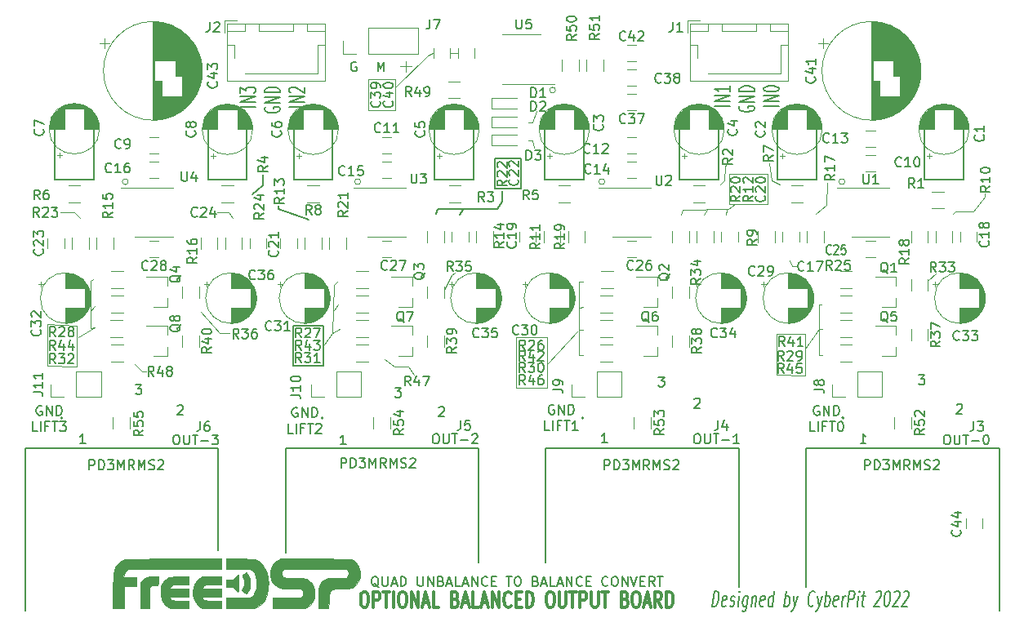
<source format=gto>
%TF.GenerationSoftware,KiCad,Pcbnew,(5.1.9-0-10_14)*%
%TF.CreationDate,2022-01-19T22:12:48+09:00*%
%TF.ProjectId,BalancedDriverBoard,42616c61-6e63-4656-9444-726976657242,rev?*%
%TF.SameCoordinates,Original*%
%TF.FileFunction,Legend,Top*%
%TF.FilePolarity,Positive*%
%FSLAX45Y45*%
G04 Gerber Fmt 4.5, Leading zero omitted, Abs format (unit mm)*
G04 Created by KiCad (PCBNEW (5.1.9-0-10_14)) date 2022-01-19 22:12:48*
%MOMM*%
%LPD*%
G01*
G04 APERTURE LIST*
%ADD10C,0.150000*%
%ADD11C,0.300000*%
%ADD12C,0.120000*%
%ADD13C,0.127000*%
%ADD14C,0.200000*%
%ADD15C,0.010000*%
G04 APERTURE END LIST*
D10*
X8616667Y-14554762D02*
X8607143Y-14550000D01*
X8597619Y-14540476D01*
X8583333Y-14526190D01*
X8573810Y-14521428D01*
X8564286Y-14521428D01*
X8569048Y-14545238D02*
X8559524Y-14540476D01*
X8550000Y-14530952D01*
X8545238Y-14511905D01*
X8545238Y-14478571D01*
X8550000Y-14459524D01*
X8559524Y-14450000D01*
X8569048Y-14445238D01*
X8588095Y-14445238D01*
X8597619Y-14450000D01*
X8607143Y-14459524D01*
X8611905Y-14478571D01*
X8611905Y-14511905D01*
X8607143Y-14530952D01*
X8597619Y-14540476D01*
X8588095Y-14545238D01*
X8569048Y-14545238D01*
X8654762Y-14445238D02*
X8654762Y-14526190D01*
X8659524Y-14535714D01*
X8664286Y-14540476D01*
X8673810Y-14545238D01*
X8692857Y-14545238D01*
X8702381Y-14540476D01*
X8707143Y-14535714D01*
X8711905Y-14526190D01*
X8711905Y-14445238D01*
X8754762Y-14516667D02*
X8802381Y-14516667D01*
X8745238Y-14545238D02*
X8778571Y-14445238D01*
X8811905Y-14545238D01*
X8845238Y-14545238D02*
X8845238Y-14445238D01*
X8869048Y-14445238D01*
X8883333Y-14450000D01*
X8892857Y-14459524D01*
X8897619Y-14469048D01*
X8902381Y-14488095D01*
X8902381Y-14502381D01*
X8897619Y-14521428D01*
X8892857Y-14530952D01*
X8883333Y-14540476D01*
X8869048Y-14545238D01*
X8845238Y-14545238D01*
X9021429Y-14445238D02*
X9021429Y-14526190D01*
X9026190Y-14535714D01*
X9030952Y-14540476D01*
X9040476Y-14545238D01*
X9059524Y-14545238D01*
X9069048Y-14540476D01*
X9073810Y-14535714D01*
X9078571Y-14526190D01*
X9078571Y-14445238D01*
X9126190Y-14545238D02*
X9126190Y-14445238D01*
X9183333Y-14545238D01*
X9183333Y-14445238D01*
X9264286Y-14492857D02*
X9278571Y-14497619D01*
X9283333Y-14502381D01*
X9288095Y-14511905D01*
X9288095Y-14526190D01*
X9283333Y-14535714D01*
X9278571Y-14540476D01*
X9269048Y-14545238D01*
X9230952Y-14545238D01*
X9230952Y-14445238D01*
X9264286Y-14445238D01*
X9273810Y-14450000D01*
X9278571Y-14454762D01*
X9283333Y-14464286D01*
X9283333Y-14473809D01*
X9278571Y-14483333D01*
X9273810Y-14488095D01*
X9264286Y-14492857D01*
X9230952Y-14492857D01*
X9326190Y-14516667D02*
X9373810Y-14516667D01*
X9316667Y-14545238D02*
X9350000Y-14445238D01*
X9383333Y-14545238D01*
X9464286Y-14545238D02*
X9416667Y-14545238D01*
X9416667Y-14445238D01*
X9492857Y-14516667D02*
X9540476Y-14516667D01*
X9483333Y-14545238D02*
X9516667Y-14445238D01*
X9550000Y-14545238D01*
X9583333Y-14545238D02*
X9583333Y-14445238D01*
X9640476Y-14545238D01*
X9640476Y-14445238D01*
X9745238Y-14535714D02*
X9740476Y-14540476D01*
X9726190Y-14545238D01*
X9716667Y-14545238D01*
X9702381Y-14540476D01*
X9692857Y-14530952D01*
X9688095Y-14521428D01*
X9683333Y-14502381D01*
X9683333Y-14488095D01*
X9688095Y-14469048D01*
X9692857Y-14459524D01*
X9702381Y-14450000D01*
X9716667Y-14445238D01*
X9726190Y-14445238D01*
X9740476Y-14450000D01*
X9745238Y-14454762D01*
X9788095Y-14492857D02*
X9821429Y-14492857D01*
X9835714Y-14545238D02*
X9788095Y-14545238D01*
X9788095Y-14445238D01*
X9835714Y-14445238D01*
X9940476Y-14445238D02*
X9997619Y-14445238D01*
X9969048Y-14545238D02*
X9969048Y-14445238D01*
X10050000Y-14445238D02*
X10069048Y-14445238D01*
X10078571Y-14450000D01*
X10088095Y-14459524D01*
X10092857Y-14478571D01*
X10092857Y-14511905D01*
X10088095Y-14530952D01*
X10078571Y-14540476D01*
X10069048Y-14545238D01*
X10050000Y-14545238D01*
X10040476Y-14540476D01*
X10030952Y-14530952D01*
X10026190Y-14511905D01*
X10026190Y-14478571D01*
X10030952Y-14459524D01*
X10040476Y-14450000D01*
X10050000Y-14445238D01*
X10245238Y-14492857D02*
X10259524Y-14497619D01*
X10264286Y-14502381D01*
X10269048Y-14511905D01*
X10269048Y-14526190D01*
X10264286Y-14535714D01*
X10259524Y-14540476D01*
X10250000Y-14545238D01*
X10211905Y-14545238D01*
X10211905Y-14445238D01*
X10245238Y-14445238D01*
X10254762Y-14450000D01*
X10259524Y-14454762D01*
X10264286Y-14464286D01*
X10264286Y-14473809D01*
X10259524Y-14483333D01*
X10254762Y-14488095D01*
X10245238Y-14492857D01*
X10211905Y-14492857D01*
X10307143Y-14516667D02*
X10354762Y-14516667D01*
X10297619Y-14545238D02*
X10330952Y-14445238D01*
X10364286Y-14545238D01*
X10445238Y-14545238D02*
X10397619Y-14545238D01*
X10397619Y-14445238D01*
X10473810Y-14516667D02*
X10521429Y-14516667D01*
X10464286Y-14545238D02*
X10497619Y-14445238D01*
X10530952Y-14545238D01*
X10564286Y-14545238D02*
X10564286Y-14445238D01*
X10621429Y-14545238D01*
X10621429Y-14445238D01*
X10726190Y-14535714D02*
X10721429Y-14540476D01*
X10707143Y-14545238D01*
X10697619Y-14545238D01*
X10683333Y-14540476D01*
X10673810Y-14530952D01*
X10669048Y-14521428D01*
X10664286Y-14502381D01*
X10664286Y-14488095D01*
X10669048Y-14469048D01*
X10673810Y-14459524D01*
X10683333Y-14450000D01*
X10697619Y-14445238D01*
X10707143Y-14445238D01*
X10721429Y-14450000D01*
X10726190Y-14454762D01*
X10769048Y-14492857D02*
X10802381Y-14492857D01*
X10816667Y-14545238D02*
X10769048Y-14545238D01*
X10769048Y-14445238D01*
X10816667Y-14445238D01*
X10992857Y-14535714D02*
X10988095Y-14540476D01*
X10973810Y-14545238D01*
X10964286Y-14545238D01*
X10950000Y-14540476D01*
X10940476Y-14530952D01*
X10935714Y-14521428D01*
X10930952Y-14502381D01*
X10930952Y-14488095D01*
X10935714Y-14469048D01*
X10940476Y-14459524D01*
X10950000Y-14450000D01*
X10964286Y-14445238D01*
X10973810Y-14445238D01*
X10988095Y-14450000D01*
X10992857Y-14454762D01*
X11054762Y-14445238D02*
X11073810Y-14445238D01*
X11083333Y-14450000D01*
X11092857Y-14459524D01*
X11097619Y-14478571D01*
X11097619Y-14511905D01*
X11092857Y-14530952D01*
X11083333Y-14540476D01*
X11073810Y-14545238D01*
X11054762Y-14545238D01*
X11045238Y-14540476D01*
X11035714Y-14530952D01*
X11030952Y-14511905D01*
X11030952Y-14478571D01*
X11035714Y-14459524D01*
X11045238Y-14450000D01*
X11054762Y-14445238D01*
X11140476Y-14545238D02*
X11140476Y-14445238D01*
X11197619Y-14545238D01*
X11197619Y-14445238D01*
X11230952Y-14445238D02*
X11264286Y-14545238D01*
X11297619Y-14445238D01*
X11330952Y-14492857D02*
X11364286Y-14492857D01*
X11378571Y-14545238D02*
X11330952Y-14545238D01*
X11330952Y-14445238D01*
X11378571Y-14445238D01*
X11478571Y-14545238D02*
X11445238Y-14497619D01*
X11421428Y-14545238D02*
X11421428Y-14445238D01*
X11459524Y-14445238D01*
X11469048Y-14450000D01*
X11473809Y-14454762D01*
X11478571Y-14464286D01*
X11478571Y-14478571D01*
X11473809Y-14488095D01*
X11469048Y-14492857D01*
X11459524Y-14497619D01*
X11421428Y-14497619D01*
X11507143Y-14445238D02*
X11564286Y-14445238D01*
X11535714Y-14545238D02*
X11535714Y-14445238D01*
X12075210Y-14752381D02*
X12095210Y-14592381D01*
X12119019Y-14592381D01*
X12132353Y-14600000D01*
X12139972Y-14615238D01*
X12142829Y-14630476D01*
X12143781Y-14660952D01*
X12140924Y-14683809D01*
X12132353Y-14714286D01*
X12125686Y-14729524D01*
X12114257Y-14744762D01*
X12099019Y-14752381D01*
X12075210Y-14752381D01*
X12214257Y-14744762D02*
X12203781Y-14752381D01*
X12184734Y-14752381D01*
X12176162Y-14744762D01*
X12173305Y-14729524D01*
X12180924Y-14668571D01*
X12187591Y-14653333D01*
X12198067Y-14645714D01*
X12217114Y-14645714D01*
X12225686Y-14653333D01*
X12228543Y-14668571D01*
X12226638Y-14683809D01*
X12177114Y-14699048D01*
X12257114Y-14744762D02*
X12265686Y-14752381D01*
X12284734Y-14752381D01*
X12295210Y-14744762D01*
X12301876Y-14729524D01*
X12302829Y-14721905D01*
X12299972Y-14706667D01*
X12291400Y-14699048D01*
X12277114Y-14699048D01*
X12268543Y-14691428D01*
X12265686Y-14676190D01*
X12266638Y-14668571D01*
X12273305Y-14653333D01*
X12283781Y-14645714D01*
X12298067Y-14645714D01*
X12306638Y-14653333D01*
X12341876Y-14752381D02*
X12355210Y-14645714D01*
X12361876Y-14592381D02*
X12356162Y-14600000D01*
X12359972Y-14607619D01*
X12365686Y-14600000D01*
X12361876Y-14592381D01*
X12359972Y-14607619D01*
X12445686Y-14645714D02*
X12429495Y-14775238D01*
X12422829Y-14790476D01*
X12417114Y-14798095D01*
X12406638Y-14805714D01*
X12392353Y-14805714D01*
X12383781Y-14798095D01*
X12433305Y-14744762D02*
X12422829Y-14752381D01*
X12403781Y-14752381D01*
X12395210Y-14744762D01*
X12391400Y-14737143D01*
X12388543Y-14721905D01*
X12394257Y-14676190D01*
X12400924Y-14660952D01*
X12406638Y-14653333D01*
X12417114Y-14645714D01*
X12436162Y-14645714D01*
X12444734Y-14653333D01*
X12493305Y-14645714D02*
X12479972Y-14752381D01*
X12491400Y-14660952D02*
X12497114Y-14653333D01*
X12507591Y-14645714D01*
X12521876Y-14645714D01*
X12530448Y-14653333D01*
X12533305Y-14668571D01*
X12522829Y-14752381D01*
X12609495Y-14744762D02*
X12599019Y-14752381D01*
X12579972Y-14752381D01*
X12571400Y-14744762D01*
X12568543Y-14729524D01*
X12576162Y-14668571D01*
X12582829Y-14653333D01*
X12593305Y-14645714D01*
X12612353Y-14645714D01*
X12620924Y-14653333D01*
X12623781Y-14668571D01*
X12621876Y-14683809D01*
X12572353Y-14699048D01*
X12699019Y-14752381D02*
X12719019Y-14592381D01*
X12699972Y-14744762D02*
X12689495Y-14752381D01*
X12670448Y-14752381D01*
X12661876Y-14744762D01*
X12658067Y-14737143D01*
X12655210Y-14721905D01*
X12660924Y-14676190D01*
X12667591Y-14660952D01*
X12673305Y-14653333D01*
X12683781Y-14645714D01*
X12702829Y-14645714D01*
X12711400Y-14653333D01*
X12822829Y-14752381D02*
X12842829Y-14592381D01*
X12835210Y-14653333D02*
X12845686Y-14645714D01*
X12864734Y-14645714D01*
X12873305Y-14653333D01*
X12877114Y-14660952D01*
X12879972Y-14676190D01*
X12874257Y-14721905D01*
X12867591Y-14737143D01*
X12861876Y-14744762D01*
X12851400Y-14752381D01*
X12832353Y-14752381D01*
X12823781Y-14744762D01*
X12917114Y-14645714D02*
X12927591Y-14752381D01*
X12964734Y-14645714D02*
X12927591Y-14752381D01*
X12913305Y-14790476D01*
X12907591Y-14798095D01*
X12897114Y-14805714D01*
X13124734Y-14737143D02*
X13119019Y-14744762D01*
X13103781Y-14752381D01*
X13094257Y-14752381D01*
X13080924Y-14744762D01*
X13073305Y-14729524D01*
X13070448Y-14714286D01*
X13069495Y-14683809D01*
X13072353Y-14660952D01*
X13080924Y-14630476D01*
X13087591Y-14615238D01*
X13099019Y-14600000D01*
X13114257Y-14592381D01*
X13123781Y-14592381D01*
X13137114Y-14600000D01*
X13140924Y-14607619D01*
X13169495Y-14645714D02*
X13179972Y-14752381D01*
X13217114Y-14645714D02*
X13179972Y-14752381D01*
X13165686Y-14790476D01*
X13159972Y-14798095D01*
X13149495Y-14805714D01*
X13241876Y-14752381D02*
X13261876Y-14592381D01*
X13254257Y-14653333D02*
X13264734Y-14645714D01*
X13283781Y-14645714D01*
X13292353Y-14653333D01*
X13296162Y-14660952D01*
X13299019Y-14676190D01*
X13293305Y-14721905D01*
X13286638Y-14737143D01*
X13280924Y-14744762D01*
X13270448Y-14752381D01*
X13251400Y-14752381D01*
X13242829Y-14744762D01*
X13371400Y-14744762D02*
X13360924Y-14752381D01*
X13341876Y-14752381D01*
X13333305Y-14744762D01*
X13330448Y-14729524D01*
X13338067Y-14668571D01*
X13344734Y-14653333D01*
X13355210Y-14645714D01*
X13374257Y-14645714D01*
X13382829Y-14653333D01*
X13385686Y-14668571D01*
X13383781Y-14683809D01*
X13334257Y-14699048D01*
X13418067Y-14752381D02*
X13431400Y-14645714D01*
X13427591Y-14676190D02*
X13434257Y-14660952D01*
X13439972Y-14653333D01*
X13450448Y-14645714D01*
X13459972Y-14645714D01*
X13479972Y-14752381D02*
X13499972Y-14592381D01*
X13538067Y-14592381D01*
X13546638Y-14600000D01*
X13550448Y-14607619D01*
X13553305Y-14622857D01*
X13550448Y-14645714D01*
X13543781Y-14660952D01*
X13538067Y-14668571D01*
X13527591Y-14676190D01*
X13489495Y-14676190D01*
X13579972Y-14752381D02*
X13593305Y-14645714D01*
X13599972Y-14592381D02*
X13594257Y-14600000D01*
X13598067Y-14607619D01*
X13603781Y-14600000D01*
X13599972Y-14592381D01*
X13598067Y-14607619D01*
X13626638Y-14645714D02*
X13664734Y-14645714D01*
X13647591Y-14592381D02*
X13630448Y-14729524D01*
X13633305Y-14744762D01*
X13641876Y-14752381D01*
X13651400Y-14752381D01*
X13774257Y-14607619D02*
X13779972Y-14600000D01*
X13790448Y-14592381D01*
X13814257Y-14592381D01*
X13822829Y-14600000D01*
X13826638Y-14607619D01*
X13829495Y-14622857D01*
X13827591Y-14638095D01*
X13819972Y-14660952D01*
X13751400Y-14752381D01*
X13813305Y-14752381D01*
X13895210Y-14592381D02*
X13904734Y-14592381D01*
X13913305Y-14600000D01*
X13917114Y-14607619D01*
X13919972Y-14622857D01*
X13920924Y-14653333D01*
X13916162Y-14691428D01*
X13907591Y-14721905D01*
X13900924Y-14737143D01*
X13895210Y-14744762D01*
X13884734Y-14752381D01*
X13875210Y-14752381D01*
X13866638Y-14744762D01*
X13862829Y-14737143D01*
X13859972Y-14721905D01*
X13859019Y-14691428D01*
X13863781Y-14653333D01*
X13872353Y-14622857D01*
X13879019Y-14607619D01*
X13884734Y-14600000D01*
X13895210Y-14592381D01*
X13964734Y-14607619D02*
X13970448Y-14600000D01*
X13980924Y-14592381D01*
X14004734Y-14592381D01*
X14013305Y-14600000D01*
X14017114Y-14607619D01*
X14019972Y-14622857D01*
X14018067Y-14638095D01*
X14010448Y-14660952D01*
X13941876Y-14752381D01*
X14003781Y-14752381D01*
X14059972Y-14607619D02*
X14065686Y-14600000D01*
X14076162Y-14592381D01*
X14099972Y-14592381D01*
X14108543Y-14600000D01*
X14112353Y-14607619D01*
X14115210Y-14622857D01*
X14113305Y-14638095D01*
X14105686Y-14660952D01*
X14037114Y-14752381D01*
X14099019Y-14752381D01*
X13656667Y-13335238D02*
X13656667Y-13235238D01*
X13694762Y-13235238D01*
X13704286Y-13240000D01*
X13709048Y-13244762D01*
X13713809Y-13254286D01*
X13713809Y-13268571D01*
X13709048Y-13278095D01*
X13704286Y-13282857D01*
X13694762Y-13287619D01*
X13656667Y-13287619D01*
X13756667Y-13335238D02*
X13756667Y-13235238D01*
X13780476Y-13235238D01*
X13794762Y-13240000D01*
X13804286Y-13249524D01*
X13809048Y-13259048D01*
X13813809Y-13278095D01*
X13813809Y-13292381D01*
X13809048Y-13311428D01*
X13804286Y-13320952D01*
X13794762Y-13330476D01*
X13780476Y-13335238D01*
X13756667Y-13335238D01*
X13847143Y-13235238D02*
X13909048Y-13235238D01*
X13875714Y-13273333D01*
X13890000Y-13273333D01*
X13899524Y-13278095D01*
X13904286Y-13282857D01*
X13909048Y-13292381D01*
X13909048Y-13316190D01*
X13904286Y-13325714D01*
X13899524Y-13330476D01*
X13890000Y-13335238D01*
X13861428Y-13335238D01*
X13851905Y-13330476D01*
X13847143Y-13325714D01*
X13951905Y-13335238D02*
X13951905Y-13235238D01*
X13985238Y-13306667D01*
X14018571Y-13235238D01*
X14018571Y-13335238D01*
X14123333Y-13335238D02*
X14090000Y-13287619D01*
X14066190Y-13335238D02*
X14066190Y-13235238D01*
X14104286Y-13235238D01*
X14113809Y-13240000D01*
X14118571Y-13244762D01*
X14123333Y-13254286D01*
X14123333Y-13268571D01*
X14118571Y-13278095D01*
X14113809Y-13282857D01*
X14104286Y-13287619D01*
X14066190Y-13287619D01*
X14166190Y-13335238D02*
X14166190Y-13235238D01*
X14199524Y-13306667D01*
X14232857Y-13235238D01*
X14232857Y-13335238D01*
X14275714Y-13330476D02*
X14290000Y-13335238D01*
X14313809Y-13335238D01*
X14323333Y-13330476D01*
X14328095Y-13325714D01*
X14332857Y-13316190D01*
X14332857Y-13306667D01*
X14328095Y-13297143D01*
X14323333Y-13292381D01*
X14313809Y-13287619D01*
X14294762Y-13282857D01*
X14285238Y-13278095D01*
X14280476Y-13273333D01*
X14275714Y-13263809D01*
X14275714Y-13254286D01*
X14280476Y-13244762D01*
X14285238Y-13240000D01*
X14294762Y-13235238D01*
X14318571Y-13235238D01*
X14332857Y-13240000D01*
X14370952Y-13244762D02*
X14375714Y-13240000D01*
X14385238Y-13235238D01*
X14409048Y-13235238D01*
X14418571Y-13240000D01*
X14423333Y-13244762D01*
X14428095Y-13254286D01*
X14428095Y-13263809D01*
X14423333Y-13278095D01*
X14366190Y-13335238D01*
X14428095Y-13335238D01*
X10956667Y-13335238D02*
X10956667Y-13235238D01*
X10994762Y-13235238D01*
X11004286Y-13240000D01*
X11009048Y-13244762D01*
X11013810Y-13254286D01*
X11013810Y-13268571D01*
X11009048Y-13278095D01*
X11004286Y-13282857D01*
X10994762Y-13287619D01*
X10956667Y-13287619D01*
X11056667Y-13335238D02*
X11056667Y-13235238D01*
X11080476Y-13235238D01*
X11094762Y-13240000D01*
X11104286Y-13249524D01*
X11109048Y-13259048D01*
X11113810Y-13278095D01*
X11113810Y-13292381D01*
X11109048Y-13311428D01*
X11104286Y-13320952D01*
X11094762Y-13330476D01*
X11080476Y-13335238D01*
X11056667Y-13335238D01*
X11147143Y-13235238D02*
X11209048Y-13235238D01*
X11175714Y-13273333D01*
X11190000Y-13273333D01*
X11199524Y-13278095D01*
X11204286Y-13282857D01*
X11209048Y-13292381D01*
X11209048Y-13316190D01*
X11204286Y-13325714D01*
X11199524Y-13330476D01*
X11190000Y-13335238D01*
X11161429Y-13335238D01*
X11151905Y-13330476D01*
X11147143Y-13325714D01*
X11251905Y-13335238D02*
X11251905Y-13235238D01*
X11285238Y-13306667D01*
X11318571Y-13235238D01*
X11318571Y-13335238D01*
X11423333Y-13335238D02*
X11390000Y-13287619D01*
X11366190Y-13335238D02*
X11366190Y-13235238D01*
X11404286Y-13235238D01*
X11413809Y-13240000D01*
X11418571Y-13244762D01*
X11423333Y-13254286D01*
X11423333Y-13268571D01*
X11418571Y-13278095D01*
X11413809Y-13282857D01*
X11404286Y-13287619D01*
X11366190Y-13287619D01*
X11466190Y-13335238D02*
X11466190Y-13235238D01*
X11499524Y-13306667D01*
X11532857Y-13235238D01*
X11532857Y-13335238D01*
X11575714Y-13330476D02*
X11590000Y-13335238D01*
X11613809Y-13335238D01*
X11623333Y-13330476D01*
X11628095Y-13325714D01*
X11632857Y-13316190D01*
X11632857Y-13306667D01*
X11628095Y-13297143D01*
X11623333Y-13292381D01*
X11613809Y-13287619D01*
X11594762Y-13282857D01*
X11585238Y-13278095D01*
X11580476Y-13273333D01*
X11575714Y-13263809D01*
X11575714Y-13254286D01*
X11580476Y-13244762D01*
X11585238Y-13240000D01*
X11594762Y-13235238D01*
X11618571Y-13235238D01*
X11632857Y-13240000D01*
X11670952Y-13244762D02*
X11675714Y-13240000D01*
X11685238Y-13235238D01*
X11709048Y-13235238D01*
X11718571Y-13240000D01*
X11723333Y-13244762D01*
X11728095Y-13254286D01*
X11728095Y-13263809D01*
X11723333Y-13278095D01*
X11666190Y-13335238D01*
X11728095Y-13335238D01*
X8226667Y-13315238D02*
X8226667Y-13215238D01*
X8264762Y-13215238D01*
X8274286Y-13220000D01*
X8279048Y-13224762D01*
X8283809Y-13234286D01*
X8283809Y-13248571D01*
X8279048Y-13258095D01*
X8274286Y-13262857D01*
X8264762Y-13267619D01*
X8226667Y-13267619D01*
X8326667Y-13315238D02*
X8326667Y-13215238D01*
X8350476Y-13215238D01*
X8364762Y-13220000D01*
X8374286Y-13229524D01*
X8379048Y-13239048D01*
X8383809Y-13258095D01*
X8383809Y-13272381D01*
X8379048Y-13291428D01*
X8374286Y-13300952D01*
X8364762Y-13310476D01*
X8350476Y-13315238D01*
X8326667Y-13315238D01*
X8417143Y-13215238D02*
X8479048Y-13215238D01*
X8445714Y-13253333D01*
X8460000Y-13253333D01*
X8469524Y-13258095D01*
X8474286Y-13262857D01*
X8479048Y-13272381D01*
X8479048Y-13296190D01*
X8474286Y-13305714D01*
X8469524Y-13310476D01*
X8460000Y-13315238D01*
X8431429Y-13315238D01*
X8421905Y-13310476D01*
X8417143Y-13305714D01*
X8521905Y-13315238D02*
X8521905Y-13215238D01*
X8555238Y-13286667D01*
X8588571Y-13215238D01*
X8588571Y-13315238D01*
X8693333Y-13315238D02*
X8660000Y-13267619D01*
X8636190Y-13315238D02*
X8636190Y-13215238D01*
X8674286Y-13215238D01*
X8683810Y-13220000D01*
X8688571Y-13224762D01*
X8693333Y-13234286D01*
X8693333Y-13248571D01*
X8688571Y-13258095D01*
X8683810Y-13262857D01*
X8674286Y-13267619D01*
X8636190Y-13267619D01*
X8736190Y-13315238D02*
X8736190Y-13215238D01*
X8769524Y-13286667D01*
X8802857Y-13215238D01*
X8802857Y-13315238D01*
X8845714Y-13310476D02*
X8860000Y-13315238D01*
X8883810Y-13315238D01*
X8893333Y-13310476D01*
X8898095Y-13305714D01*
X8902857Y-13296190D01*
X8902857Y-13286667D01*
X8898095Y-13277143D01*
X8893333Y-13272381D01*
X8883810Y-13267619D01*
X8864762Y-13262857D01*
X8855238Y-13258095D01*
X8850476Y-13253333D01*
X8845714Y-13243809D01*
X8845714Y-13234286D01*
X8850476Y-13224762D01*
X8855238Y-13220000D01*
X8864762Y-13215238D01*
X8888571Y-13215238D01*
X8902857Y-13220000D01*
X8940952Y-13224762D02*
X8945714Y-13220000D01*
X8955238Y-13215238D01*
X8979048Y-13215238D01*
X8988571Y-13220000D01*
X8993333Y-13224762D01*
X8998095Y-13234286D01*
X8998095Y-13243809D01*
X8993333Y-13258095D01*
X8936190Y-13315238D01*
X8998095Y-13315238D01*
X5616667Y-13335238D02*
X5616667Y-13235238D01*
X5654762Y-13235238D01*
X5664286Y-13240000D01*
X5669048Y-13244762D01*
X5673809Y-13254286D01*
X5673809Y-13268571D01*
X5669048Y-13278095D01*
X5664286Y-13282857D01*
X5654762Y-13287619D01*
X5616667Y-13287619D01*
X5716667Y-13335238D02*
X5716667Y-13235238D01*
X5740476Y-13235238D01*
X5754762Y-13240000D01*
X5764286Y-13249524D01*
X5769048Y-13259048D01*
X5773809Y-13278095D01*
X5773809Y-13292381D01*
X5769048Y-13311428D01*
X5764286Y-13320952D01*
X5754762Y-13330476D01*
X5740476Y-13335238D01*
X5716667Y-13335238D01*
X5807143Y-13235238D02*
X5869048Y-13235238D01*
X5835714Y-13273333D01*
X5850000Y-13273333D01*
X5859524Y-13278095D01*
X5864286Y-13282857D01*
X5869048Y-13292381D01*
X5869048Y-13316190D01*
X5864286Y-13325714D01*
X5859524Y-13330476D01*
X5850000Y-13335238D01*
X5821428Y-13335238D01*
X5811905Y-13330476D01*
X5807143Y-13325714D01*
X5911905Y-13335238D02*
X5911905Y-13235238D01*
X5945238Y-13306667D01*
X5978571Y-13235238D01*
X5978571Y-13335238D01*
X6083333Y-13335238D02*
X6050000Y-13287619D01*
X6026190Y-13335238D02*
X6026190Y-13235238D01*
X6064286Y-13235238D01*
X6073809Y-13240000D01*
X6078571Y-13244762D01*
X6083333Y-13254286D01*
X6083333Y-13268571D01*
X6078571Y-13278095D01*
X6073809Y-13282857D01*
X6064286Y-13287619D01*
X6026190Y-13287619D01*
X6126190Y-13335238D02*
X6126190Y-13235238D01*
X6159524Y-13306667D01*
X6192857Y-13235238D01*
X6192857Y-13335238D01*
X6235714Y-13330476D02*
X6250000Y-13335238D01*
X6273809Y-13335238D01*
X6283333Y-13330476D01*
X6288095Y-13325714D01*
X6292857Y-13316190D01*
X6292857Y-13306667D01*
X6288095Y-13297143D01*
X6283333Y-13292381D01*
X6273809Y-13287619D01*
X6254762Y-13282857D01*
X6245238Y-13278095D01*
X6240476Y-13273333D01*
X6235714Y-13263809D01*
X6235714Y-13254286D01*
X6240476Y-13244762D01*
X6245238Y-13240000D01*
X6254762Y-13235238D01*
X6278571Y-13235238D01*
X6292857Y-13240000D01*
X6330952Y-13244762D02*
X6335714Y-13240000D01*
X6345238Y-13235238D01*
X6369048Y-13235238D01*
X6378571Y-13240000D01*
X6383333Y-13244762D01*
X6388095Y-13254286D01*
X6388095Y-13263809D01*
X6383333Y-13278095D01*
X6326190Y-13335238D01*
X6388095Y-13335238D01*
D11*
X8458571Y-14602381D02*
X8481429Y-14602381D01*
X8492857Y-14610000D01*
X8504286Y-14625238D01*
X8510000Y-14655714D01*
X8510000Y-14709048D01*
X8504286Y-14739524D01*
X8492857Y-14754762D01*
X8481429Y-14762381D01*
X8458571Y-14762381D01*
X8447143Y-14754762D01*
X8435714Y-14739524D01*
X8430000Y-14709048D01*
X8430000Y-14655714D01*
X8435714Y-14625238D01*
X8447143Y-14610000D01*
X8458571Y-14602381D01*
X8561429Y-14762381D02*
X8561429Y-14602381D01*
X8607143Y-14602381D01*
X8618571Y-14610000D01*
X8624286Y-14617619D01*
X8630000Y-14632857D01*
X8630000Y-14655714D01*
X8624286Y-14670952D01*
X8618571Y-14678571D01*
X8607143Y-14686190D01*
X8561429Y-14686190D01*
X8664286Y-14602381D02*
X8732857Y-14602381D01*
X8698571Y-14762381D02*
X8698571Y-14602381D01*
X8772857Y-14762381D02*
X8772857Y-14602381D01*
X8852857Y-14602381D02*
X8875714Y-14602381D01*
X8887143Y-14610000D01*
X8898571Y-14625238D01*
X8904286Y-14655714D01*
X8904286Y-14709048D01*
X8898571Y-14739524D01*
X8887143Y-14754762D01*
X8875714Y-14762381D01*
X8852857Y-14762381D01*
X8841429Y-14754762D01*
X8830000Y-14739524D01*
X8824286Y-14709048D01*
X8824286Y-14655714D01*
X8830000Y-14625238D01*
X8841429Y-14610000D01*
X8852857Y-14602381D01*
X8955714Y-14762381D02*
X8955714Y-14602381D01*
X9024286Y-14762381D01*
X9024286Y-14602381D01*
X9075714Y-14716667D02*
X9132857Y-14716667D01*
X9064286Y-14762381D02*
X9104286Y-14602381D01*
X9144286Y-14762381D01*
X9241429Y-14762381D02*
X9184286Y-14762381D01*
X9184286Y-14602381D01*
X9412857Y-14678571D02*
X9430000Y-14686190D01*
X9435714Y-14693809D01*
X9441429Y-14709048D01*
X9441429Y-14731905D01*
X9435714Y-14747143D01*
X9430000Y-14754762D01*
X9418571Y-14762381D01*
X9372857Y-14762381D01*
X9372857Y-14602381D01*
X9412857Y-14602381D01*
X9424286Y-14610000D01*
X9430000Y-14617619D01*
X9435714Y-14632857D01*
X9435714Y-14648095D01*
X9430000Y-14663333D01*
X9424286Y-14670952D01*
X9412857Y-14678571D01*
X9372857Y-14678571D01*
X9487143Y-14716667D02*
X9544286Y-14716667D01*
X9475714Y-14762381D02*
X9515714Y-14602381D01*
X9555714Y-14762381D01*
X9652857Y-14762381D02*
X9595714Y-14762381D01*
X9595714Y-14602381D01*
X9687143Y-14716667D02*
X9744286Y-14716667D01*
X9675714Y-14762381D02*
X9715714Y-14602381D01*
X9755714Y-14762381D01*
X9795714Y-14762381D02*
X9795714Y-14602381D01*
X9864286Y-14762381D01*
X9864286Y-14602381D01*
X9990000Y-14747143D02*
X9984286Y-14754762D01*
X9967143Y-14762381D01*
X9955714Y-14762381D01*
X9938571Y-14754762D01*
X9927143Y-14739524D01*
X9921429Y-14724286D01*
X9915714Y-14693809D01*
X9915714Y-14670952D01*
X9921429Y-14640476D01*
X9927143Y-14625238D01*
X9938571Y-14610000D01*
X9955714Y-14602381D01*
X9967143Y-14602381D01*
X9984286Y-14610000D01*
X9990000Y-14617619D01*
X10041429Y-14678571D02*
X10081429Y-14678571D01*
X10098571Y-14762381D02*
X10041429Y-14762381D01*
X10041429Y-14602381D01*
X10098571Y-14602381D01*
X10150000Y-14762381D02*
X10150000Y-14602381D01*
X10178571Y-14602381D01*
X10195714Y-14610000D01*
X10207143Y-14625238D01*
X10212857Y-14640476D01*
X10218571Y-14670952D01*
X10218571Y-14693809D01*
X10212857Y-14724286D01*
X10207143Y-14739524D01*
X10195714Y-14754762D01*
X10178571Y-14762381D01*
X10150000Y-14762381D01*
X10384286Y-14602381D02*
X10407143Y-14602381D01*
X10418571Y-14610000D01*
X10430000Y-14625238D01*
X10435714Y-14655714D01*
X10435714Y-14709048D01*
X10430000Y-14739524D01*
X10418571Y-14754762D01*
X10407143Y-14762381D01*
X10384286Y-14762381D01*
X10372857Y-14754762D01*
X10361429Y-14739524D01*
X10355714Y-14709048D01*
X10355714Y-14655714D01*
X10361429Y-14625238D01*
X10372857Y-14610000D01*
X10384286Y-14602381D01*
X10487143Y-14602381D02*
X10487143Y-14731905D01*
X10492857Y-14747143D01*
X10498571Y-14754762D01*
X10510000Y-14762381D01*
X10532857Y-14762381D01*
X10544286Y-14754762D01*
X10550000Y-14747143D01*
X10555714Y-14731905D01*
X10555714Y-14602381D01*
X10595714Y-14602381D02*
X10664286Y-14602381D01*
X10630000Y-14762381D02*
X10630000Y-14602381D01*
X10704286Y-14762381D02*
X10704286Y-14602381D01*
X10750000Y-14602381D01*
X10761429Y-14610000D01*
X10767143Y-14617619D01*
X10772857Y-14632857D01*
X10772857Y-14655714D01*
X10767143Y-14670952D01*
X10761429Y-14678571D01*
X10750000Y-14686190D01*
X10704286Y-14686190D01*
X10824286Y-14602381D02*
X10824286Y-14731905D01*
X10830000Y-14747143D01*
X10835714Y-14754762D01*
X10847143Y-14762381D01*
X10870000Y-14762381D01*
X10881429Y-14754762D01*
X10887143Y-14747143D01*
X10892857Y-14731905D01*
X10892857Y-14602381D01*
X10932857Y-14602381D02*
X11001429Y-14602381D01*
X10967143Y-14762381D02*
X10967143Y-14602381D01*
X11172857Y-14678571D02*
X11190000Y-14686190D01*
X11195714Y-14693809D01*
X11201428Y-14709048D01*
X11201428Y-14731905D01*
X11195714Y-14747143D01*
X11190000Y-14754762D01*
X11178571Y-14762381D01*
X11132857Y-14762381D01*
X11132857Y-14602381D01*
X11172857Y-14602381D01*
X11184286Y-14610000D01*
X11190000Y-14617619D01*
X11195714Y-14632857D01*
X11195714Y-14648095D01*
X11190000Y-14663333D01*
X11184286Y-14670952D01*
X11172857Y-14678571D01*
X11132857Y-14678571D01*
X11275714Y-14602381D02*
X11298571Y-14602381D01*
X11310000Y-14610000D01*
X11321428Y-14625238D01*
X11327143Y-14655714D01*
X11327143Y-14709048D01*
X11321428Y-14739524D01*
X11310000Y-14754762D01*
X11298571Y-14762381D01*
X11275714Y-14762381D01*
X11264286Y-14754762D01*
X11252857Y-14739524D01*
X11247143Y-14709048D01*
X11247143Y-14655714D01*
X11252857Y-14625238D01*
X11264286Y-14610000D01*
X11275714Y-14602381D01*
X11372857Y-14716667D02*
X11430000Y-14716667D01*
X11361428Y-14762381D02*
X11401428Y-14602381D01*
X11441428Y-14762381D01*
X11550000Y-14762381D02*
X11510000Y-14686190D01*
X11481428Y-14762381D02*
X11481428Y-14602381D01*
X11527143Y-14602381D01*
X11538571Y-14610000D01*
X11544286Y-14617619D01*
X11550000Y-14632857D01*
X11550000Y-14655714D01*
X11544286Y-14670952D01*
X11538571Y-14678571D01*
X11527143Y-14686190D01*
X11481428Y-14686190D01*
X11601428Y-14762381D02*
X11601428Y-14602381D01*
X11630000Y-14602381D01*
X11647143Y-14610000D01*
X11658571Y-14625238D01*
X11664286Y-14640476D01*
X11670000Y-14670952D01*
X11670000Y-14693809D01*
X11664286Y-14724286D01*
X11658571Y-14739524D01*
X11647143Y-14754762D01*
X11630000Y-14762381D01*
X11601428Y-14762381D01*
D10*
X13611428Y-13065238D02*
X13668571Y-13065238D01*
X13640000Y-13065238D02*
X13640000Y-12965238D01*
X13649524Y-12979524D01*
X13659048Y-12989048D01*
X13668571Y-12993809D01*
X10988571Y-13055238D02*
X10931429Y-13055238D01*
X10960000Y-13055238D02*
X10960000Y-12955238D01*
X10950476Y-12969524D01*
X10940952Y-12979048D01*
X10931429Y-12983809D01*
X8278571Y-13075238D02*
X8221428Y-13075238D01*
X8250000Y-13075238D02*
X8250000Y-12975238D01*
X8240476Y-12989524D01*
X8230952Y-12999048D01*
X8221428Y-13003809D01*
X5578571Y-13065238D02*
X5521429Y-13065238D01*
X5550000Y-13065238D02*
X5550000Y-12965238D01*
X5540476Y-12979524D01*
X5530952Y-12989048D01*
X5521429Y-12993809D01*
X8606667Y-9205238D02*
X8606667Y-9105238D01*
X8640000Y-9176667D01*
X8673333Y-9105238D01*
X8673333Y-9205238D01*
X8386190Y-9110000D02*
X8376667Y-9105238D01*
X8362381Y-9105238D01*
X8348095Y-9110000D01*
X8338571Y-9119524D01*
X8333809Y-9129048D01*
X8329048Y-9148095D01*
X8329048Y-9162381D01*
X8333809Y-9181429D01*
X8338571Y-9190952D01*
X8348095Y-9200476D01*
X8362381Y-9205238D01*
X8371905Y-9205238D01*
X8386190Y-9200476D01*
X8390952Y-9195714D01*
X8390952Y-9162381D01*
X8371905Y-9162381D01*
D12*
X8900000Y-9100000D02*
X8900000Y-9210000D01*
X8840000Y-9150000D02*
X8960000Y-9150000D01*
X10450000Y-9400000D02*
G75*
G03*
X10450000Y-9400000I-30000J0D01*
G01*
X13450000Y-10350000D02*
G75*
G03*
X13450000Y-10350000I-30000J0D01*
G01*
X10960000Y-10350000D02*
G75*
G03*
X10960000Y-10350000I-30000J0D01*
G01*
X8430000Y-10350000D02*
G75*
G03*
X8430000Y-10350000I-30000J0D01*
G01*
X6020000Y-10350000D02*
G75*
G03*
X6020000Y-10350000I-30000J0D01*
G01*
X10210000Y-9920000D02*
X10230000Y-10000000D01*
X10170000Y-9920000D02*
X10210000Y-9920000D01*
X9360000Y-9020000D02*
X9430000Y-9020000D01*
X9130000Y-9040000D02*
X9180000Y-9020000D01*
X8790000Y-9370000D02*
X9130000Y-9040000D01*
X8790000Y-9610000D02*
X8790000Y-9290000D01*
X8510000Y-9610000D02*
X8790000Y-9610000D01*
X8510000Y-9290000D02*
X8510000Y-9610000D01*
X8790000Y-9290000D02*
X8510000Y-9290000D01*
D10*
X5123810Y-12677500D02*
X5114286Y-12672738D01*
X5100000Y-12672738D01*
X5085714Y-12677500D01*
X5076190Y-12687024D01*
X5071429Y-12696548D01*
X5066667Y-12715595D01*
X5066667Y-12729881D01*
X5071429Y-12748928D01*
X5076190Y-12758452D01*
X5085714Y-12767976D01*
X5100000Y-12772738D01*
X5109524Y-12772738D01*
X5123810Y-12767976D01*
X5128571Y-12763214D01*
X5128571Y-12729881D01*
X5109524Y-12729881D01*
X5171429Y-12772738D02*
X5171429Y-12672738D01*
X5228571Y-12772738D01*
X5228571Y-12672738D01*
X5276190Y-12772738D02*
X5276190Y-12672738D01*
X5300000Y-12672738D01*
X5314286Y-12677500D01*
X5323810Y-12687024D01*
X5328571Y-12696548D01*
X5333333Y-12715595D01*
X5333333Y-12729881D01*
X5328571Y-12748928D01*
X5323810Y-12758452D01*
X5314286Y-12767976D01*
X5300000Y-12772738D01*
X5276190Y-12772738D01*
X5078571Y-12937738D02*
X5030952Y-12937738D01*
X5030952Y-12837738D01*
X5111905Y-12937738D02*
X5111905Y-12837738D01*
X5192857Y-12885357D02*
X5159524Y-12885357D01*
X5159524Y-12937738D02*
X5159524Y-12837738D01*
X5207143Y-12837738D01*
X5230952Y-12837738D02*
X5288095Y-12837738D01*
X5259524Y-12937738D02*
X5259524Y-12837738D01*
X5311905Y-12837738D02*
X5373810Y-12837738D01*
X5340476Y-12875833D01*
X5354762Y-12875833D01*
X5364286Y-12880595D01*
X5369048Y-12885357D01*
X5373810Y-12894881D01*
X5373810Y-12918690D01*
X5369048Y-12928214D01*
X5364286Y-12932976D01*
X5354762Y-12937738D01*
X5326190Y-12937738D01*
X5316667Y-12932976D01*
X5311905Y-12928214D01*
X7773809Y-12697500D02*
X7764286Y-12692738D01*
X7750000Y-12692738D01*
X7735714Y-12697500D01*
X7726190Y-12707024D01*
X7721428Y-12716548D01*
X7716667Y-12735595D01*
X7716667Y-12749881D01*
X7721428Y-12768928D01*
X7726190Y-12778452D01*
X7735714Y-12787976D01*
X7750000Y-12792738D01*
X7759524Y-12792738D01*
X7773809Y-12787976D01*
X7778571Y-12783214D01*
X7778571Y-12749881D01*
X7759524Y-12749881D01*
X7821428Y-12792738D02*
X7821428Y-12692738D01*
X7878571Y-12792738D01*
X7878571Y-12692738D01*
X7926190Y-12792738D02*
X7926190Y-12692738D01*
X7950000Y-12692738D01*
X7964286Y-12697500D01*
X7973809Y-12707024D01*
X7978571Y-12716548D01*
X7983333Y-12735595D01*
X7983333Y-12749881D01*
X7978571Y-12768928D01*
X7973809Y-12778452D01*
X7964286Y-12787976D01*
X7950000Y-12792738D01*
X7926190Y-12792738D01*
X7728571Y-12957738D02*
X7680952Y-12957738D01*
X7680952Y-12857738D01*
X7761905Y-12957738D02*
X7761905Y-12857738D01*
X7842857Y-12905357D02*
X7809524Y-12905357D01*
X7809524Y-12957738D02*
X7809524Y-12857738D01*
X7857143Y-12857738D01*
X7880952Y-12857738D02*
X7938095Y-12857738D01*
X7909524Y-12957738D02*
X7909524Y-12857738D01*
X7966667Y-12867262D02*
X7971428Y-12862500D01*
X7980952Y-12857738D01*
X8004762Y-12857738D01*
X8014286Y-12862500D01*
X8019048Y-12867262D01*
X8023809Y-12876786D01*
X8023809Y-12886309D01*
X8019048Y-12900595D01*
X7961905Y-12957738D01*
X8023809Y-12957738D01*
X10433810Y-12667500D02*
X10424286Y-12662738D01*
X10410000Y-12662738D01*
X10395714Y-12667500D01*
X10386190Y-12677024D01*
X10381429Y-12686548D01*
X10376667Y-12705595D01*
X10376667Y-12719881D01*
X10381429Y-12738928D01*
X10386190Y-12748452D01*
X10395714Y-12757976D01*
X10410000Y-12762738D01*
X10419524Y-12762738D01*
X10433810Y-12757976D01*
X10438571Y-12753214D01*
X10438571Y-12719881D01*
X10419524Y-12719881D01*
X10481429Y-12762738D02*
X10481429Y-12662738D01*
X10538571Y-12762738D01*
X10538571Y-12662738D01*
X10586190Y-12762738D02*
X10586190Y-12662738D01*
X10610000Y-12662738D01*
X10624286Y-12667500D01*
X10633810Y-12677024D01*
X10638571Y-12686548D01*
X10643333Y-12705595D01*
X10643333Y-12719881D01*
X10638571Y-12738928D01*
X10633810Y-12748452D01*
X10624286Y-12757976D01*
X10610000Y-12762738D01*
X10586190Y-12762738D01*
X10388571Y-12927738D02*
X10340952Y-12927738D01*
X10340952Y-12827738D01*
X10421905Y-12927738D02*
X10421905Y-12827738D01*
X10502857Y-12875357D02*
X10469524Y-12875357D01*
X10469524Y-12927738D02*
X10469524Y-12827738D01*
X10517143Y-12827738D01*
X10540952Y-12827738D02*
X10598095Y-12827738D01*
X10569524Y-12927738D02*
X10569524Y-12827738D01*
X10683810Y-12927738D02*
X10626667Y-12927738D01*
X10655238Y-12927738D02*
X10655238Y-12827738D01*
X10645714Y-12842024D01*
X10636190Y-12851548D01*
X10626667Y-12856309D01*
X13183809Y-12677500D02*
X13174286Y-12672738D01*
X13160000Y-12672738D01*
X13145714Y-12677500D01*
X13136190Y-12687024D01*
X13131428Y-12696548D01*
X13126667Y-12715595D01*
X13126667Y-12729881D01*
X13131428Y-12748928D01*
X13136190Y-12758452D01*
X13145714Y-12767976D01*
X13160000Y-12772738D01*
X13169524Y-12772738D01*
X13183809Y-12767976D01*
X13188571Y-12763214D01*
X13188571Y-12729881D01*
X13169524Y-12729881D01*
X13231428Y-12772738D02*
X13231428Y-12672738D01*
X13288571Y-12772738D01*
X13288571Y-12672738D01*
X13336190Y-12772738D02*
X13336190Y-12672738D01*
X13360000Y-12672738D01*
X13374286Y-12677500D01*
X13383809Y-12687024D01*
X13388571Y-12696548D01*
X13393333Y-12715595D01*
X13393333Y-12729881D01*
X13388571Y-12748928D01*
X13383809Y-12758452D01*
X13374286Y-12767976D01*
X13360000Y-12772738D01*
X13336190Y-12772738D01*
X13138571Y-12937738D02*
X13090952Y-12937738D01*
X13090952Y-12837738D01*
X13171905Y-12937738D02*
X13171905Y-12837738D01*
X13252857Y-12885357D02*
X13219524Y-12885357D01*
X13219524Y-12937738D02*
X13219524Y-12837738D01*
X13267143Y-12837738D01*
X13290952Y-12837738D02*
X13348095Y-12837738D01*
X13319524Y-12937738D02*
X13319524Y-12837738D01*
X13400476Y-12837738D02*
X13410000Y-12837738D01*
X13419524Y-12842500D01*
X13424286Y-12847262D01*
X13429048Y-12856786D01*
X13433809Y-12875833D01*
X13433809Y-12899643D01*
X13429048Y-12918690D01*
X13424286Y-12928214D01*
X13419524Y-12932976D01*
X13410000Y-12937738D01*
X13400476Y-12937738D01*
X13390952Y-12932976D01*
X13386190Y-12928214D01*
X13381428Y-12918690D01*
X13376667Y-12899643D01*
X13376667Y-12875833D01*
X13381428Y-12856786D01*
X13386190Y-12847262D01*
X13390952Y-12842500D01*
X13400476Y-12837738D01*
X6096667Y-12455238D02*
X6158571Y-12455238D01*
X6125238Y-12493333D01*
X6139524Y-12493333D01*
X6149048Y-12498095D01*
X6153809Y-12502857D01*
X6158571Y-12512381D01*
X6158571Y-12536190D01*
X6153809Y-12545714D01*
X6149048Y-12550476D01*
X6139524Y-12555238D01*
X6110952Y-12555238D01*
X6101428Y-12550476D01*
X6096667Y-12545714D01*
X6531428Y-12674762D02*
X6536190Y-12670000D01*
X6545714Y-12665238D01*
X6569524Y-12665238D01*
X6579048Y-12670000D01*
X6583809Y-12674762D01*
X6588571Y-12684286D01*
X6588571Y-12693809D01*
X6583809Y-12708095D01*
X6526667Y-12765238D01*
X6588571Y-12765238D01*
X8786667Y-12485238D02*
X8848571Y-12485238D01*
X8815238Y-12523333D01*
X8829524Y-12523333D01*
X8839048Y-12528095D01*
X8843810Y-12532857D01*
X8848571Y-12542381D01*
X8848571Y-12566190D01*
X8843810Y-12575714D01*
X8839048Y-12580476D01*
X8829524Y-12585238D01*
X8800952Y-12585238D01*
X8791429Y-12580476D01*
X8786667Y-12575714D01*
X9241429Y-12694762D02*
X9246190Y-12690000D01*
X9255714Y-12685238D01*
X9279524Y-12685238D01*
X9289048Y-12690000D01*
X9293810Y-12694762D01*
X9298571Y-12704286D01*
X9298571Y-12713809D01*
X9293810Y-12728095D01*
X9236667Y-12785238D01*
X9298571Y-12785238D01*
X11516667Y-12375238D02*
X11578571Y-12375238D01*
X11545238Y-12413333D01*
X11559524Y-12413333D01*
X11569048Y-12418095D01*
X11573809Y-12422857D01*
X11578571Y-12432381D01*
X11578571Y-12456190D01*
X11573809Y-12465714D01*
X11569048Y-12470476D01*
X11559524Y-12475238D01*
X11530952Y-12475238D01*
X11521428Y-12470476D01*
X11516667Y-12465714D01*
X11891428Y-12604762D02*
X11896190Y-12600000D01*
X11905714Y-12595238D01*
X11929524Y-12595238D01*
X11939048Y-12600000D01*
X11943809Y-12604762D01*
X11948571Y-12614286D01*
X11948571Y-12623809D01*
X11943809Y-12638095D01*
X11886667Y-12695238D01*
X11948571Y-12695238D01*
X14216667Y-12355238D02*
X14278571Y-12355238D01*
X14245238Y-12393333D01*
X14259524Y-12393333D01*
X14269048Y-12398095D01*
X14273809Y-12402857D01*
X14278571Y-12412381D01*
X14278571Y-12436190D01*
X14273809Y-12445714D01*
X14269048Y-12450476D01*
X14259524Y-12455238D01*
X14230952Y-12455238D01*
X14221428Y-12450476D01*
X14216667Y-12445714D01*
X14611428Y-12664762D02*
X14616190Y-12660000D01*
X14625714Y-12655238D01*
X14649524Y-12655238D01*
X14659048Y-12660000D01*
X14663809Y-12664762D01*
X14668571Y-12674286D01*
X14668571Y-12683809D01*
X14663809Y-12698095D01*
X14606667Y-12755238D01*
X14668571Y-12755238D01*
X6510476Y-12975238D02*
X6529524Y-12975238D01*
X6539048Y-12980000D01*
X6548571Y-12989524D01*
X6553333Y-13008571D01*
X6553333Y-13041905D01*
X6548571Y-13060952D01*
X6539048Y-13070476D01*
X6529524Y-13075238D01*
X6510476Y-13075238D01*
X6500952Y-13070476D01*
X6491428Y-13060952D01*
X6486667Y-13041905D01*
X6486667Y-13008571D01*
X6491428Y-12989524D01*
X6500952Y-12980000D01*
X6510476Y-12975238D01*
X6596190Y-12975238D02*
X6596190Y-13056190D01*
X6600952Y-13065714D01*
X6605714Y-13070476D01*
X6615238Y-13075238D01*
X6634286Y-13075238D01*
X6643809Y-13070476D01*
X6648571Y-13065714D01*
X6653333Y-13056190D01*
X6653333Y-12975238D01*
X6686667Y-12975238D02*
X6743809Y-12975238D01*
X6715238Y-13075238D02*
X6715238Y-12975238D01*
X6777143Y-13037143D02*
X6853333Y-13037143D01*
X6891428Y-12975238D02*
X6953333Y-12975238D01*
X6920000Y-13013333D01*
X6934286Y-13013333D01*
X6943809Y-13018095D01*
X6948571Y-13022857D01*
X6953333Y-13032381D01*
X6953333Y-13056190D01*
X6948571Y-13065714D01*
X6943809Y-13070476D01*
X6934286Y-13075238D01*
X6905714Y-13075238D01*
X6896190Y-13070476D01*
X6891428Y-13065714D01*
X9200476Y-12965238D02*
X9219524Y-12965238D01*
X9229048Y-12970000D01*
X9238571Y-12979524D01*
X9243333Y-12998571D01*
X9243333Y-13031905D01*
X9238571Y-13050952D01*
X9229048Y-13060476D01*
X9219524Y-13065238D01*
X9200476Y-13065238D01*
X9190952Y-13060476D01*
X9181429Y-13050952D01*
X9176667Y-13031905D01*
X9176667Y-12998571D01*
X9181429Y-12979524D01*
X9190952Y-12970000D01*
X9200476Y-12965238D01*
X9286190Y-12965238D02*
X9286190Y-13046190D01*
X9290952Y-13055714D01*
X9295714Y-13060476D01*
X9305238Y-13065238D01*
X9324286Y-13065238D01*
X9333810Y-13060476D01*
X9338571Y-13055714D01*
X9343333Y-13046190D01*
X9343333Y-12965238D01*
X9376667Y-12965238D02*
X9433810Y-12965238D01*
X9405238Y-13065238D02*
X9405238Y-12965238D01*
X9467143Y-13027143D02*
X9543333Y-13027143D01*
X9586190Y-12974762D02*
X9590952Y-12970000D01*
X9600476Y-12965238D01*
X9624286Y-12965238D01*
X9633810Y-12970000D01*
X9638571Y-12974762D01*
X9643333Y-12984286D01*
X9643333Y-12993809D01*
X9638571Y-13008095D01*
X9581429Y-13065238D01*
X9643333Y-13065238D01*
X11910476Y-12965238D02*
X11929524Y-12965238D01*
X11939048Y-12970000D01*
X11948571Y-12979524D01*
X11953333Y-12998571D01*
X11953333Y-13031905D01*
X11948571Y-13050952D01*
X11939048Y-13060476D01*
X11929524Y-13065238D01*
X11910476Y-13065238D01*
X11900952Y-13060476D01*
X11891428Y-13050952D01*
X11886667Y-13031905D01*
X11886667Y-12998571D01*
X11891428Y-12979524D01*
X11900952Y-12970000D01*
X11910476Y-12965238D01*
X11996190Y-12965238D02*
X11996190Y-13046190D01*
X12000952Y-13055714D01*
X12005714Y-13060476D01*
X12015238Y-13065238D01*
X12034286Y-13065238D01*
X12043809Y-13060476D01*
X12048571Y-13055714D01*
X12053333Y-13046190D01*
X12053333Y-12965238D01*
X12086667Y-12965238D02*
X12143809Y-12965238D01*
X12115238Y-13065238D02*
X12115238Y-12965238D01*
X12177143Y-13027143D02*
X12253333Y-13027143D01*
X12353333Y-13065238D02*
X12296190Y-13065238D01*
X12324762Y-13065238D02*
X12324762Y-12965238D01*
X12315238Y-12979524D01*
X12305714Y-12989048D01*
X12296190Y-12993809D01*
X14500476Y-12975238D02*
X14519524Y-12975238D01*
X14529048Y-12980000D01*
X14538571Y-12989524D01*
X14543333Y-13008571D01*
X14543333Y-13041905D01*
X14538571Y-13060952D01*
X14529048Y-13070476D01*
X14519524Y-13075238D01*
X14500476Y-13075238D01*
X14490952Y-13070476D01*
X14481428Y-13060952D01*
X14476667Y-13041905D01*
X14476667Y-13008571D01*
X14481428Y-12989524D01*
X14490952Y-12980000D01*
X14500476Y-12975238D01*
X14586190Y-12975238D02*
X14586190Y-13056190D01*
X14590952Y-13065714D01*
X14595714Y-13070476D01*
X14605238Y-13075238D01*
X14624286Y-13075238D01*
X14633809Y-13070476D01*
X14638571Y-13065714D01*
X14643333Y-13056190D01*
X14643333Y-12975238D01*
X14676667Y-12975238D02*
X14733809Y-12975238D01*
X14705238Y-13075238D02*
X14705238Y-12975238D01*
X14767143Y-13037143D02*
X14843333Y-13037143D01*
X14910000Y-12975238D02*
X14919524Y-12975238D01*
X14929048Y-12980000D01*
X14933809Y-12984762D01*
X14938571Y-12994286D01*
X14943333Y-13013333D01*
X14943333Y-13037143D01*
X14938571Y-13056190D01*
X14933809Y-13065714D01*
X14929048Y-13070476D01*
X14919524Y-13075238D01*
X14910000Y-13075238D01*
X14900476Y-13070476D01*
X14895714Y-13065714D01*
X14890952Y-13056190D01*
X14886190Y-13037143D01*
X14886190Y-13013333D01*
X14890952Y-12994286D01*
X14895714Y-12984762D01*
X14900476Y-12980000D01*
X14910000Y-12975238D01*
X7337381Y-9573560D02*
X7177381Y-9573560D01*
X7337381Y-9525940D02*
X7177381Y-9525940D01*
X7337381Y-9468798D01*
X7177381Y-9468798D01*
X7177381Y-9430702D02*
X7177381Y-9368798D01*
X7238333Y-9402131D01*
X7238333Y-9387845D01*
X7245952Y-9378321D01*
X7253571Y-9373560D01*
X7268809Y-9368798D01*
X7306905Y-9368798D01*
X7322143Y-9373560D01*
X7329762Y-9378321D01*
X7337381Y-9387845D01*
X7337381Y-9416417D01*
X7329762Y-9425940D01*
X7322143Y-9430702D01*
X7440000Y-9578321D02*
X7432381Y-9587845D01*
X7432381Y-9602131D01*
X7440000Y-9616417D01*
X7455238Y-9625940D01*
X7470476Y-9630702D01*
X7500952Y-9635464D01*
X7523809Y-9635464D01*
X7554286Y-9630702D01*
X7569524Y-9625940D01*
X7584762Y-9616417D01*
X7592381Y-9602131D01*
X7592381Y-9592607D01*
X7584762Y-9578321D01*
X7577143Y-9573560D01*
X7523809Y-9573560D01*
X7523809Y-9592607D01*
X7592381Y-9530702D02*
X7432381Y-9530702D01*
X7592381Y-9473560D01*
X7432381Y-9473560D01*
X7592381Y-9425940D02*
X7432381Y-9425940D01*
X7432381Y-9402131D01*
X7440000Y-9387845D01*
X7455238Y-9378321D01*
X7470476Y-9373560D01*
X7500952Y-9368798D01*
X7523809Y-9368798D01*
X7554286Y-9373560D01*
X7569524Y-9378321D01*
X7584762Y-9387845D01*
X7592381Y-9402131D01*
X7592381Y-9425940D01*
X7847381Y-9573560D02*
X7687381Y-9573560D01*
X7847381Y-9525940D02*
X7687381Y-9525940D01*
X7847381Y-9468798D01*
X7687381Y-9468798D01*
X7702619Y-9425940D02*
X7695000Y-9421179D01*
X7687381Y-9411655D01*
X7687381Y-9387845D01*
X7695000Y-9378321D01*
X7702619Y-9373560D01*
X7717857Y-9368798D01*
X7733095Y-9368798D01*
X7755952Y-9373560D01*
X7847381Y-9430702D01*
X7847381Y-9368798D01*
X12257381Y-9563560D02*
X12097381Y-9563560D01*
X12257381Y-9515940D02*
X12097381Y-9515940D01*
X12257381Y-9458798D01*
X12097381Y-9458798D01*
X12257381Y-9358798D02*
X12257381Y-9415940D01*
X12257381Y-9387369D02*
X12097381Y-9387369D01*
X12120238Y-9396893D01*
X12135476Y-9406417D01*
X12143095Y-9415940D01*
X12360000Y-9568321D02*
X12352381Y-9577845D01*
X12352381Y-9592131D01*
X12360000Y-9606417D01*
X12375238Y-9615940D01*
X12390476Y-9620702D01*
X12420952Y-9625464D01*
X12443809Y-9625464D01*
X12474286Y-9620702D01*
X12489524Y-9615940D01*
X12504762Y-9606417D01*
X12512381Y-9592131D01*
X12512381Y-9582607D01*
X12504762Y-9568321D01*
X12497143Y-9563560D01*
X12443809Y-9563560D01*
X12443809Y-9582607D01*
X12512381Y-9520702D02*
X12352381Y-9520702D01*
X12512381Y-9463560D01*
X12352381Y-9463560D01*
X12512381Y-9415940D02*
X12352381Y-9415940D01*
X12352381Y-9392131D01*
X12360000Y-9377845D01*
X12375238Y-9368321D01*
X12390476Y-9363560D01*
X12420952Y-9358798D01*
X12443809Y-9358798D01*
X12474286Y-9363560D01*
X12489524Y-9368321D01*
X12504762Y-9377845D01*
X12512381Y-9392131D01*
X12512381Y-9415940D01*
X12767381Y-9563560D02*
X12607381Y-9563560D01*
X12767381Y-9515940D02*
X12607381Y-9515940D01*
X12767381Y-9458798D01*
X12607381Y-9458798D01*
X12607381Y-9392131D02*
X12607381Y-9382607D01*
X12615000Y-9373083D01*
X12622619Y-9368321D01*
X12637857Y-9363560D01*
X12668333Y-9358798D01*
X12706428Y-9358798D01*
X12736905Y-9363560D01*
X12752143Y-9368321D01*
X12759762Y-9373083D01*
X12767381Y-9382607D01*
X12767381Y-9392131D01*
X12759762Y-9401655D01*
X12752143Y-9406417D01*
X12736905Y-9411179D01*
X12706428Y-9415940D01*
X12668333Y-9415940D01*
X12637857Y-9411179D01*
X12622619Y-9406417D01*
X12615000Y-9401655D01*
X12607381Y-9392131D01*
D12*
X13260000Y-10590000D02*
X13270000Y-10360000D01*
X13150000Y-10680000D02*
X13260000Y-10590000D01*
X12900000Y-11230000D02*
X12880000Y-11170000D01*
X12950000Y-11230000D02*
X12900000Y-11230000D01*
X12690000Y-10340000D02*
X12780000Y-10380000D01*
X12670000Y-10160000D02*
X12690000Y-10340000D01*
X12210000Y-10190000D02*
X12220000Y-10180000D01*
X12200000Y-10340000D02*
X12210000Y-10190000D01*
X12160000Y-10380000D02*
X12200000Y-10340000D01*
X12220000Y-10690000D02*
X12230000Y-10640000D01*
X11990000Y-10690000D02*
X12020000Y-10640000D01*
X12250000Y-10580000D02*
X12380000Y-10580000D01*
X12250000Y-10270000D02*
X12250000Y-10580000D01*
X12650000Y-10270000D02*
X12250000Y-10270000D01*
X12650000Y-10580000D02*
X12650000Y-10270000D01*
X12380000Y-10580000D02*
X12650000Y-10580000D01*
X12310000Y-10580000D02*
X12320000Y-10580000D01*
X12240000Y-10630000D02*
X12310000Y-10580000D01*
X11770000Y-10640000D02*
X12240000Y-10630000D01*
X11750000Y-10690000D02*
X11770000Y-10640000D01*
X13040000Y-12360000D02*
X13040000Y-12070000D01*
X12740000Y-12350000D02*
X13040000Y-12360000D01*
X12740000Y-11930000D02*
X12740000Y-12350000D01*
X13040000Y-11930000D02*
X12740000Y-11930000D01*
X13040000Y-12080000D02*
X13040000Y-11930000D01*
X13180000Y-11880000D02*
X13040000Y-12080000D01*
X13190000Y-11880000D02*
X13220000Y-11880000D01*
X13180000Y-12150000D02*
X13220000Y-12150000D01*
X13180000Y-11620000D02*
X13180000Y-12150000D01*
X13210000Y-11620000D02*
X13180000Y-11620000D01*
X14320000Y-11370000D02*
X14390000Y-11300000D01*
X14900000Y-10510000D02*
X14900000Y-10470000D01*
X14780000Y-10660000D02*
X14900000Y-10510000D01*
X14600000Y-10660000D02*
X14780000Y-10660000D01*
X14570000Y-10680000D02*
X14600000Y-10660000D01*
X10210000Y-9740000D02*
X10250000Y-9620000D01*
X10170000Y-9740000D02*
X10210000Y-9740000D01*
D10*
X9820000Y-10110000D02*
X9820000Y-10420000D01*
X10090000Y-10110000D02*
X9820000Y-10110000D01*
X10090000Y-10420000D02*
X10090000Y-10110000D01*
X9820000Y-10420000D02*
X10090000Y-10420000D01*
X9460000Y-10690000D02*
X9490000Y-10640000D01*
X9900000Y-10560000D02*
X9900000Y-10450000D01*
X9850000Y-10630000D02*
X9900000Y-10560000D01*
X9230000Y-10630000D02*
X9850000Y-10630000D01*
X9210000Y-10680000D02*
X9230000Y-10630000D01*
D12*
X9370000Y-11320000D02*
X9410000Y-11290000D01*
X9300000Y-11470000D02*
X9370000Y-11320000D01*
X10370000Y-12230000D02*
X10680000Y-11900000D01*
X10700000Y-11660000D02*
X10740000Y-11650000D01*
X10700000Y-11890000D02*
X10740000Y-11890000D01*
X10690000Y-12150000D02*
X10740000Y-12150000D01*
X10690000Y-11390000D02*
X10690000Y-12150000D01*
X10740000Y-11390000D02*
X10690000Y-11390000D01*
X10360000Y-11960000D02*
X10040000Y-11960000D01*
X10360000Y-12490000D02*
X10360000Y-11960000D01*
X10040000Y-12490000D02*
X10360000Y-12490000D01*
X10040000Y-11960000D02*
X10040000Y-12490000D01*
X8920000Y-12270000D02*
X8980000Y-12350000D01*
X8780000Y-12270000D02*
X8920000Y-12270000D01*
X8680000Y-12190000D02*
X8780000Y-12270000D01*
X8210000Y-11880000D02*
X8140000Y-11920000D01*
X8200000Y-11620000D02*
X8150000Y-11680000D01*
X8140000Y-11920000D02*
X8050000Y-12040000D01*
X8150000Y-11420000D02*
X8140000Y-11920000D01*
X8200000Y-11380000D02*
X8150000Y-11420000D01*
D10*
X8040000Y-11840000D02*
X7730000Y-11840000D01*
X8040000Y-12260000D02*
X8040000Y-11840000D01*
X7730000Y-12260000D02*
X8040000Y-12260000D01*
X7730000Y-11840000D02*
X7730000Y-12260000D01*
X7580000Y-10630000D02*
X7890000Y-10740000D01*
X7580000Y-10600000D02*
X7580000Y-10630000D01*
X7420000Y-10390000D02*
X7420000Y-10280000D01*
X7310000Y-10480000D02*
X7420000Y-10390000D01*
D12*
X7060000Y-10670000D02*
X7100000Y-10730000D01*
X6940000Y-10670000D02*
X7060000Y-10670000D01*
X6970000Y-11920000D02*
X7070000Y-11920000D01*
X6770000Y-11700000D02*
X6970000Y-11920000D01*
X5630000Y-11380000D02*
X5660000Y-11360000D01*
X5630000Y-11680000D02*
X5630000Y-11380000D01*
X5670000Y-11640000D02*
X5630000Y-11680000D01*
X5630000Y-11690000D02*
X5670000Y-11640000D01*
X5630000Y-11870000D02*
X5630000Y-11690000D01*
X5670000Y-11860000D02*
X5630000Y-11870000D01*
X5500000Y-11960000D02*
X5670000Y-11860000D01*
X5490000Y-11840000D02*
X5180000Y-11830000D01*
X5490000Y-12270000D02*
X5490000Y-11840000D01*
X5180000Y-12260000D02*
X5490000Y-12270000D01*
X5180000Y-11830000D02*
X5180000Y-12260000D01*
X6160000Y-12320000D02*
X6210000Y-12320000D01*
X6090000Y-12240000D02*
X6160000Y-12320000D01*
X5460000Y-10670000D02*
X5520000Y-10730000D01*
X5320000Y-10670000D02*
X5460000Y-10670000D01*
D13*
X15050000Y-14801000D02*
X15050000Y-13112000D01*
X15050000Y-13112000D02*
X13050000Y-13112000D01*
X13050000Y-13112000D02*
X13050000Y-14550000D01*
D14*
X13440000Y-12800000D02*
G75*
G03*
X13440000Y-12800000I-10000J0D01*
G01*
X10740000Y-12800000D02*
G75*
G03*
X10740000Y-12800000I-10000J0D01*
G01*
D13*
X10350000Y-13112000D02*
X10350000Y-14300000D01*
X12350000Y-13112000D02*
X10350000Y-13112000D01*
X12350000Y-14550000D02*
X12350000Y-13112000D01*
D14*
X8040000Y-12800000D02*
G75*
G03*
X8040000Y-12800000I-10000J0D01*
G01*
D13*
X7650000Y-13112000D02*
X7650000Y-14200000D01*
X9650000Y-13112000D02*
X7650000Y-13112000D01*
X9650000Y-14300000D02*
X9650000Y-13112000D01*
X6950000Y-14175000D02*
X6950000Y-13112000D01*
X6950000Y-13112000D02*
X4950000Y-13112000D01*
X4950000Y-13112000D02*
X4950000Y-14801000D01*
D14*
X5340000Y-12800000D02*
G75*
G03*
X5340000Y-12800000I-10000J0D01*
G01*
D15*
G36*
X7159633Y-14515414D02*
G01*
X7159581Y-14542289D01*
X7159437Y-14566066D01*
X7159214Y-14585529D01*
X7158930Y-14599463D01*
X7158600Y-14606652D01*
X7158453Y-14607367D01*
X7155163Y-14604569D01*
X7147327Y-14597069D01*
X7136333Y-14586207D01*
X7130000Y-14579850D01*
X7102728Y-14552333D01*
X7032633Y-14552333D01*
X7032633Y-14476133D01*
X7106489Y-14476133D01*
X7133061Y-14449797D01*
X7159633Y-14423461D01*
X7159633Y-14515414D01*
G37*
X7159633Y-14515414D02*
X7159581Y-14542289D01*
X7159437Y-14566066D01*
X7159214Y-14585529D01*
X7158930Y-14599463D01*
X7158600Y-14606652D01*
X7158453Y-14607367D01*
X7155163Y-14604569D01*
X7147327Y-14597069D01*
X7136333Y-14586207D01*
X7130000Y-14579850D01*
X7102728Y-14552333D01*
X7032633Y-14552333D01*
X7032633Y-14476133D01*
X7106489Y-14476133D01*
X7133061Y-14449797D01*
X7159633Y-14423461D01*
X7159633Y-14515414D01*
G36*
X7245926Y-14403995D02*
G01*
X7248422Y-14406183D01*
X7254957Y-14414209D01*
X7262875Y-14426830D01*
X7268499Y-14437410D01*
X7274484Y-14451286D01*
X7278296Y-14465143D01*
X7280553Y-14481951D01*
X7281714Y-14500868D01*
X7281968Y-14521903D01*
X7281089Y-14542483D01*
X7279255Y-14559157D01*
X7278517Y-14563006D01*
X7273867Y-14578001D01*
X7266966Y-14593640D01*
X7258987Y-14607886D01*
X7251105Y-14618703D01*
X7244493Y-14624055D01*
X7243176Y-14624300D01*
X7237557Y-14621455D01*
X7228277Y-14614016D01*
X7217951Y-14604192D01*
X7198271Y-14584083D01*
X7206363Y-14574220D01*
X7215994Y-14556750D01*
X7221560Y-14534459D01*
X7223105Y-14509817D01*
X7220676Y-14485295D01*
X7214319Y-14463364D01*
X7204078Y-14446495D01*
X7204005Y-14446414D01*
X7201428Y-14442203D01*
X7202397Y-14437394D01*
X7207822Y-14430309D01*
X7218613Y-14419266D01*
X7218855Y-14419028D01*
X7229945Y-14408318D01*
X7236911Y-14402782D01*
X7241617Y-14401612D01*
X7245926Y-14403995D01*
G37*
X7245926Y-14403995D02*
X7248422Y-14406183D01*
X7254957Y-14414209D01*
X7262875Y-14426830D01*
X7268499Y-14437410D01*
X7274484Y-14451286D01*
X7278296Y-14465143D01*
X7280553Y-14481951D01*
X7281714Y-14500868D01*
X7281968Y-14521903D01*
X7281089Y-14542483D01*
X7279255Y-14559157D01*
X7278517Y-14563006D01*
X7273867Y-14578001D01*
X7266966Y-14593640D01*
X7258987Y-14607886D01*
X7251105Y-14618703D01*
X7244493Y-14624055D01*
X7243176Y-14624300D01*
X7237557Y-14621455D01*
X7228277Y-14614016D01*
X7217951Y-14604192D01*
X7198271Y-14584083D01*
X7206363Y-14574220D01*
X7215994Y-14556750D01*
X7221560Y-14534459D01*
X7223105Y-14509817D01*
X7220676Y-14485295D01*
X7214319Y-14463364D01*
X7204078Y-14446495D01*
X7204005Y-14446414D01*
X7201428Y-14442203D01*
X7202397Y-14437394D01*
X7207822Y-14430309D01*
X7218613Y-14419266D01*
X7218855Y-14419028D01*
X7229945Y-14408318D01*
X7236911Y-14402782D01*
X7241617Y-14401612D01*
X7245926Y-14403995D01*
G36*
X7964547Y-14261200D02*
G01*
X8330150Y-14262350D01*
X8347274Y-14271518D01*
X8365156Y-14284025D01*
X8383283Y-14301542D01*
X8398953Y-14321142D01*
X8408678Y-14338041D01*
X8417668Y-14365882D01*
X8422538Y-14397631D01*
X8422848Y-14429572D01*
X8421238Y-14443938D01*
X8413402Y-14476524D01*
X8400585Y-14503960D01*
X8381586Y-14528671D01*
X8376844Y-14533595D01*
X8364601Y-14545088D01*
X8352765Y-14553844D01*
X8339931Y-14560229D01*
X8324694Y-14564611D01*
X8305650Y-14567356D01*
X8281394Y-14568831D01*
X8250519Y-14569402D01*
X8239437Y-14569452D01*
X8206936Y-14569822D01*
X8181626Y-14570892D01*
X8162246Y-14572875D01*
X8147534Y-14575985D01*
X8136230Y-14580434D01*
X8127071Y-14586437D01*
X8124120Y-14588962D01*
X8116735Y-14596382D01*
X8111148Y-14604353D01*
X8107074Y-14614187D01*
X8104230Y-14627197D01*
X8102331Y-14644696D01*
X8101093Y-14667997D01*
X8100232Y-14698412D01*
X8100209Y-14699442D01*
X8098505Y-14776700D01*
X7988619Y-14776700D01*
X7990264Y-14669808D01*
X7990922Y-14633535D01*
X7991788Y-14604537D01*
X7993059Y-14581621D01*
X7994934Y-14563597D01*
X7997611Y-14549271D01*
X8001288Y-14537453D01*
X8006163Y-14526949D01*
X8012434Y-14516569D01*
X8016808Y-14510109D01*
X8028135Y-14495715D01*
X8040723Y-14484211D01*
X8055613Y-14475300D01*
X8073846Y-14468685D01*
X8096464Y-14464071D01*
X8124508Y-14461161D01*
X8159019Y-14459659D01*
X8195506Y-14459266D01*
X8224529Y-14459206D01*
X8246322Y-14458994D01*
X8262118Y-14458507D01*
X8273153Y-14457624D01*
X8280663Y-14456221D01*
X8285882Y-14454175D01*
X8290045Y-14451364D01*
X8292076Y-14449668D01*
X8301791Y-14436386D01*
X8306008Y-14419757D01*
X8305008Y-14402204D01*
X8299068Y-14386148D01*
X8288468Y-14374012D01*
X8282986Y-14370798D01*
X8276890Y-14369923D01*
X8263169Y-14369131D01*
X8242634Y-14368423D01*
X8216098Y-14367800D01*
X8184372Y-14367262D01*
X8148268Y-14366809D01*
X8108597Y-14366442D01*
X8066172Y-14366162D01*
X8021805Y-14365968D01*
X7976307Y-14365862D01*
X7930489Y-14365843D01*
X7885165Y-14365913D01*
X7841144Y-14366072D01*
X7799241Y-14366319D01*
X7760265Y-14366657D01*
X7725029Y-14367084D01*
X7694345Y-14367602D01*
X7669025Y-14368212D01*
X7649880Y-14368912D01*
X7637722Y-14369705D01*
X7633532Y-14370425D01*
X7622589Y-14380480D01*
X7615712Y-14395213D01*
X7612970Y-14412276D01*
X7614432Y-14429318D01*
X7620167Y-14443990D01*
X7630244Y-14453943D01*
X7631059Y-14454375D01*
X7638263Y-14455902D01*
X7653065Y-14457310D01*
X7674597Y-14458550D01*
X7701990Y-14459575D01*
X7734377Y-14460338D01*
X7743833Y-14460493D01*
X7781693Y-14461235D01*
X7811765Y-14462239D01*
X7834723Y-14463546D01*
X7851242Y-14465196D01*
X7861998Y-14467232D01*
X7864081Y-14467881D01*
X7883364Y-14478091D01*
X7902985Y-14494305D01*
X7920837Y-14514420D01*
X7934814Y-14536337D01*
X7936851Y-14540516D01*
X7942148Y-14552607D01*
X7945662Y-14563078D01*
X7947755Y-14574206D01*
X7948790Y-14588269D01*
X7949129Y-14607545D01*
X7949150Y-14617950D01*
X7948999Y-14640152D01*
X7948307Y-14656167D01*
X7946710Y-14668273D01*
X7943849Y-14678746D01*
X7939359Y-14689865D01*
X7936851Y-14695384D01*
X7923780Y-14717490D01*
X7906389Y-14738202D01*
X7886804Y-14755393D01*
X7867151Y-14766939D01*
X7864081Y-14768142D01*
X7857719Y-14769773D01*
X7847945Y-14771146D01*
X7834024Y-14772293D01*
X7815216Y-14773244D01*
X7790786Y-14774029D01*
X7759995Y-14774679D01*
X7722106Y-14775225D01*
X7683508Y-14775633D01*
X7519467Y-14777157D01*
X7519467Y-14666633D01*
X7807985Y-14666633D01*
X7819704Y-14654914D01*
X7831202Y-14637917D01*
X7835160Y-14618543D01*
X7831245Y-14598747D01*
X7829794Y-14595523D01*
X7825643Y-14587766D01*
X7820997Y-14581715D01*
X7814813Y-14577157D01*
X7806048Y-14573875D01*
X7793656Y-14571656D01*
X7776594Y-14570285D01*
X7753818Y-14569547D01*
X7724284Y-14569227D01*
X7701500Y-14569143D01*
X7665312Y-14568887D01*
X7636768Y-14568290D01*
X7615051Y-14567311D01*
X7599345Y-14565906D01*
X7588833Y-14564035D01*
X7585921Y-14563154D01*
X7557286Y-14548543D01*
X7533015Y-14526946D01*
X7513659Y-14498936D01*
X7504235Y-14478250D01*
X7499992Y-14464140D01*
X7497448Y-14447518D01*
X7496313Y-14426027D01*
X7496183Y-14412633D01*
X7496387Y-14391864D01*
X7497320Y-14376909D01*
X7499468Y-14365115D01*
X7503313Y-14353834D01*
X7509341Y-14340414D01*
X7509399Y-14340292D01*
X7527594Y-14309889D01*
X7550145Y-14286559D01*
X7576831Y-14270174D01*
X7598944Y-14260050D01*
X7964547Y-14261200D01*
G37*
X7964547Y-14261200D02*
X8330150Y-14262350D01*
X8347274Y-14271518D01*
X8365156Y-14284025D01*
X8383283Y-14301542D01*
X8398953Y-14321142D01*
X8408678Y-14338041D01*
X8417668Y-14365882D01*
X8422538Y-14397631D01*
X8422848Y-14429572D01*
X8421238Y-14443938D01*
X8413402Y-14476524D01*
X8400585Y-14503960D01*
X8381586Y-14528671D01*
X8376844Y-14533595D01*
X8364601Y-14545088D01*
X8352765Y-14553844D01*
X8339931Y-14560229D01*
X8324694Y-14564611D01*
X8305650Y-14567356D01*
X8281394Y-14568831D01*
X8250519Y-14569402D01*
X8239437Y-14569452D01*
X8206936Y-14569822D01*
X8181626Y-14570892D01*
X8162246Y-14572875D01*
X8147534Y-14575985D01*
X8136230Y-14580434D01*
X8127071Y-14586437D01*
X8124120Y-14588962D01*
X8116735Y-14596382D01*
X8111148Y-14604353D01*
X8107074Y-14614187D01*
X8104230Y-14627197D01*
X8102331Y-14644696D01*
X8101093Y-14667997D01*
X8100232Y-14698412D01*
X8100209Y-14699442D01*
X8098505Y-14776700D01*
X7988619Y-14776700D01*
X7990264Y-14669808D01*
X7990922Y-14633535D01*
X7991788Y-14604537D01*
X7993059Y-14581621D01*
X7994934Y-14563597D01*
X7997611Y-14549271D01*
X8001288Y-14537453D01*
X8006163Y-14526949D01*
X8012434Y-14516569D01*
X8016808Y-14510109D01*
X8028135Y-14495715D01*
X8040723Y-14484211D01*
X8055613Y-14475300D01*
X8073846Y-14468685D01*
X8096464Y-14464071D01*
X8124508Y-14461161D01*
X8159019Y-14459659D01*
X8195506Y-14459266D01*
X8224529Y-14459206D01*
X8246322Y-14458994D01*
X8262118Y-14458507D01*
X8273153Y-14457624D01*
X8280663Y-14456221D01*
X8285882Y-14454175D01*
X8290045Y-14451364D01*
X8292076Y-14449668D01*
X8301791Y-14436386D01*
X8306008Y-14419757D01*
X8305008Y-14402204D01*
X8299068Y-14386148D01*
X8288468Y-14374012D01*
X8282986Y-14370798D01*
X8276890Y-14369923D01*
X8263169Y-14369131D01*
X8242634Y-14368423D01*
X8216098Y-14367800D01*
X8184372Y-14367262D01*
X8148268Y-14366809D01*
X8108597Y-14366442D01*
X8066172Y-14366162D01*
X8021805Y-14365968D01*
X7976307Y-14365862D01*
X7930489Y-14365843D01*
X7885165Y-14365913D01*
X7841144Y-14366072D01*
X7799241Y-14366319D01*
X7760265Y-14366657D01*
X7725029Y-14367084D01*
X7694345Y-14367602D01*
X7669025Y-14368212D01*
X7649880Y-14368912D01*
X7637722Y-14369705D01*
X7633532Y-14370425D01*
X7622589Y-14380480D01*
X7615712Y-14395213D01*
X7612970Y-14412276D01*
X7614432Y-14429318D01*
X7620167Y-14443990D01*
X7630244Y-14453943D01*
X7631059Y-14454375D01*
X7638263Y-14455902D01*
X7653065Y-14457310D01*
X7674597Y-14458550D01*
X7701990Y-14459575D01*
X7734377Y-14460338D01*
X7743833Y-14460493D01*
X7781693Y-14461235D01*
X7811765Y-14462239D01*
X7834723Y-14463546D01*
X7851242Y-14465196D01*
X7861998Y-14467232D01*
X7864081Y-14467881D01*
X7883364Y-14478091D01*
X7902985Y-14494305D01*
X7920837Y-14514420D01*
X7934814Y-14536337D01*
X7936851Y-14540516D01*
X7942148Y-14552607D01*
X7945662Y-14563078D01*
X7947755Y-14574206D01*
X7948790Y-14588269D01*
X7949129Y-14607545D01*
X7949150Y-14617950D01*
X7948999Y-14640152D01*
X7948307Y-14656167D01*
X7946710Y-14668273D01*
X7943849Y-14678746D01*
X7939359Y-14689865D01*
X7936851Y-14695384D01*
X7923780Y-14717490D01*
X7906389Y-14738202D01*
X7886804Y-14755393D01*
X7867151Y-14766939D01*
X7864081Y-14768142D01*
X7857719Y-14769773D01*
X7847945Y-14771146D01*
X7834024Y-14772293D01*
X7815216Y-14773244D01*
X7790786Y-14774029D01*
X7759995Y-14774679D01*
X7722106Y-14775225D01*
X7683508Y-14775633D01*
X7519467Y-14777157D01*
X7519467Y-14666633D01*
X7807985Y-14666633D01*
X7819704Y-14654914D01*
X7831202Y-14637917D01*
X7835160Y-14618543D01*
X7831245Y-14598747D01*
X7829794Y-14595523D01*
X7825643Y-14587766D01*
X7820997Y-14581715D01*
X7814813Y-14577157D01*
X7806048Y-14573875D01*
X7793656Y-14571656D01*
X7776594Y-14570285D01*
X7753818Y-14569547D01*
X7724284Y-14569227D01*
X7701500Y-14569143D01*
X7665312Y-14568887D01*
X7636768Y-14568290D01*
X7615051Y-14567311D01*
X7599345Y-14565906D01*
X7588833Y-14564035D01*
X7585921Y-14563154D01*
X7557286Y-14548543D01*
X7533015Y-14526946D01*
X7513659Y-14498936D01*
X7504235Y-14478250D01*
X7499992Y-14464140D01*
X7497448Y-14447518D01*
X7496313Y-14426027D01*
X7496183Y-14412633D01*
X7496387Y-14391864D01*
X7497320Y-14376909D01*
X7499468Y-14365115D01*
X7503313Y-14353834D01*
X7509341Y-14340414D01*
X7509399Y-14340292D01*
X7527594Y-14309889D01*
X7550145Y-14286559D01*
X7576831Y-14270174D01*
X7598944Y-14260050D01*
X7964547Y-14261200D01*
G36*
X7181858Y-14261090D02*
G01*
X7331083Y-14262350D01*
X7355118Y-14274153D01*
X7382333Y-14291870D01*
X7407447Y-14316691D01*
X7429616Y-14347348D01*
X7447995Y-14382570D01*
X7461739Y-14421091D01*
X7466744Y-14441852D01*
X7471135Y-14473342D01*
X7472867Y-14509000D01*
X7472054Y-14546149D01*
X7468809Y-14582114D01*
X7463246Y-14614217D01*
X7458692Y-14630982D01*
X7443210Y-14668438D01*
X7422773Y-14701883D01*
X7398336Y-14730179D01*
X7370853Y-14752184D01*
X7346753Y-14764718D01*
X7339938Y-14767313D01*
X7333189Y-14769409D01*
X7325524Y-14771071D01*
X7315960Y-14772364D01*
X7303515Y-14773351D01*
X7287208Y-14774097D01*
X7266056Y-14774667D01*
X7239076Y-14775126D01*
X7205286Y-14775537D01*
X7177625Y-14775826D01*
X7032633Y-14777294D01*
X7032633Y-14667104D01*
X7156458Y-14665810D01*
X7194685Y-14665371D01*
X7225437Y-14664802D01*
X7249706Y-14663896D01*
X7268483Y-14662450D01*
X7282761Y-14660256D01*
X7293531Y-14657111D01*
X7301784Y-14652809D01*
X7308512Y-14647144D01*
X7314707Y-14639912D01*
X7320706Y-14631811D01*
X7336088Y-14603882D01*
X7346449Y-14569889D01*
X7351549Y-14530756D01*
X7352063Y-14512117D01*
X7349603Y-14474176D01*
X7342561Y-14440751D01*
X7331272Y-14412654D01*
X7316070Y-14390695D01*
X7297288Y-14375686D01*
X7295487Y-14374731D01*
X7290115Y-14372217D01*
X7284296Y-14370242D01*
X7276992Y-14368740D01*
X7267161Y-14367648D01*
X7253763Y-14366900D01*
X7235759Y-14366432D01*
X7212107Y-14366181D01*
X7181769Y-14366081D01*
X7155569Y-14366067D01*
X7032633Y-14366067D01*
X7032633Y-14259830D01*
X7181858Y-14261090D01*
G37*
X7181858Y-14261090D02*
X7331083Y-14262350D01*
X7355118Y-14274153D01*
X7382333Y-14291870D01*
X7407447Y-14316691D01*
X7429616Y-14347348D01*
X7447995Y-14382570D01*
X7461739Y-14421091D01*
X7466744Y-14441852D01*
X7471135Y-14473342D01*
X7472867Y-14509000D01*
X7472054Y-14546149D01*
X7468809Y-14582114D01*
X7463246Y-14614217D01*
X7458692Y-14630982D01*
X7443210Y-14668438D01*
X7422773Y-14701883D01*
X7398336Y-14730179D01*
X7370853Y-14752184D01*
X7346753Y-14764718D01*
X7339938Y-14767313D01*
X7333189Y-14769409D01*
X7325524Y-14771071D01*
X7315960Y-14772364D01*
X7303515Y-14773351D01*
X7287208Y-14774097D01*
X7266056Y-14774667D01*
X7239076Y-14775126D01*
X7205286Y-14775537D01*
X7177625Y-14775826D01*
X7032633Y-14777294D01*
X7032633Y-14667104D01*
X7156458Y-14665810D01*
X7194685Y-14665371D01*
X7225437Y-14664802D01*
X7249706Y-14663896D01*
X7268483Y-14662450D01*
X7282761Y-14660256D01*
X7293531Y-14657111D01*
X7301784Y-14652809D01*
X7308512Y-14647144D01*
X7314707Y-14639912D01*
X7320706Y-14631811D01*
X7336088Y-14603882D01*
X7346449Y-14569889D01*
X7351549Y-14530756D01*
X7352063Y-14512117D01*
X7349603Y-14474176D01*
X7342561Y-14440751D01*
X7331272Y-14412654D01*
X7316070Y-14390695D01*
X7297288Y-14375686D01*
X7295487Y-14374731D01*
X7290115Y-14372217D01*
X7284296Y-14370242D01*
X7276992Y-14368740D01*
X7267161Y-14367648D01*
X7253763Y-14366900D01*
X7235759Y-14366432D01*
X7212107Y-14366181D01*
X7181769Y-14366081D01*
X7155569Y-14366067D01*
X7032633Y-14366067D01*
X7032633Y-14259830D01*
X7181858Y-14261090D01*
G36*
X6981833Y-14526933D02*
G01*
X6901725Y-14526933D01*
X6873819Y-14526964D01*
X6853076Y-14527154D01*
X6838193Y-14527654D01*
X6827865Y-14528613D01*
X6820790Y-14530180D01*
X6815664Y-14532504D01*
X6811182Y-14535735D01*
X6808992Y-14537556D01*
X6799286Y-14548093D01*
X6792393Y-14559679D01*
X6791954Y-14560839D01*
X6787540Y-14573500D01*
X6986067Y-14573500D01*
X6986067Y-14653780D01*
X6886796Y-14654915D01*
X6787525Y-14656050D01*
X6794298Y-14670028D01*
X6799065Y-14678548D01*
X6804801Y-14685008D01*
X6812669Y-14689690D01*
X6823835Y-14692873D01*
X6839465Y-14694839D01*
X6860723Y-14695867D01*
X6888775Y-14696239D01*
X6903306Y-14696267D01*
X6981833Y-14696267D01*
X6981833Y-14776700D01*
X6889758Y-14776336D01*
X6862055Y-14776084D01*
X6836691Y-14775583D01*
X6815074Y-14774885D01*
X6798614Y-14774037D01*
X6788720Y-14773090D01*
X6787072Y-14772745D01*
X6761162Y-14761133D01*
X6739153Y-14742968D01*
X6720407Y-14717629D01*
X6710393Y-14698584D01*
X6698362Y-14665065D01*
X6692264Y-14630001D01*
X6691806Y-14594678D01*
X6696693Y-14560381D01*
X6706631Y-14528398D01*
X6721325Y-14500015D01*
X6740480Y-14476518D01*
X6763804Y-14459193D01*
X6765375Y-14458354D01*
X6788067Y-14446500D01*
X6981833Y-14446500D01*
X6981833Y-14526933D01*
G37*
X6981833Y-14526933D02*
X6901725Y-14526933D01*
X6873819Y-14526964D01*
X6853076Y-14527154D01*
X6838193Y-14527654D01*
X6827865Y-14528613D01*
X6820790Y-14530180D01*
X6815664Y-14532504D01*
X6811182Y-14535735D01*
X6808992Y-14537556D01*
X6799286Y-14548093D01*
X6792393Y-14559679D01*
X6791954Y-14560839D01*
X6787540Y-14573500D01*
X6986067Y-14573500D01*
X6986067Y-14653780D01*
X6886796Y-14654915D01*
X6787525Y-14656050D01*
X6794298Y-14670028D01*
X6799065Y-14678548D01*
X6804801Y-14685008D01*
X6812669Y-14689690D01*
X6823835Y-14692873D01*
X6839465Y-14694839D01*
X6860723Y-14695867D01*
X6888775Y-14696239D01*
X6903306Y-14696267D01*
X6981833Y-14696267D01*
X6981833Y-14776700D01*
X6889758Y-14776336D01*
X6862055Y-14776084D01*
X6836691Y-14775583D01*
X6815074Y-14774885D01*
X6798614Y-14774037D01*
X6788720Y-14773090D01*
X6787072Y-14772745D01*
X6761162Y-14761133D01*
X6739153Y-14742968D01*
X6720407Y-14717629D01*
X6710393Y-14698584D01*
X6698362Y-14665065D01*
X6692264Y-14630001D01*
X6691806Y-14594678D01*
X6696693Y-14560381D01*
X6706631Y-14528398D01*
X6721325Y-14500015D01*
X6740480Y-14476518D01*
X6763804Y-14459193D01*
X6765375Y-14458354D01*
X6788067Y-14446500D01*
X6981833Y-14446500D01*
X6981833Y-14526933D01*
G36*
X6647400Y-14526933D02*
G01*
X6565792Y-14526933D01*
X6536320Y-14527045D01*
X6514138Y-14527438D01*
X6498068Y-14528196D01*
X6486936Y-14529406D01*
X6479565Y-14531152D01*
X6474780Y-14533520D01*
X6474751Y-14533540D01*
X6466313Y-14541916D01*
X6458469Y-14553466D01*
X6453437Y-14564624D01*
X6452667Y-14569056D01*
X6456807Y-14570709D01*
X6469253Y-14571977D01*
X6490045Y-14572863D01*
X6519223Y-14573368D01*
X6550033Y-14573500D01*
X6647400Y-14573500D01*
X6647400Y-14653933D01*
X6550033Y-14653933D01*
X6522340Y-14654030D01*
X6497710Y-14654300D01*
X6477325Y-14654717D01*
X6462366Y-14655251D01*
X6454016Y-14655874D01*
X6452667Y-14656260D01*
X6454425Y-14661266D01*
X6458687Y-14670227D01*
X6458992Y-14670820D01*
X6463684Y-14679125D01*
X6468814Y-14685398D01*
X6475576Y-14689921D01*
X6485165Y-14692981D01*
X6498773Y-14694860D01*
X6517595Y-14695844D01*
X6542824Y-14696217D01*
X6565792Y-14696267D01*
X6647400Y-14696267D01*
X6647400Y-14776700D01*
X6555325Y-14776336D01*
X6527622Y-14776084D01*
X6502257Y-14775583D01*
X6480641Y-14774885D01*
X6464181Y-14774037D01*
X6454287Y-14773090D01*
X6452639Y-14772745D01*
X6424415Y-14759965D01*
X6400703Y-14740117D01*
X6381372Y-14713080D01*
X6376090Y-14702892D01*
X6364139Y-14672651D01*
X6357560Y-14641794D01*
X6355850Y-14607496D01*
X6356395Y-14592550D01*
X6360612Y-14556971D01*
X6369327Y-14527145D01*
X6383210Y-14501275D01*
X6396712Y-14484164D01*
X6406957Y-14473130D01*
X6416312Y-14464504D01*
X6425979Y-14457988D01*
X6437161Y-14453286D01*
X6451063Y-14450100D01*
X6468886Y-14448134D01*
X6491835Y-14447091D01*
X6521113Y-14446674D01*
X6548975Y-14446593D01*
X6647400Y-14446500D01*
X6647400Y-14526933D01*
G37*
X6647400Y-14526933D02*
X6565792Y-14526933D01*
X6536320Y-14527045D01*
X6514138Y-14527438D01*
X6498068Y-14528196D01*
X6486936Y-14529406D01*
X6479565Y-14531152D01*
X6474780Y-14533520D01*
X6474751Y-14533540D01*
X6466313Y-14541916D01*
X6458469Y-14553466D01*
X6453437Y-14564624D01*
X6452667Y-14569056D01*
X6456807Y-14570709D01*
X6469253Y-14571977D01*
X6490045Y-14572863D01*
X6519223Y-14573368D01*
X6550033Y-14573500D01*
X6647400Y-14573500D01*
X6647400Y-14653933D01*
X6550033Y-14653933D01*
X6522340Y-14654030D01*
X6497710Y-14654300D01*
X6477325Y-14654717D01*
X6462366Y-14655251D01*
X6454016Y-14655874D01*
X6452667Y-14656260D01*
X6454425Y-14661266D01*
X6458687Y-14670227D01*
X6458992Y-14670820D01*
X6463684Y-14679125D01*
X6468814Y-14685398D01*
X6475576Y-14689921D01*
X6485165Y-14692981D01*
X6498773Y-14694860D01*
X6517595Y-14695844D01*
X6542824Y-14696217D01*
X6565792Y-14696267D01*
X6647400Y-14696267D01*
X6647400Y-14776700D01*
X6555325Y-14776336D01*
X6527622Y-14776084D01*
X6502257Y-14775583D01*
X6480641Y-14774885D01*
X6464181Y-14774037D01*
X6454287Y-14773090D01*
X6452639Y-14772745D01*
X6424415Y-14759965D01*
X6400703Y-14740117D01*
X6381372Y-14713080D01*
X6376090Y-14702892D01*
X6364139Y-14672651D01*
X6357560Y-14641794D01*
X6355850Y-14607496D01*
X6356395Y-14592550D01*
X6360612Y-14556971D01*
X6369327Y-14527145D01*
X6383210Y-14501275D01*
X6396712Y-14484164D01*
X6406957Y-14473130D01*
X6416312Y-14464504D01*
X6425979Y-14457988D01*
X6437161Y-14453286D01*
X6451063Y-14450100D01*
X6468886Y-14448134D01*
X6491835Y-14447091D01*
X6521113Y-14446674D01*
X6548975Y-14446593D01*
X6647400Y-14446500D01*
X6647400Y-14526933D01*
G36*
X6329900Y-14490456D02*
G01*
X6329804Y-14511422D01*
X6328624Y-14525362D01*
X6325025Y-14533710D01*
X6317670Y-14537904D01*
X6305224Y-14539379D01*
X6286351Y-14539572D01*
X6284199Y-14539575D01*
X6268428Y-14540134D01*
X6258207Y-14542269D01*
X6250656Y-14546791D01*
X6247157Y-14550024D01*
X6236767Y-14560415D01*
X6236767Y-14776700D01*
X6143187Y-14776700D01*
X6144469Y-14644065D01*
X6145750Y-14511430D01*
X6158470Y-14490607D01*
X6170529Y-14474594D01*
X6185665Y-14462809D01*
X6194155Y-14458142D01*
X6204059Y-14453382D01*
X6212942Y-14450131D01*
X6222752Y-14448104D01*
X6235440Y-14447014D01*
X6252957Y-14446575D01*
X6273509Y-14446500D01*
X6329900Y-14446500D01*
X6329900Y-14490456D01*
G37*
X6329900Y-14490456D02*
X6329804Y-14511422D01*
X6328624Y-14525362D01*
X6325025Y-14533710D01*
X6317670Y-14537904D01*
X6305224Y-14539379D01*
X6286351Y-14539572D01*
X6284199Y-14539575D01*
X6268428Y-14540134D01*
X6258207Y-14542269D01*
X6250656Y-14546791D01*
X6247157Y-14550024D01*
X6236767Y-14560415D01*
X6236767Y-14776700D01*
X6143187Y-14776700D01*
X6144469Y-14644065D01*
X6145750Y-14511430D01*
X6158470Y-14490607D01*
X6170529Y-14474594D01*
X6185665Y-14462809D01*
X6194155Y-14458142D01*
X6204059Y-14453382D01*
X6212942Y-14450131D01*
X6222752Y-14448104D01*
X6235440Y-14447014D01*
X6252957Y-14446575D01*
X6273509Y-14446500D01*
X6329900Y-14446500D01*
X6329900Y-14490456D01*
G36*
X6986067Y-14366067D02*
G01*
X6507564Y-14366067D01*
X6431911Y-14366080D01*
X6364285Y-14366125D01*
X6304244Y-14366207D01*
X6251347Y-14366330D01*
X6205154Y-14366500D01*
X6165224Y-14366723D01*
X6131117Y-14367003D01*
X6102391Y-14367346D01*
X6078607Y-14367757D01*
X6059323Y-14368241D01*
X6044099Y-14368804D01*
X6032493Y-14369451D01*
X6024066Y-14370187D01*
X6018377Y-14371018D01*
X6014984Y-14371949D01*
X6014939Y-14371967D01*
X5997698Y-14383465D01*
X5984355Y-14400864D01*
X5976441Y-14421934D01*
X5975239Y-14429745D01*
X5973223Y-14450733D01*
X6105533Y-14450733D01*
X6105533Y-14543867D01*
X5974300Y-14543867D01*
X5974300Y-14776700D01*
X5859189Y-14776700D01*
X5861235Y-14608425D01*
X5861880Y-14561035D01*
X5862630Y-14521186D01*
X5863585Y-14487952D01*
X5864844Y-14460406D01*
X5866508Y-14437621D01*
X5868675Y-14418673D01*
X5871447Y-14402635D01*
X5874921Y-14388580D01*
X5879200Y-14375582D01*
X5884381Y-14362717D01*
X5888755Y-14352954D01*
X5905464Y-14323062D01*
X5925437Y-14299891D01*
X5950127Y-14281888D01*
X5960628Y-14276286D01*
X5988935Y-14262350D01*
X6487501Y-14261223D01*
X6986067Y-14260097D01*
X6986067Y-14366067D01*
G37*
X6986067Y-14366067D02*
X6507564Y-14366067D01*
X6431911Y-14366080D01*
X6364285Y-14366125D01*
X6304244Y-14366207D01*
X6251347Y-14366330D01*
X6205154Y-14366500D01*
X6165224Y-14366723D01*
X6131117Y-14367003D01*
X6102391Y-14367346D01*
X6078607Y-14367757D01*
X6059323Y-14368241D01*
X6044099Y-14368804D01*
X6032493Y-14369451D01*
X6024066Y-14370187D01*
X6018377Y-14371018D01*
X6014984Y-14371949D01*
X6014939Y-14371967D01*
X5997698Y-14383465D01*
X5984355Y-14400864D01*
X5976441Y-14421934D01*
X5975239Y-14429745D01*
X5973223Y-14450733D01*
X6105533Y-14450733D01*
X6105533Y-14543867D01*
X5974300Y-14543867D01*
X5974300Y-14776700D01*
X5859189Y-14776700D01*
X5861235Y-14608425D01*
X5861880Y-14561035D01*
X5862630Y-14521186D01*
X5863585Y-14487952D01*
X5864844Y-14460406D01*
X5866508Y-14437621D01*
X5868675Y-14418673D01*
X5871447Y-14402635D01*
X5874921Y-14388580D01*
X5879200Y-14375582D01*
X5884381Y-14362717D01*
X5888755Y-14352954D01*
X5905464Y-14323062D01*
X5925437Y-14299891D01*
X5950127Y-14281888D01*
X5960628Y-14276286D01*
X5988935Y-14262350D01*
X6487501Y-14261223D01*
X6986067Y-14260097D01*
X6986067Y-14366067D01*
D12*
X14303000Y-10081000D02*
X14353000Y-10081000D01*
X14328000Y-10106000D02*
X14328000Y-10056000D01*
X14449600Y-9545900D02*
X14506400Y-9545900D01*
X14426200Y-9549900D02*
X14529800Y-9549900D01*
X14410300Y-9553900D02*
X14545700Y-9553900D01*
X14397500Y-9557900D02*
X14558500Y-9557900D01*
X14386500Y-9561900D02*
X14569500Y-9561900D01*
X14376900Y-9565900D02*
X14579100Y-9565900D01*
X14368200Y-9569900D02*
X14587800Y-9569900D01*
X14360200Y-9573900D02*
X14595800Y-9573900D01*
X14352900Y-9577900D02*
X14603100Y-9577900D01*
X14346100Y-9581900D02*
X14609900Y-9581900D01*
X14339700Y-9585900D02*
X14616300Y-9585900D01*
X14333700Y-9589900D02*
X14622300Y-9589900D01*
X14328000Y-9593900D02*
X14628000Y-9593900D01*
X14322600Y-9597900D02*
X14633400Y-9597900D01*
X14317500Y-9601900D02*
X14638500Y-9601900D01*
X14582000Y-9605900D02*
X14643300Y-9605900D01*
X14312700Y-9605900D02*
X14374000Y-9605900D01*
X14582000Y-9609900D02*
X14647900Y-9609900D01*
X14308100Y-9609900D02*
X14374000Y-9609900D01*
X14582000Y-9613900D02*
X14652300Y-9613900D01*
X14303700Y-9613900D02*
X14374000Y-9613900D01*
X14582000Y-9617900D02*
X14656500Y-9617900D01*
X14299500Y-9617900D02*
X14374000Y-9617900D01*
X14582000Y-9621900D02*
X14660600Y-9621900D01*
X14295400Y-9621900D02*
X14374000Y-9621900D01*
X14582000Y-9625900D02*
X14664400Y-9625900D01*
X14291600Y-9625900D02*
X14374000Y-9625900D01*
X14582000Y-9629900D02*
X14668100Y-9629900D01*
X14287900Y-9629900D02*
X14374000Y-9629900D01*
X14582000Y-9633900D02*
X14671700Y-9633900D01*
X14284300Y-9633900D02*
X14374000Y-9633900D01*
X14582000Y-9637900D02*
X14675100Y-9637900D01*
X14280900Y-9637900D02*
X14374000Y-9637900D01*
X14582000Y-9641900D02*
X14678400Y-9641900D01*
X14277600Y-9641900D02*
X14374000Y-9641900D01*
X14582000Y-9645900D02*
X14681500Y-9645900D01*
X14274500Y-9645900D02*
X14374000Y-9645900D01*
X14582000Y-9649900D02*
X14684500Y-9649900D01*
X14271500Y-9649900D02*
X14374000Y-9649900D01*
X14582000Y-9653900D02*
X14687500Y-9653900D01*
X14268500Y-9653900D02*
X14374000Y-9653900D01*
X14582000Y-9657900D02*
X14690200Y-9657900D01*
X14265800Y-9657900D02*
X14374000Y-9657900D01*
X14582000Y-9661900D02*
X14692900Y-9661900D01*
X14263100Y-9661900D02*
X14374000Y-9661900D01*
X14582000Y-9665900D02*
X14695500Y-9665900D01*
X14260500Y-9665900D02*
X14374000Y-9665900D01*
X14582000Y-9669900D02*
X14698000Y-9669900D01*
X14258000Y-9669900D02*
X14374000Y-9669900D01*
X14582000Y-9673900D02*
X14700400Y-9673900D01*
X14255600Y-9673900D02*
X14374000Y-9673900D01*
X14582000Y-9677900D02*
X14702700Y-9677900D01*
X14253300Y-9677900D02*
X14374000Y-9677900D01*
X14582000Y-9681900D02*
X14704800Y-9681900D01*
X14251200Y-9681900D02*
X14374000Y-9681900D01*
X14582000Y-9685900D02*
X14707000Y-9685900D01*
X14249000Y-9685900D02*
X14374000Y-9685900D01*
X14582000Y-9689900D02*
X14709000Y-9689900D01*
X14247000Y-9689900D02*
X14374000Y-9689900D01*
X14582000Y-9693900D02*
X14710900Y-9693900D01*
X14245100Y-9693900D02*
X14374000Y-9693900D01*
X14582000Y-9697900D02*
X14712800Y-9697900D01*
X14243200Y-9697900D02*
X14374000Y-9697900D01*
X14582000Y-9701900D02*
X14714500Y-9701900D01*
X14241500Y-9701900D02*
X14374000Y-9701900D01*
X14582000Y-9705900D02*
X14716200Y-9705900D01*
X14239800Y-9705900D02*
X14374000Y-9705900D01*
X14582000Y-9709900D02*
X14717800Y-9709900D01*
X14238200Y-9709900D02*
X14374000Y-9709900D01*
X14582000Y-9713900D02*
X14719400Y-9713900D01*
X14236600Y-9713900D02*
X14374000Y-9713900D01*
X14582000Y-9717900D02*
X14720800Y-9717900D01*
X14235200Y-9717900D02*
X14374000Y-9717900D01*
X14582000Y-9721900D02*
X14722200Y-9721900D01*
X14233800Y-9721900D02*
X14374000Y-9721900D01*
X14582000Y-9725900D02*
X14723500Y-9725900D01*
X14232500Y-9725900D02*
X14374000Y-9725900D01*
X14582000Y-9729900D02*
X14724800Y-9729900D01*
X14231200Y-9729900D02*
X14374000Y-9729900D01*
X14582000Y-9733900D02*
X14726000Y-9733900D01*
X14230000Y-9733900D02*
X14374000Y-9733900D01*
X14582000Y-9738000D02*
X14727100Y-9738000D01*
X14228900Y-9738000D02*
X14374000Y-9738000D01*
X14582000Y-9742000D02*
X14728100Y-9742000D01*
X14227900Y-9742000D02*
X14374000Y-9742000D01*
X14582000Y-9746000D02*
X14729100Y-9746000D01*
X14226900Y-9746000D02*
X14374000Y-9746000D01*
X14582000Y-9750000D02*
X14730000Y-9750000D01*
X14226000Y-9750000D02*
X14374000Y-9750000D01*
X14582000Y-9754000D02*
X14730800Y-9754000D01*
X14225200Y-9754000D02*
X14374000Y-9754000D01*
X14582000Y-9758000D02*
X14731600Y-9758000D01*
X14224400Y-9758000D02*
X14374000Y-9758000D01*
X14582000Y-9762000D02*
X14732300Y-9762000D01*
X14223700Y-9762000D02*
X14374000Y-9762000D01*
X14582000Y-9766000D02*
X14733000Y-9766000D01*
X14223000Y-9766000D02*
X14374000Y-9766000D01*
X14582000Y-9770000D02*
X14733600Y-9770000D01*
X14222400Y-9770000D02*
X14374000Y-9770000D01*
X14582000Y-9774000D02*
X14734100Y-9774000D01*
X14221900Y-9774000D02*
X14374000Y-9774000D01*
X14582000Y-9778000D02*
X14734500Y-9778000D01*
X14221500Y-9778000D02*
X14374000Y-9778000D01*
X14582000Y-9782000D02*
X14734900Y-9782000D01*
X14221100Y-9782000D02*
X14374000Y-9782000D01*
X14582000Y-9786000D02*
X14735300Y-9786000D01*
X14220700Y-9786000D02*
X14374000Y-9786000D01*
X14582000Y-9790000D02*
X14735600Y-9790000D01*
X14220400Y-9790000D02*
X14374000Y-9790000D01*
X14582000Y-9794000D02*
X14735800Y-9794000D01*
X14220200Y-9794000D02*
X14374000Y-9794000D01*
X14582000Y-9798000D02*
X14735900Y-9798000D01*
X14220100Y-9798000D02*
X14374000Y-9798000D01*
X14220000Y-9802000D02*
X14374000Y-9802000D01*
X14582000Y-9802000D02*
X14736000Y-9802000D01*
X14220000Y-9806000D02*
X14374000Y-9806000D01*
X14582000Y-9806000D02*
X14736000Y-9806000D01*
X14740000Y-9806000D02*
G75*
G03*
X14740000Y-9806000I-262000J0D01*
G01*
D10*
X14278000Y-9806000D02*
X14278000Y-10331000D01*
X14278000Y-10331000D02*
X14678000Y-10331000D01*
X14678000Y-10331000D02*
X14678000Y-9806000D01*
D12*
X12779000Y-10081000D02*
X12829000Y-10081000D01*
X12804000Y-10106000D02*
X12804000Y-10056000D01*
X12925600Y-9545900D02*
X12982400Y-9545900D01*
X12902200Y-9549900D02*
X13005800Y-9549900D01*
X12886300Y-9553900D02*
X13021700Y-9553900D01*
X12873500Y-9557900D02*
X13034500Y-9557900D01*
X12862500Y-9561900D02*
X13045500Y-9561900D01*
X12852900Y-9565900D02*
X13055100Y-9565900D01*
X12844200Y-9569900D02*
X13063800Y-9569900D01*
X12836200Y-9573900D02*
X13071800Y-9573900D01*
X12828900Y-9577900D02*
X13079100Y-9577900D01*
X12822100Y-9581900D02*
X13085900Y-9581900D01*
X12815700Y-9585900D02*
X13092300Y-9585900D01*
X12809700Y-9589900D02*
X13098300Y-9589900D01*
X12804000Y-9593900D02*
X13104000Y-9593900D01*
X12798600Y-9597900D02*
X13109400Y-9597900D01*
X12793500Y-9601900D02*
X13114500Y-9601900D01*
X13058000Y-9605900D02*
X13119300Y-9605900D01*
X12788700Y-9605900D02*
X12850000Y-9605900D01*
X13058000Y-9609900D02*
X13123900Y-9609900D01*
X12784100Y-9609900D02*
X12850000Y-9609900D01*
X13058000Y-9613900D02*
X13128300Y-9613900D01*
X12779700Y-9613900D02*
X12850000Y-9613900D01*
X13058000Y-9617900D02*
X13132500Y-9617900D01*
X12775500Y-9617900D02*
X12850000Y-9617900D01*
X13058000Y-9621900D02*
X13136600Y-9621900D01*
X12771400Y-9621900D02*
X12850000Y-9621900D01*
X13058000Y-9625900D02*
X13140400Y-9625900D01*
X12767600Y-9625900D02*
X12850000Y-9625900D01*
X13058000Y-9629900D02*
X13144100Y-9629900D01*
X12763900Y-9629900D02*
X12850000Y-9629900D01*
X13058000Y-9633900D02*
X13147700Y-9633900D01*
X12760300Y-9633900D02*
X12850000Y-9633900D01*
X13058000Y-9637900D02*
X13151100Y-9637900D01*
X12756900Y-9637900D02*
X12850000Y-9637900D01*
X13058000Y-9641900D02*
X13154400Y-9641900D01*
X12753600Y-9641900D02*
X12850000Y-9641900D01*
X13058000Y-9645900D02*
X13157500Y-9645900D01*
X12750500Y-9645900D02*
X12850000Y-9645900D01*
X13058000Y-9649900D02*
X13160500Y-9649900D01*
X12747500Y-9649900D02*
X12850000Y-9649900D01*
X13058000Y-9653900D02*
X13163500Y-9653900D01*
X12744500Y-9653900D02*
X12850000Y-9653900D01*
X13058000Y-9657900D02*
X13166200Y-9657900D01*
X12741800Y-9657900D02*
X12850000Y-9657900D01*
X13058000Y-9661900D02*
X13168900Y-9661900D01*
X12739100Y-9661900D02*
X12850000Y-9661900D01*
X13058000Y-9665900D02*
X13171500Y-9665900D01*
X12736500Y-9665900D02*
X12850000Y-9665900D01*
X13058000Y-9669900D02*
X13174000Y-9669900D01*
X12734000Y-9669900D02*
X12850000Y-9669900D01*
X13058000Y-9673900D02*
X13176400Y-9673900D01*
X12731600Y-9673900D02*
X12850000Y-9673900D01*
X13058000Y-9677900D02*
X13178700Y-9677900D01*
X12729300Y-9677900D02*
X12850000Y-9677900D01*
X13058000Y-9681900D02*
X13180800Y-9681900D01*
X12727200Y-9681900D02*
X12850000Y-9681900D01*
X13058000Y-9685900D02*
X13183000Y-9685900D01*
X12725000Y-9685900D02*
X12850000Y-9685900D01*
X13058000Y-9689900D02*
X13185000Y-9689900D01*
X12723000Y-9689900D02*
X12850000Y-9689900D01*
X13058000Y-9693900D02*
X13186900Y-9693900D01*
X12721100Y-9693900D02*
X12850000Y-9693900D01*
X13058000Y-9697900D02*
X13188800Y-9697900D01*
X12719200Y-9697900D02*
X12850000Y-9697900D01*
X13058000Y-9701900D02*
X13190500Y-9701900D01*
X12717500Y-9701900D02*
X12850000Y-9701900D01*
X13058000Y-9705900D02*
X13192200Y-9705900D01*
X12715800Y-9705900D02*
X12850000Y-9705900D01*
X13058000Y-9709900D02*
X13193800Y-9709900D01*
X12714200Y-9709900D02*
X12850000Y-9709900D01*
X13058000Y-9713900D02*
X13195400Y-9713900D01*
X12712600Y-9713900D02*
X12850000Y-9713900D01*
X13058000Y-9717900D02*
X13196800Y-9717900D01*
X12711200Y-9717900D02*
X12850000Y-9717900D01*
X13058000Y-9721900D02*
X13198200Y-9721900D01*
X12709800Y-9721900D02*
X12850000Y-9721900D01*
X13058000Y-9725900D02*
X13199500Y-9725900D01*
X12708500Y-9725900D02*
X12850000Y-9725900D01*
X13058000Y-9729900D02*
X13200800Y-9729900D01*
X12707200Y-9729900D02*
X12850000Y-9729900D01*
X13058000Y-9733900D02*
X13202000Y-9733900D01*
X12706000Y-9733900D02*
X12850000Y-9733900D01*
X13058000Y-9738000D02*
X13203100Y-9738000D01*
X12704900Y-9738000D02*
X12850000Y-9738000D01*
X13058000Y-9742000D02*
X13204100Y-9742000D01*
X12703900Y-9742000D02*
X12850000Y-9742000D01*
X13058000Y-9746000D02*
X13205100Y-9746000D01*
X12702900Y-9746000D02*
X12850000Y-9746000D01*
X13058000Y-9750000D02*
X13206000Y-9750000D01*
X12702000Y-9750000D02*
X12850000Y-9750000D01*
X13058000Y-9754000D02*
X13206800Y-9754000D01*
X12701200Y-9754000D02*
X12850000Y-9754000D01*
X13058000Y-9758000D02*
X13207600Y-9758000D01*
X12700400Y-9758000D02*
X12850000Y-9758000D01*
X13058000Y-9762000D02*
X13208300Y-9762000D01*
X12699700Y-9762000D02*
X12850000Y-9762000D01*
X13058000Y-9766000D02*
X13209000Y-9766000D01*
X12699000Y-9766000D02*
X12850000Y-9766000D01*
X13058000Y-9770000D02*
X13209600Y-9770000D01*
X12698400Y-9770000D02*
X12850000Y-9770000D01*
X13058000Y-9774000D02*
X13210100Y-9774000D01*
X12697900Y-9774000D02*
X12850000Y-9774000D01*
X13058000Y-9778000D02*
X13210500Y-9778000D01*
X12697500Y-9778000D02*
X12850000Y-9778000D01*
X13058000Y-9782000D02*
X13210900Y-9782000D01*
X12697100Y-9782000D02*
X12850000Y-9782000D01*
X13058000Y-9786000D02*
X13211300Y-9786000D01*
X12696700Y-9786000D02*
X12850000Y-9786000D01*
X13058000Y-9790000D02*
X13211600Y-9790000D01*
X12696400Y-9790000D02*
X12850000Y-9790000D01*
X13058000Y-9794000D02*
X13211800Y-9794000D01*
X12696200Y-9794000D02*
X12850000Y-9794000D01*
X13058000Y-9798000D02*
X13211900Y-9798000D01*
X12696100Y-9798000D02*
X12850000Y-9798000D01*
X12696000Y-9802000D02*
X12850000Y-9802000D01*
X13058000Y-9802000D02*
X13212000Y-9802000D01*
X12696000Y-9806000D02*
X12850000Y-9806000D01*
X13058000Y-9806000D02*
X13212000Y-9806000D01*
X13216000Y-9806000D02*
G75*
G03*
X13216000Y-9806000I-262000J0D01*
G01*
D10*
X12754000Y-9806000D02*
X12754000Y-10331000D01*
X12754000Y-10331000D02*
X13154000Y-10331000D01*
X13154000Y-10331000D02*
X13154000Y-9806000D01*
X10741000Y-10331000D02*
X10741000Y-9806000D01*
X10341000Y-10331000D02*
X10741000Y-10331000D01*
X10341000Y-9806000D02*
X10341000Y-10331000D01*
D12*
X10803000Y-9806000D02*
G75*
G03*
X10803000Y-9806000I-262000J0D01*
G01*
X10645000Y-9806000D02*
X10799000Y-9806000D01*
X10283000Y-9806000D02*
X10437000Y-9806000D01*
X10645000Y-9802000D02*
X10799000Y-9802000D01*
X10283000Y-9802000D02*
X10437000Y-9802000D01*
X10283100Y-9798000D02*
X10437000Y-9798000D01*
X10645000Y-9798000D02*
X10798900Y-9798000D01*
X10283200Y-9794000D02*
X10437000Y-9794000D01*
X10645000Y-9794000D02*
X10798800Y-9794000D01*
X10283400Y-9790000D02*
X10437000Y-9790000D01*
X10645000Y-9790000D02*
X10798600Y-9790000D01*
X10283700Y-9786000D02*
X10437000Y-9786000D01*
X10645000Y-9786000D02*
X10798300Y-9786000D01*
X10284100Y-9782000D02*
X10437000Y-9782000D01*
X10645000Y-9782000D02*
X10797900Y-9782000D01*
X10284500Y-9778000D02*
X10437000Y-9778000D01*
X10645000Y-9778000D02*
X10797500Y-9778000D01*
X10284900Y-9774000D02*
X10437000Y-9774000D01*
X10645000Y-9774000D02*
X10797100Y-9774000D01*
X10285400Y-9770000D02*
X10437000Y-9770000D01*
X10645000Y-9770000D02*
X10796600Y-9770000D01*
X10286000Y-9766000D02*
X10437000Y-9766000D01*
X10645000Y-9766000D02*
X10796000Y-9766000D01*
X10286700Y-9762000D02*
X10437000Y-9762000D01*
X10645000Y-9762000D02*
X10795300Y-9762000D01*
X10287400Y-9758000D02*
X10437000Y-9758000D01*
X10645000Y-9758000D02*
X10794600Y-9758000D01*
X10288200Y-9754000D02*
X10437000Y-9754000D01*
X10645000Y-9754000D02*
X10793800Y-9754000D01*
X10289000Y-9750000D02*
X10437000Y-9750000D01*
X10645000Y-9750000D02*
X10793000Y-9750000D01*
X10289900Y-9746000D02*
X10437000Y-9746000D01*
X10645000Y-9746000D02*
X10792100Y-9746000D01*
X10290900Y-9742000D02*
X10437000Y-9742000D01*
X10645000Y-9742000D02*
X10791100Y-9742000D01*
X10291900Y-9738000D02*
X10437000Y-9738000D01*
X10645000Y-9738000D02*
X10790100Y-9738000D01*
X10293000Y-9733900D02*
X10437000Y-9733900D01*
X10645000Y-9733900D02*
X10789000Y-9733900D01*
X10294200Y-9729900D02*
X10437000Y-9729900D01*
X10645000Y-9729900D02*
X10787800Y-9729900D01*
X10295500Y-9725900D02*
X10437000Y-9725900D01*
X10645000Y-9725900D02*
X10786500Y-9725900D01*
X10296800Y-9721900D02*
X10437000Y-9721900D01*
X10645000Y-9721900D02*
X10785200Y-9721900D01*
X10298200Y-9717900D02*
X10437000Y-9717900D01*
X10645000Y-9717900D02*
X10783800Y-9717900D01*
X10299600Y-9713900D02*
X10437000Y-9713900D01*
X10645000Y-9713900D02*
X10782400Y-9713900D01*
X10301200Y-9709900D02*
X10437000Y-9709900D01*
X10645000Y-9709900D02*
X10780800Y-9709900D01*
X10302800Y-9705900D02*
X10437000Y-9705900D01*
X10645000Y-9705900D02*
X10779200Y-9705900D01*
X10304500Y-9701900D02*
X10437000Y-9701900D01*
X10645000Y-9701900D02*
X10777500Y-9701900D01*
X10306200Y-9697900D02*
X10437000Y-9697900D01*
X10645000Y-9697900D02*
X10775800Y-9697900D01*
X10308100Y-9693900D02*
X10437000Y-9693900D01*
X10645000Y-9693900D02*
X10773900Y-9693900D01*
X10310000Y-9689900D02*
X10437000Y-9689900D01*
X10645000Y-9689900D02*
X10772000Y-9689900D01*
X10312000Y-9685900D02*
X10437000Y-9685900D01*
X10645000Y-9685900D02*
X10770000Y-9685900D01*
X10314200Y-9681900D02*
X10437000Y-9681900D01*
X10645000Y-9681900D02*
X10767800Y-9681900D01*
X10316300Y-9677900D02*
X10437000Y-9677900D01*
X10645000Y-9677900D02*
X10765700Y-9677900D01*
X10318600Y-9673900D02*
X10437000Y-9673900D01*
X10645000Y-9673900D02*
X10763400Y-9673900D01*
X10321000Y-9669900D02*
X10437000Y-9669900D01*
X10645000Y-9669900D02*
X10761000Y-9669900D01*
X10323500Y-9665900D02*
X10437000Y-9665900D01*
X10645000Y-9665900D02*
X10758500Y-9665900D01*
X10326100Y-9661900D02*
X10437000Y-9661900D01*
X10645000Y-9661900D02*
X10755900Y-9661900D01*
X10328800Y-9657900D02*
X10437000Y-9657900D01*
X10645000Y-9657900D02*
X10753200Y-9657900D01*
X10331500Y-9653900D02*
X10437000Y-9653900D01*
X10645000Y-9653900D02*
X10750500Y-9653900D01*
X10334500Y-9649900D02*
X10437000Y-9649900D01*
X10645000Y-9649900D02*
X10747500Y-9649900D01*
X10337500Y-9645900D02*
X10437000Y-9645900D01*
X10645000Y-9645900D02*
X10744500Y-9645900D01*
X10340600Y-9641900D02*
X10437000Y-9641900D01*
X10645000Y-9641900D02*
X10741400Y-9641900D01*
X10343900Y-9637900D02*
X10437000Y-9637900D01*
X10645000Y-9637900D02*
X10738100Y-9637900D01*
X10347300Y-9633900D02*
X10437000Y-9633900D01*
X10645000Y-9633900D02*
X10734700Y-9633900D01*
X10350900Y-9629900D02*
X10437000Y-9629900D01*
X10645000Y-9629900D02*
X10731100Y-9629900D01*
X10354600Y-9625900D02*
X10437000Y-9625900D01*
X10645000Y-9625900D02*
X10727400Y-9625900D01*
X10358400Y-9621900D02*
X10437000Y-9621900D01*
X10645000Y-9621900D02*
X10723600Y-9621900D01*
X10362500Y-9617900D02*
X10437000Y-9617900D01*
X10645000Y-9617900D02*
X10719500Y-9617900D01*
X10366700Y-9613900D02*
X10437000Y-9613900D01*
X10645000Y-9613900D02*
X10715300Y-9613900D01*
X10371100Y-9609900D02*
X10437000Y-9609900D01*
X10645000Y-9609900D02*
X10710900Y-9609900D01*
X10375700Y-9605900D02*
X10437000Y-9605900D01*
X10645000Y-9605900D02*
X10706300Y-9605900D01*
X10380500Y-9601900D02*
X10701500Y-9601900D01*
X10385600Y-9597900D02*
X10696400Y-9597900D01*
X10391000Y-9593900D02*
X10691000Y-9593900D01*
X10396700Y-9589900D02*
X10685300Y-9589900D01*
X10402700Y-9585900D02*
X10679300Y-9585900D01*
X10409100Y-9581900D02*
X10672900Y-9581900D01*
X10415900Y-9577900D02*
X10666100Y-9577900D01*
X10423200Y-9573900D02*
X10658800Y-9573900D01*
X10431200Y-9569900D02*
X10650800Y-9569900D01*
X10439900Y-9565900D02*
X10642100Y-9565900D01*
X10449500Y-9561900D02*
X10632500Y-9561900D01*
X10460500Y-9557900D02*
X10621500Y-9557900D01*
X10473300Y-9553900D02*
X10608700Y-9553900D01*
X10489200Y-9549900D02*
X10592800Y-9549900D01*
X10512600Y-9545900D02*
X10569400Y-9545900D01*
X10391000Y-10106000D02*
X10391000Y-10056000D01*
X10366000Y-10081000D02*
X10416000Y-10081000D01*
X11763000Y-10081000D02*
X11813000Y-10081000D01*
X11788000Y-10106000D02*
X11788000Y-10056000D01*
X11909600Y-9545900D02*
X11966400Y-9545900D01*
X11886200Y-9549900D02*
X11989800Y-9549900D01*
X11870300Y-9553900D02*
X12005700Y-9553900D01*
X11857500Y-9557900D02*
X12018500Y-9557900D01*
X11846500Y-9561900D02*
X12029500Y-9561900D01*
X11836900Y-9565900D02*
X12039100Y-9565900D01*
X11828200Y-9569900D02*
X12047800Y-9569900D01*
X11820200Y-9573900D02*
X12055800Y-9573900D01*
X11812900Y-9577900D02*
X12063100Y-9577900D01*
X11806100Y-9581900D02*
X12069900Y-9581900D01*
X11799700Y-9585900D02*
X12076300Y-9585900D01*
X11793700Y-9589900D02*
X12082300Y-9589900D01*
X11788000Y-9593900D02*
X12088000Y-9593900D01*
X11782600Y-9597900D02*
X12093400Y-9597900D01*
X11777500Y-9601900D02*
X12098500Y-9601900D01*
X12042000Y-9605900D02*
X12103300Y-9605900D01*
X11772700Y-9605900D02*
X11834000Y-9605900D01*
X12042000Y-9609900D02*
X12107900Y-9609900D01*
X11768100Y-9609900D02*
X11834000Y-9609900D01*
X12042000Y-9613900D02*
X12112300Y-9613900D01*
X11763700Y-9613900D02*
X11834000Y-9613900D01*
X12042000Y-9617900D02*
X12116500Y-9617900D01*
X11759500Y-9617900D02*
X11834000Y-9617900D01*
X12042000Y-9621900D02*
X12120600Y-9621900D01*
X11755400Y-9621900D02*
X11834000Y-9621900D01*
X12042000Y-9625900D02*
X12124400Y-9625900D01*
X11751600Y-9625900D02*
X11834000Y-9625900D01*
X12042000Y-9629900D02*
X12128100Y-9629900D01*
X11747900Y-9629900D02*
X11834000Y-9629900D01*
X12042000Y-9633900D02*
X12131700Y-9633900D01*
X11744300Y-9633900D02*
X11834000Y-9633900D01*
X12042000Y-9637900D02*
X12135100Y-9637900D01*
X11740900Y-9637900D02*
X11834000Y-9637900D01*
X12042000Y-9641900D02*
X12138400Y-9641900D01*
X11737600Y-9641900D02*
X11834000Y-9641900D01*
X12042000Y-9645900D02*
X12141500Y-9645900D01*
X11734500Y-9645900D02*
X11834000Y-9645900D01*
X12042000Y-9649900D02*
X12144500Y-9649900D01*
X11731500Y-9649900D02*
X11834000Y-9649900D01*
X12042000Y-9653900D02*
X12147500Y-9653900D01*
X11728500Y-9653900D02*
X11834000Y-9653900D01*
X12042000Y-9657900D02*
X12150200Y-9657900D01*
X11725800Y-9657900D02*
X11834000Y-9657900D01*
X12042000Y-9661900D02*
X12152900Y-9661900D01*
X11723100Y-9661900D02*
X11834000Y-9661900D01*
X12042000Y-9665900D02*
X12155500Y-9665900D01*
X11720500Y-9665900D02*
X11834000Y-9665900D01*
X12042000Y-9669900D02*
X12158000Y-9669900D01*
X11718000Y-9669900D02*
X11834000Y-9669900D01*
X12042000Y-9673900D02*
X12160400Y-9673900D01*
X11715600Y-9673900D02*
X11834000Y-9673900D01*
X12042000Y-9677900D02*
X12162700Y-9677900D01*
X11713300Y-9677900D02*
X11834000Y-9677900D01*
X12042000Y-9681900D02*
X12164800Y-9681900D01*
X11711200Y-9681900D02*
X11834000Y-9681900D01*
X12042000Y-9685900D02*
X12167000Y-9685900D01*
X11709000Y-9685900D02*
X11834000Y-9685900D01*
X12042000Y-9689900D02*
X12169000Y-9689900D01*
X11707000Y-9689900D02*
X11834000Y-9689900D01*
X12042000Y-9693900D02*
X12170900Y-9693900D01*
X11705100Y-9693900D02*
X11834000Y-9693900D01*
X12042000Y-9697900D02*
X12172800Y-9697900D01*
X11703200Y-9697900D02*
X11834000Y-9697900D01*
X12042000Y-9701900D02*
X12174500Y-9701900D01*
X11701500Y-9701900D02*
X11834000Y-9701900D01*
X12042000Y-9705900D02*
X12176200Y-9705900D01*
X11699800Y-9705900D02*
X11834000Y-9705900D01*
X12042000Y-9709900D02*
X12177800Y-9709900D01*
X11698200Y-9709900D02*
X11834000Y-9709900D01*
X12042000Y-9713900D02*
X12179400Y-9713900D01*
X11696600Y-9713900D02*
X11834000Y-9713900D01*
X12042000Y-9717900D02*
X12180800Y-9717900D01*
X11695200Y-9717900D02*
X11834000Y-9717900D01*
X12042000Y-9721900D02*
X12182200Y-9721900D01*
X11693800Y-9721900D02*
X11834000Y-9721900D01*
X12042000Y-9725900D02*
X12183500Y-9725900D01*
X11692500Y-9725900D02*
X11834000Y-9725900D01*
X12042000Y-9729900D02*
X12184800Y-9729900D01*
X11691200Y-9729900D02*
X11834000Y-9729900D01*
X12042000Y-9733900D02*
X12186000Y-9733900D01*
X11690000Y-9733900D02*
X11834000Y-9733900D01*
X12042000Y-9738000D02*
X12187100Y-9738000D01*
X11688900Y-9738000D02*
X11834000Y-9738000D01*
X12042000Y-9742000D02*
X12188100Y-9742000D01*
X11687900Y-9742000D02*
X11834000Y-9742000D01*
X12042000Y-9746000D02*
X12189100Y-9746000D01*
X11686900Y-9746000D02*
X11834000Y-9746000D01*
X12042000Y-9750000D02*
X12190000Y-9750000D01*
X11686000Y-9750000D02*
X11834000Y-9750000D01*
X12042000Y-9754000D02*
X12190800Y-9754000D01*
X11685200Y-9754000D02*
X11834000Y-9754000D01*
X12042000Y-9758000D02*
X12191600Y-9758000D01*
X11684400Y-9758000D02*
X11834000Y-9758000D01*
X12042000Y-9762000D02*
X12192300Y-9762000D01*
X11683700Y-9762000D02*
X11834000Y-9762000D01*
X12042000Y-9766000D02*
X12193000Y-9766000D01*
X11683000Y-9766000D02*
X11834000Y-9766000D01*
X12042000Y-9770000D02*
X12193600Y-9770000D01*
X11682400Y-9770000D02*
X11834000Y-9770000D01*
X12042000Y-9774000D02*
X12194100Y-9774000D01*
X11681900Y-9774000D02*
X11834000Y-9774000D01*
X12042000Y-9778000D02*
X12194500Y-9778000D01*
X11681500Y-9778000D02*
X11834000Y-9778000D01*
X12042000Y-9782000D02*
X12194900Y-9782000D01*
X11681100Y-9782000D02*
X11834000Y-9782000D01*
X12042000Y-9786000D02*
X12195300Y-9786000D01*
X11680700Y-9786000D02*
X11834000Y-9786000D01*
X12042000Y-9790000D02*
X12195600Y-9790000D01*
X11680400Y-9790000D02*
X11834000Y-9790000D01*
X12042000Y-9794000D02*
X12195800Y-9794000D01*
X11680200Y-9794000D02*
X11834000Y-9794000D01*
X12042000Y-9798000D02*
X12195900Y-9798000D01*
X11680100Y-9798000D02*
X11834000Y-9798000D01*
X11680000Y-9802000D02*
X11834000Y-9802000D01*
X12042000Y-9802000D02*
X12196000Y-9802000D01*
X11680000Y-9806000D02*
X11834000Y-9806000D01*
X12042000Y-9806000D02*
X12196000Y-9806000D01*
X12200000Y-9806000D02*
G75*
G03*
X12200000Y-9806000I-262000J0D01*
G01*
D10*
X11738000Y-9806000D02*
X11738000Y-10331000D01*
X11738000Y-10331000D02*
X12138000Y-10331000D01*
X12138000Y-10331000D02*
X12138000Y-9806000D01*
X9598000Y-10331000D02*
X9598000Y-9806000D01*
X9198000Y-10331000D02*
X9598000Y-10331000D01*
X9198000Y-9806000D02*
X9198000Y-10331000D01*
D12*
X9660000Y-9806000D02*
G75*
G03*
X9660000Y-9806000I-262000J0D01*
G01*
X9502000Y-9806000D02*
X9656000Y-9806000D01*
X9140000Y-9806000D02*
X9294000Y-9806000D01*
X9502000Y-9802000D02*
X9656000Y-9802000D01*
X9140000Y-9802000D02*
X9294000Y-9802000D01*
X9140100Y-9798000D02*
X9294000Y-9798000D01*
X9502000Y-9798000D02*
X9655900Y-9798000D01*
X9140200Y-9794000D02*
X9294000Y-9794000D01*
X9502000Y-9794000D02*
X9655800Y-9794000D01*
X9140400Y-9790000D02*
X9294000Y-9790000D01*
X9502000Y-9790000D02*
X9655600Y-9790000D01*
X9140700Y-9786000D02*
X9294000Y-9786000D01*
X9502000Y-9786000D02*
X9655300Y-9786000D01*
X9141100Y-9782000D02*
X9294000Y-9782000D01*
X9502000Y-9782000D02*
X9654900Y-9782000D01*
X9141500Y-9778000D02*
X9294000Y-9778000D01*
X9502000Y-9778000D02*
X9654500Y-9778000D01*
X9141900Y-9774000D02*
X9294000Y-9774000D01*
X9502000Y-9774000D02*
X9654100Y-9774000D01*
X9142400Y-9770000D02*
X9294000Y-9770000D01*
X9502000Y-9770000D02*
X9653600Y-9770000D01*
X9143000Y-9766000D02*
X9294000Y-9766000D01*
X9502000Y-9766000D02*
X9653000Y-9766000D01*
X9143700Y-9762000D02*
X9294000Y-9762000D01*
X9502000Y-9762000D02*
X9652300Y-9762000D01*
X9144400Y-9758000D02*
X9294000Y-9758000D01*
X9502000Y-9758000D02*
X9651600Y-9758000D01*
X9145200Y-9754000D02*
X9294000Y-9754000D01*
X9502000Y-9754000D02*
X9650800Y-9754000D01*
X9146000Y-9750000D02*
X9294000Y-9750000D01*
X9502000Y-9750000D02*
X9650000Y-9750000D01*
X9146900Y-9746000D02*
X9294000Y-9746000D01*
X9502000Y-9746000D02*
X9649100Y-9746000D01*
X9147900Y-9742000D02*
X9294000Y-9742000D01*
X9502000Y-9742000D02*
X9648100Y-9742000D01*
X9148900Y-9738000D02*
X9294000Y-9738000D01*
X9502000Y-9738000D02*
X9647100Y-9738000D01*
X9150000Y-9733900D02*
X9294000Y-9733900D01*
X9502000Y-9733900D02*
X9646000Y-9733900D01*
X9151200Y-9729900D02*
X9294000Y-9729900D01*
X9502000Y-9729900D02*
X9644800Y-9729900D01*
X9152500Y-9725900D02*
X9294000Y-9725900D01*
X9502000Y-9725900D02*
X9643500Y-9725900D01*
X9153800Y-9721900D02*
X9294000Y-9721900D01*
X9502000Y-9721900D02*
X9642200Y-9721900D01*
X9155200Y-9717900D02*
X9294000Y-9717900D01*
X9502000Y-9717900D02*
X9640800Y-9717900D01*
X9156600Y-9713900D02*
X9294000Y-9713900D01*
X9502000Y-9713900D02*
X9639400Y-9713900D01*
X9158200Y-9709900D02*
X9294000Y-9709900D01*
X9502000Y-9709900D02*
X9637800Y-9709900D01*
X9159800Y-9705900D02*
X9294000Y-9705900D01*
X9502000Y-9705900D02*
X9636200Y-9705900D01*
X9161500Y-9701900D02*
X9294000Y-9701900D01*
X9502000Y-9701900D02*
X9634500Y-9701900D01*
X9163200Y-9697900D02*
X9294000Y-9697900D01*
X9502000Y-9697900D02*
X9632800Y-9697900D01*
X9165100Y-9693900D02*
X9294000Y-9693900D01*
X9502000Y-9693900D02*
X9630900Y-9693900D01*
X9167000Y-9689900D02*
X9294000Y-9689900D01*
X9502000Y-9689900D02*
X9629000Y-9689900D01*
X9169000Y-9685900D02*
X9294000Y-9685900D01*
X9502000Y-9685900D02*
X9627000Y-9685900D01*
X9171200Y-9681900D02*
X9294000Y-9681900D01*
X9502000Y-9681900D02*
X9624800Y-9681900D01*
X9173300Y-9677900D02*
X9294000Y-9677900D01*
X9502000Y-9677900D02*
X9622700Y-9677900D01*
X9175600Y-9673900D02*
X9294000Y-9673900D01*
X9502000Y-9673900D02*
X9620400Y-9673900D01*
X9178000Y-9669900D02*
X9294000Y-9669900D01*
X9502000Y-9669900D02*
X9618000Y-9669900D01*
X9180500Y-9665900D02*
X9294000Y-9665900D01*
X9502000Y-9665900D02*
X9615500Y-9665900D01*
X9183100Y-9661900D02*
X9294000Y-9661900D01*
X9502000Y-9661900D02*
X9612900Y-9661900D01*
X9185800Y-9657900D02*
X9294000Y-9657900D01*
X9502000Y-9657900D02*
X9610200Y-9657900D01*
X9188500Y-9653900D02*
X9294000Y-9653900D01*
X9502000Y-9653900D02*
X9607500Y-9653900D01*
X9191500Y-9649900D02*
X9294000Y-9649900D01*
X9502000Y-9649900D02*
X9604500Y-9649900D01*
X9194500Y-9645900D02*
X9294000Y-9645900D01*
X9502000Y-9645900D02*
X9601500Y-9645900D01*
X9197600Y-9641900D02*
X9294000Y-9641900D01*
X9502000Y-9641900D02*
X9598400Y-9641900D01*
X9200900Y-9637900D02*
X9294000Y-9637900D01*
X9502000Y-9637900D02*
X9595100Y-9637900D01*
X9204300Y-9633900D02*
X9294000Y-9633900D01*
X9502000Y-9633900D02*
X9591700Y-9633900D01*
X9207900Y-9629900D02*
X9294000Y-9629900D01*
X9502000Y-9629900D02*
X9588100Y-9629900D01*
X9211600Y-9625900D02*
X9294000Y-9625900D01*
X9502000Y-9625900D02*
X9584400Y-9625900D01*
X9215400Y-9621900D02*
X9294000Y-9621900D01*
X9502000Y-9621900D02*
X9580600Y-9621900D01*
X9219500Y-9617900D02*
X9294000Y-9617900D01*
X9502000Y-9617900D02*
X9576500Y-9617900D01*
X9223700Y-9613900D02*
X9294000Y-9613900D01*
X9502000Y-9613900D02*
X9572300Y-9613900D01*
X9228100Y-9609900D02*
X9294000Y-9609900D01*
X9502000Y-9609900D02*
X9567900Y-9609900D01*
X9232700Y-9605900D02*
X9294000Y-9605900D01*
X9502000Y-9605900D02*
X9563300Y-9605900D01*
X9237500Y-9601900D02*
X9558500Y-9601900D01*
X9242600Y-9597900D02*
X9553400Y-9597900D01*
X9248000Y-9593900D02*
X9548000Y-9593900D01*
X9253700Y-9589900D02*
X9542300Y-9589900D01*
X9259700Y-9585900D02*
X9536300Y-9585900D01*
X9266100Y-9581900D02*
X9529900Y-9581900D01*
X9272900Y-9577900D02*
X9523100Y-9577900D01*
X9280200Y-9573900D02*
X9515800Y-9573900D01*
X9288200Y-9569900D02*
X9507800Y-9569900D01*
X9296900Y-9565900D02*
X9499100Y-9565900D01*
X9306500Y-9561900D02*
X9489500Y-9561900D01*
X9317500Y-9557900D02*
X9478500Y-9557900D01*
X9330300Y-9553900D02*
X9465700Y-9553900D01*
X9346200Y-9549900D02*
X9449800Y-9549900D01*
X9369600Y-9545900D02*
X9426400Y-9545900D01*
X9248000Y-10106000D02*
X9248000Y-10056000D01*
X9223000Y-10081000D02*
X9273000Y-10081000D01*
D10*
X8137500Y-10331000D02*
X8137500Y-9806000D01*
X7737500Y-10331000D02*
X8137500Y-10331000D01*
X7737500Y-9806000D02*
X7737500Y-10331000D01*
D12*
X8199500Y-9806000D02*
G75*
G03*
X8199500Y-9806000I-262000J0D01*
G01*
X8041500Y-9806000D02*
X8195500Y-9806000D01*
X7679500Y-9806000D02*
X7833500Y-9806000D01*
X8041500Y-9802000D02*
X8195500Y-9802000D01*
X7679500Y-9802000D02*
X7833500Y-9802000D01*
X7679600Y-9798000D02*
X7833500Y-9798000D01*
X8041500Y-9798000D02*
X8195400Y-9798000D01*
X7679700Y-9794000D02*
X7833500Y-9794000D01*
X8041500Y-9794000D02*
X8195300Y-9794000D01*
X7679900Y-9790000D02*
X7833500Y-9790000D01*
X8041500Y-9790000D02*
X8195100Y-9790000D01*
X7680200Y-9786000D02*
X7833500Y-9786000D01*
X8041500Y-9786000D02*
X8194800Y-9786000D01*
X7680600Y-9782000D02*
X7833500Y-9782000D01*
X8041500Y-9782000D02*
X8194400Y-9782000D01*
X7681000Y-9778000D02*
X7833500Y-9778000D01*
X8041500Y-9778000D02*
X8194000Y-9778000D01*
X7681400Y-9774000D02*
X7833500Y-9774000D01*
X8041500Y-9774000D02*
X8193600Y-9774000D01*
X7681900Y-9770000D02*
X7833500Y-9770000D01*
X8041500Y-9770000D02*
X8193100Y-9770000D01*
X7682500Y-9766000D02*
X7833500Y-9766000D01*
X8041500Y-9766000D02*
X8192500Y-9766000D01*
X7683200Y-9762000D02*
X7833500Y-9762000D01*
X8041500Y-9762000D02*
X8191800Y-9762000D01*
X7683900Y-9758000D02*
X7833500Y-9758000D01*
X8041500Y-9758000D02*
X8191100Y-9758000D01*
X7684700Y-9754000D02*
X7833500Y-9754000D01*
X8041500Y-9754000D02*
X8190300Y-9754000D01*
X7685500Y-9750000D02*
X7833500Y-9750000D01*
X8041500Y-9750000D02*
X8189500Y-9750000D01*
X7686400Y-9746000D02*
X7833500Y-9746000D01*
X8041500Y-9746000D02*
X8188600Y-9746000D01*
X7687400Y-9742000D02*
X7833500Y-9742000D01*
X8041500Y-9742000D02*
X8187600Y-9742000D01*
X7688400Y-9738000D02*
X7833500Y-9738000D01*
X8041500Y-9738000D02*
X8186600Y-9738000D01*
X7689500Y-9733900D02*
X7833500Y-9733900D01*
X8041500Y-9733900D02*
X8185500Y-9733900D01*
X7690700Y-9729900D02*
X7833500Y-9729900D01*
X8041500Y-9729900D02*
X8184300Y-9729900D01*
X7692000Y-9725900D02*
X7833500Y-9725900D01*
X8041500Y-9725900D02*
X8183000Y-9725900D01*
X7693300Y-9721900D02*
X7833500Y-9721900D01*
X8041500Y-9721900D02*
X8181700Y-9721900D01*
X7694700Y-9717900D02*
X7833500Y-9717900D01*
X8041500Y-9717900D02*
X8180300Y-9717900D01*
X7696100Y-9713900D02*
X7833500Y-9713900D01*
X8041500Y-9713900D02*
X8178900Y-9713900D01*
X7697700Y-9709900D02*
X7833500Y-9709900D01*
X8041500Y-9709900D02*
X8177300Y-9709900D01*
X7699300Y-9705900D02*
X7833500Y-9705900D01*
X8041500Y-9705900D02*
X8175700Y-9705900D01*
X7701000Y-9701900D02*
X7833500Y-9701900D01*
X8041500Y-9701900D02*
X8174000Y-9701900D01*
X7702700Y-9697900D02*
X7833500Y-9697900D01*
X8041500Y-9697900D02*
X8172300Y-9697900D01*
X7704600Y-9693900D02*
X7833500Y-9693900D01*
X8041500Y-9693900D02*
X8170400Y-9693900D01*
X7706500Y-9689900D02*
X7833500Y-9689900D01*
X8041500Y-9689900D02*
X8168500Y-9689900D01*
X7708500Y-9685900D02*
X7833500Y-9685900D01*
X8041500Y-9685900D02*
X8166500Y-9685900D01*
X7710700Y-9681900D02*
X7833500Y-9681900D01*
X8041500Y-9681900D02*
X8164300Y-9681900D01*
X7712800Y-9677900D02*
X7833500Y-9677900D01*
X8041500Y-9677900D02*
X8162200Y-9677900D01*
X7715100Y-9673900D02*
X7833500Y-9673900D01*
X8041500Y-9673900D02*
X8159900Y-9673900D01*
X7717500Y-9669900D02*
X7833500Y-9669900D01*
X8041500Y-9669900D02*
X8157500Y-9669900D01*
X7720000Y-9665900D02*
X7833500Y-9665900D01*
X8041500Y-9665900D02*
X8155000Y-9665900D01*
X7722600Y-9661900D02*
X7833500Y-9661900D01*
X8041500Y-9661900D02*
X8152400Y-9661900D01*
X7725300Y-9657900D02*
X7833500Y-9657900D01*
X8041500Y-9657900D02*
X8149700Y-9657900D01*
X7728000Y-9653900D02*
X7833500Y-9653900D01*
X8041500Y-9653900D02*
X8147000Y-9653900D01*
X7731000Y-9649900D02*
X7833500Y-9649900D01*
X8041500Y-9649900D02*
X8144000Y-9649900D01*
X7734000Y-9645900D02*
X7833500Y-9645900D01*
X8041500Y-9645900D02*
X8141000Y-9645900D01*
X7737100Y-9641900D02*
X7833500Y-9641900D01*
X8041500Y-9641900D02*
X8137900Y-9641900D01*
X7740400Y-9637900D02*
X7833500Y-9637900D01*
X8041500Y-9637900D02*
X8134600Y-9637900D01*
X7743800Y-9633900D02*
X7833500Y-9633900D01*
X8041500Y-9633900D02*
X8131200Y-9633900D01*
X7747400Y-9629900D02*
X7833500Y-9629900D01*
X8041500Y-9629900D02*
X8127600Y-9629900D01*
X7751100Y-9625900D02*
X7833500Y-9625900D01*
X8041500Y-9625900D02*
X8123900Y-9625900D01*
X7754900Y-9621900D02*
X7833500Y-9621900D01*
X8041500Y-9621900D02*
X8120100Y-9621900D01*
X7759000Y-9617900D02*
X7833500Y-9617900D01*
X8041500Y-9617900D02*
X8116000Y-9617900D01*
X7763200Y-9613900D02*
X7833500Y-9613900D01*
X8041500Y-9613900D02*
X8111800Y-9613900D01*
X7767600Y-9609900D02*
X7833500Y-9609900D01*
X8041500Y-9609900D02*
X8107400Y-9609900D01*
X7772200Y-9605900D02*
X7833500Y-9605900D01*
X8041500Y-9605900D02*
X8102800Y-9605900D01*
X7777000Y-9601900D02*
X8098000Y-9601900D01*
X7782100Y-9597900D02*
X8092900Y-9597900D01*
X7787500Y-9593900D02*
X8087500Y-9593900D01*
X7793200Y-9589900D02*
X8081800Y-9589900D01*
X7799200Y-9585900D02*
X8075800Y-9585900D01*
X7805600Y-9581900D02*
X8069400Y-9581900D01*
X7812400Y-9577900D02*
X8062600Y-9577900D01*
X7819700Y-9573900D02*
X8055300Y-9573900D01*
X7827700Y-9569900D02*
X8047300Y-9569900D01*
X7836400Y-9565900D02*
X8038600Y-9565900D01*
X7846000Y-9561900D02*
X8029000Y-9561900D01*
X7857000Y-9557900D02*
X8018000Y-9557900D01*
X7869800Y-9553900D02*
X8005200Y-9553900D01*
X7885700Y-9549900D02*
X7989300Y-9549900D01*
X7909100Y-9545900D02*
X7965900Y-9545900D01*
X7787500Y-10106000D02*
X7787500Y-10056000D01*
X7762500Y-10081000D02*
X7812500Y-10081000D01*
X5286000Y-10075000D02*
X5336000Y-10075000D01*
X5311000Y-10100000D02*
X5311000Y-10050000D01*
X5432600Y-9539900D02*
X5489400Y-9539900D01*
X5409200Y-9543900D02*
X5512800Y-9543900D01*
X5393300Y-9547900D02*
X5528700Y-9547900D01*
X5380500Y-9551900D02*
X5541500Y-9551900D01*
X5369500Y-9555900D02*
X5552500Y-9555900D01*
X5359900Y-9559900D02*
X5562100Y-9559900D01*
X5351200Y-9563900D02*
X5570800Y-9563900D01*
X5343200Y-9567900D02*
X5578800Y-9567900D01*
X5335900Y-9571900D02*
X5586100Y-9571900D01*
X5329100Y-9575900D02*
X5592900Y-9575900D01*
X5322700Y-9579900D02*
X5599300Y-9579900D01*
X5316700Y-9583900D02*
X5605300Y-9583900D01*
X5311000Y-9587900D02*
X5611000Y-9587900D01*
X5305600Y-9591900D02*
X5616400Y-9591900D01*
X5300500Y-9595900D02*
X5621500Y-9595900D01*
X5565000Y-9599900D02*
X5626300Y-9599900D01*
X5295700Y-9599900D02*
X5357000Y-9599900D01*
X5565000Y-9603900D02*
X5630900Y-9603900D01*
X5291100Y-9603900D02*
X5357000Y-9603900D01*
X5565000Y-9607900D02*
X5635300Y-9607900D01*
X5286700Y-9607900D02*
X5357000Y-9607900D01*
X5565000Y-9611900D02*
X5639500Y-9611900D01*
X5282500Y-9611900D02*
X5357000Y-9611900D01*
X5565000Y-9615900D02*
X5643600Y-9615900D01*
X5278400Y-9615900D02*
X5357000Y-9615900D01*
X5565000Y-9619900D02*
X5647400Y-9619900D01*
X5274600Y-9619900D02*
X5357000Y-9619900D01*
X5565000Y-9623900D02*
X5651100Y-9623900D01*
X5270900Y-9623900D02*
X5357000Y-9623900D01*
X5565000Y-9627900D02*
X5654700Y-9627900D01*
X5267300Y-9627900D02*
X5357000Y-9627900D01*
X5565000Y-9631900D02*
X5658100Y-9631900D01*
X5263900Y-9631900D02*
X5357000Y-9631900D01*
X5565000Y-9635900D02*
X5661400Y-9635900D01*
X5260600Y-9635900D02*
X5357000Y-9635900D01*
X5565000Y-9639900D02*
X5664500Y-9639900D01*
X5257500Y-9639900D02*
X5357000Y-9639900D01*
X5565000Y-9643900D02*
X5667500Y-9643900D01*
X5254500Y-9643900D02*
X5357000Y-9643900D01*
X5565000Y-9647900D02*
X5670500Y-9647900D01*
X5251500Y-9647900D02*
X5357000Y-9647900D01*
X5565000Y-9651900D02*
X5673200Y-9651900D01*
X5248800Y-9651900D02*
X5357000Y-9651900D01*
X5565000Y-9655900D02*
X5675900Y-9655900D01*
X5246100Y-9655900D02*
X5357000Y-9655900D01*
X5565000Y-9659900D02*
X5678500Y-9659900D01*
X5243500Y-9659900D02*
X5357000Y-9659900D01*
X5565000Y-9663900D02*
X5681000Y-9663900D01*
X5241000Y-9663900D02*
X5357000Y-9663900D01*
X5565000Y-9667900D02*
X5683400Y-9667900D01*
X5238600Y-9667900D02*
X5357000Y-9667900D01*
X5565000Y-9671900D02*
X5685700Y-9671900D01*
X5236300Y-9671900D02*
X5357000Y-9671900D01*
X5565000Y-9675900D02*
X5687800Y-9675900D01*
X5234200Y-9675900D02*
X5357000Y-9675900D01*
X5565000Y-9679900D02*
X5690000Y-9679900D01*
X5232000Y-9679900D02*
X5357000Y-9679900D01*
X5565000Y-9683900D02*
X5692000Y-9683900D01*
X5230000Y-9683900D02*
X5357000Y-9683900D01*
X5565000Y-9687900D02*
X5693900Y-9687900D01*
X5228100Y-9687900D02*
X5357000Y-9687900D01*
X5565000Y-9691900D02*
X5695800Y-9691900D01*
X5226200Y-9691900D02*
X5357000Y-9691900D01*
X5565000Y-9695900D02*
X5697500Y-9695900D01*
X5224500Y-9695900D02*
X5357000Y-9695900D01*
X5565000Y-9699900D02*
X5699200Y-9699900D01*
X5222800Y-9699900D02*
X5357000Y-9699900D01*
X5565000Y-9703900D02*
X5700800Y-9703900D01*
X5221200Y-9703900D02*
X5357000Y-9703900D01*
X5565000Y-9707900D02*
X5702400Y-9707900D01*
X5219600Y-9707900D02*
X5357000Y-9707900D01*
X5565000Y-9711900D02*
X5703800Y-9711900D01*
X5218200Y-9711900D02*
X5357000Y-9711900D01*
X5565000Y-9715900D02*
X5705200Y-9715900D01*
X5216800Y-9715900D02*
X5357000Y-9715900D01*
X5565000Y-9719900D02*
X5706500Y-9719900D01*
X5215500Y-9719900D02*
X5357000Y-9719900D01*
X5565000Y-9723900D02*
X5707800Y-9723900D01*
X5214200Y-9723900D02*
X5357000Y-9723900D01*
X5565000Y-9727900D02*
X5709000Y-9727900D01*
X5213000Y-9727900D02*
X5357000Y-9727900D01*
X5565000Y-9732000D02*
X5710100Y-9732000D01*
X5211900Y-9732000D02*
X5357000Y-9732000D01*
X5565000Y-9736000D02*
X5711100Y-9736000D01*
X5210900Y-9736000D02*
X5357000Y-9736000D01*
X5565000Y-9740000D02*
X5712100Y-9740000D01*
X5209900Y-9740000D02*
X5357000Y-9740000D01*
X5565000Y-9744000D02*
X5713000Y-9744000D01*
X5209000Y-9744000D02*
X5357000Y-9744000D01*
X5565000Y-9748000D02*
X5713800Y-9748000D01*
X5208200Y-9748000D02*
X5357000Y-9748000D01*
X5565000Y-9752000D02*
X5714600Y-9752000D01*
X5207400Y-9752000D02*
X5357000Y-9752000D01*
X5565000Y-9756000D02*
X5715300Y-9756000D01*
X5206700Y-9756000D02*
X5357000Y-9756000D01*
X5565000Y-9760000D02*
X5716000Y-9760000D01*
X5206000Y-9760000D02*
X5357000Y-9760000D01*
X5565000Y-9764000D02*
X5716600Y-9764000D01*
X5205400Y-9764000D02*
X5357000Y-9764000D01*
X5565000Y-9768000D02*
X5717100Y-9768000D01*
X5204900Y-9768000D02*
X5357000Y-9768000D01*
X5565000Y-9772000D02*
X5717500Y-9772000D01*
X5204500Y-9772000D02*
X5357000Y-9772000D01*
X5565000Y-9776000D02*
X5717900Y-9776000D01*
X5204100Y-9776000D02*
X5357000Y-9776000D01*
X5565000Y-9780000D02*
X5718300Y-9780000D01*
X5203700Y-9780000D02*
X5357000Y-9780000D01*
X5565000Y-9784000D02*
X5718600Y-9784000D01*
X5203400Y-9784000D02*
X5357000Y-9784000D01*
X5565000Y-9788000D02*
X5718800Y-9788000D01*
X5203200Y-9788000D02*
X5357000Y-9788000D01*
X5565000Y-9792000D02*
X5718900Y-9792000D01*
X5203100Y-9792000D02*
X5357000Y-9792000D01*
X5203000Y-9796000D02*
X5357000Y-9796000D01*
X5565000Y-9796000D02*
X5719000Y-9796000D01*
X5203000Y-9800000D02*
X5357000Y-9800000D01*
X5565000Y-9800000D02*
X5719000Y-9800000D01*
X5723000Y-9800000D02*
G75*
G03*
X5723000Y-9800000I-262000J0D01*
G01*
D10*
X5261000Y-9800000D02*
X5261000Y-10325000D01*
X5261000Y-10325000D02*
X5661000Y-10325000D01*
X5661000Y-10325000D02*
X5661000Y-9800000D01*
X7248500Y-10331000D02*
X7248500Y-9806000D01*
X6848500Y-10331000D02*
X7248500Y-10331000D01*
X6848500Y-9806000D02*
X6848500Y-10331000D01*
D12*
X7310500Y-9806000D02*
G75*
G03*
X7310500Y-9806000I-262000J0D01*
G01*
X7152500Y-9806000D02*
X7306500Y-9806000D01*
X6790500Y-9806000D02*
X6944500Y-9806000D01*
X7152500Y-9802000D02*
X7306500Y-9802000D01*
X6790500Y-9802000D02*
X6944500Y-9802000D01*
X6790600Y-9798000D02*
X6944500Y-9798000D01*
X7152500Y-9798000D02*
X7306400Y-9798000D01*
X6790700Y-9794000D02*
X6944500Y-9794000D01*
X7152500Y-9794000D02*
X7306300Y-9794000D01*
X6790900Y-9790000D02*
X6944500Y-9790000D01*
X7152500Y-9790000D02*
X7306100Y-9790000D01*
X6791200Y-9786000D02*
X6944500Y-9786000D01*
X7152500Y-9786000D02*
X7305800Y-9786000D01*
X6791600Y-9782000D02*
X6944500Y-9782000D01*
X7152500Y-9782000D02*
X7305400Y-9782000D01*
X6792000Y-9778000D02*
X6944500Y-9778000D01*
X7152500Y-9778000D02*
X7305000Y-9778000D01*
X6792400Y-9774000D02*
X6944500Y-9774000D01*
X7152500Y-9774000D02*
X7304600Y-9774000D01*
X6792900Y-9770000D02*
X6944500Y-9770000D01*
X7152500Y-9770000D02*
X7304100Y-9770000D01*
X6793500Y-9766000D02*
X6944500Y-9766000D01*
X7152500Y-9766000D02*
X7303500Y-9766000D01*
X6794200Y-9762000D02*
X6944500Y-9762000D01*
X7152500Y-9762000D02*
X7302800Y-9762000D01*
X6794900Y-9758000D02*
X6944500Y-9758000D01*
X7152500Y-9758000D02*
X7302100Y-9758000D01*
X6795700Y-9754000D02*
X6944500Y-9754000D01*
X7152500Y-9754000D02*
X7301300Y-9754000D01*
X6796500Y-9750000D02*
X6944500Y-9750000D01*
X7152500Y-9750000D02*
X7300500Y-9750000D01*
X6797400Y-9746000D02*
X6944500Y-9746000D01*
X7152500Y-9746000D02*
X7299600Y-9746000D01*
X6798400Y-9742000D02*
X6944500Y-9742000D01*
X7152500Y-9742000D02*
X7298600Y-9742000D01*
X6799400Y-9738000D02*
X6944500Y-9738000D01*
X7152500Y-9738000D02*
X7297600Y-9738000D01*
X6800500Y-9733900D02*
X6944500Y-9733900D01*
X7152500Y-9733900D02*
X7296500Y-9733900D01*
X6801700Y-9729900D02*
X6944500Y-9729900D01*
X7152500Y-9729900D02*
X7295300Y-9729900D01*
X6803000Y-9725900D02*
X6944500Y-9725900D01*
X7152500Y-9725900D02*
X7294000Y-9725900D01*
X6804300Y-9721900D02*
X6944500Y-9721900D01*
X7152500Y-9721900D02*
X7292700Y-9721900D01*
X6805700Y-9717900D02*
X6944500Y-9717900D01*
X7152500Y-9717900D02*
X7291300Y-9717900D01*
X6807100Y-9713900D02*
X6944500Y-9713900D01*
X7152500Y-9713900D02*
X7289900Y-9713900D01*
X6808700Y-9709900D02*
X6944500Y-9709900D01*
X7152500Y-9709900D02*
X7288300Y-9709900D01*
X6810300Y-9705900D02*
X6944500Y-9705900D01*
X7152500Y-9705900D02*
X7286700Y-9705900D01*
X6812000Y-9701900D02*
X6944500Y-9701900D01*
X7152500Y-9701900D02*
X7285000Y-9701900D01*
X6813700Y-9697900D02*
X6944500Y-9697900D01*
X7152500Y-9697900D02*
X7283300Y-9697900D01*
X6815600Y-9693900D02*
X6944500Y-9693900D01*
X7152500Y-9693900D02*
X7281400Y-9693900D01*
X6817500Y-9689900D02*
X6944500Y-9689900D01*
X7152500Y-9689900D02*
X7279500Y-9689900D01*
X6819500Y-9685900D02*
X6944500Y-9685900D01*
X7152500Y-9685900D02*
X7277500Y-9685900D01*
X6821700Y-9681900D02*
X6944500Y-9681900D01*
X7152500Y-9681900D02*
X7275300Y-9681900D01*
X6823800Y-9677900D02*
X6944500Y-9677900D01*
X7152500Y-9677900D02*
X7273200Y-9677900D01*
X6826100Y-9673900D02*
X6944500Y-9673900D01*
X7152500Y-9673900D02*
X7270900Y-9673900D01*
X6828500Y-9669900D02*
X6944500Y-9669900D01*
X7152500Y-9669900D02*
X7268500Y-9669900D01*
X6831000Y-9665900D02*
X6944500Y-9665900D01*
X7152500Y-9665900D02*
X7266000Y-9665900D01*
X6833600Y-9661900D02*
X6944500Y-9661900D01*
X7152500Y-9661900D02*
X7263400Y-9661900D01*
X6836300Y-9657900D02*
X6944500Y-9657900D01*
X7152500Y-9657900D02*
X7260700Y-9657900D01*
X6839000Y-9653900D02*
X6944500Y-9653900D01*
X7152500Y-9653900D02*
X7258000Y-9653900D01*
X6842000Y-9649900D02*
X6944500Y-9649900D01*
X7152500Y-9649900D02*
X7255000Y-9649900D01*
X6845000Y-9645900D02*
X6944500Y-9645900D01*
X7152500Y-9645900D02*
X7252000Y-9645900D01*
X6848100Y-9641900D02*
X6944500Y-9641900D01*
X7152500Y-9641900D02*
X7248900Y-9641900D01*
X6851400Y-9637900D02*
X6944500Y-9637900D01*
X7152500Y-9637900D02*
X7245600Y-9637900D01*
X6854800Y-9633900D02*
X6944500Y-9633900D01*
X7152500Y-9633900D02*
X7242200Y-9633900D01*
X6858400Y-9629900D02*
X6944500Y-9629900D01*
X7152500Y-9629900D02*
X7238600Y-9629900D01*
X6862100Y-9625900D02*
X6944500Y-9625900D01*
X7152500Y-9625900D02*
X7234900Y-9625900D01*
X6865900Y-9621900D02*
X6944500Y-9621900D01*
X7152500Y-9621900D02*
X7231100Y-9621900D01*
X6870000Y-9617900D02*
X6944500Y-9617900D01*
X7152500Y-9617900D02*
X7227000Y-9617900D01*
X6874200Y-9613900D02*
X6944500Y-9613900D01*
X7152500Y-9613900D02*
X7222800Y-9613900D01*
X6878600Y-9609900D02*
X6944500Y-9609900D01*
X7152500Y-9609900D02*
X7218400Y-9609900D01*
X6883200Y-9605900D02*
X6944500Y-9605900D01*
X7152500Y-9605900D02*
X7213800Y-9605900D01*
X6888000Y-9601900D02*
X7209000Y-9601900D01*
X6893100Y-9597900D02*
X7203900Y-9597900D01*
X6898500Y-9593900D02*
X7198500Y-9593900D01*
X6904200Y-9589900D02*
X7192800Y-9589900D01*
X6910200Y-9585900D02*
X7186800Y-9585900D01*
X6916600Y-9581900D02*
X7180400Y-9581900D01*
X6923400Y-9577900D02*
X7173600Y-9577900D01*
X6930700Y-9573900D02*
X7166300Y-9573900D01*
X6938700Y-9569900D02*
X7158300Y-9569900D01*
X6947400Y-9565900D02*
X7149600Y-9565900D01*
X6957000Y-9561900D02*
X7140000Y-9561900D01*
X6968000Y-9557900D02*
X7129000Y-9557900D01*
X6980800Y-9553900D02*
X7116200Y-9553900D01*
X6996700Y-9549900D02*
X7100300Y-9549900D01*
X7020100Y-9545900D02*
X7076900Y-9545900D01*
X6898500Y-10106000D02*
X6898500Y-10056000D01*
X6873500Y-10081000D02*
X6923500Y-10081000D01*
X6336500Y-9884500D02*
X6236500Y-9884500D01*
X6236500Y-10054500D02*
X6336500Y-10054500D01*
X13766000Y-10075000D02*
X13666000Y-10075000D01*
X13666000Y-10245000D02*
X13766000Y-10245000D01*
X8649500Y-10054500D02*
X8749500Y-10054500D01*
X8749500Y-9884500D02*
X8649500Y-9884500D01*
X11289500Y-9884500D02*
X11189500Y-9884500D01*
X11189500Y-10054500D02*
X11289500Y-10054500D01*
X13768000Y-9821000D02*
X13668000Y-9821000D01*
X13668000Y-9991000D02*
X13768000Y-9991000D01*
X11189500Y-10308500D02*
X11289500Y-10308500D01*
X11289500Y-10138500D02*
X11189500Y-10138500D01*
X8649500Y-10308500D02*
X8749500Y-10308500D01*
X8749500Y-10138500D02*
X8649500Y-10138500D01*
X6236500Y-10308500D02*
X6336500Y-10308500D01*
X6336500Y-10138500D02*
X6236500Y-10138500D01*
X12805500Y-10872000D02*
X12805500Y-10972000D01*
X12975500Y-10972000D02*
X12975500Y-10872000D01*
X14647000Y-10874000D02*
X14647000Y-10974000D01*
X14817000Y-10974000D02*
X14817000Y-10874000D01*
X10075000Y-10872000D02*
X10075000Y-10972000D01*
X10245000Y-10972000D02*
X10245000Y-10872000D01*
X12340500Y-10972000D02*
X12340500Y-10872000D01*
X12170500Y-10872000D02*
X12170500Y-10972000D01*
X7768500Y-11035500D02*
X7768500Y-10935500D01*
X7598500Y-10935500D02*
X7598500Y-11035500D01*
X9546500Y-10972000D02*
X9546500Y-10872000D01*
X9376500Y-10872000D02*
X9376500Y-10972000D01*
X5355500Y-11035500D02*
X5355500Y-10935500D01*
X5185500Y-10935500D02*
X5185500Y-11035500D01*
X7281000Y-10935500D02*
X7281000Y-11035500D01*
X7451000Y-11035500D02*
X7451000Y-10935500D01*
X13766000Y-10964000D02*
X13666000Y-10964000D01*
X13666000Y-11134000D02*
X13766000Y-11134000D01*
X11289500Y-10964000D02*
X11189500Y-10964000D01*
X11189500Y-11134000D02*
X11289500Y-11134000D01*
X8749500Y-10964000D02*
X8649500Y-10964000D01*
X8649500Y-11134000D02*
X8749500Y-11134000D01*
X6336500Y-10964000D02*
X6236500Y-10964000D01*
X6236500Y-11134000D02*
X6336500Y-11134000D01*
X13125500Y-11557000D02*
G75*
G03*
X13125500Y-11557000I-262000J0D01*
G01*
X12863500Y-11661000D02*
X12863500Y-11815000D01*
X12863500Y-11299000D02*
X12863500Y-11453000D01*
X12867500Y-11661000D02*
X12867500Y-11815000D01*
X12867500Y-11299000D02*
X12867500Y-11453000D01*
X12871500Y-11299100D02*
X12871500Y-11453000D01*
X12871500Y-11661000D02*
X12871500Y-11814900D01*
X12875500Y-11299200D02*
X12875500Y-11453000D01*
X12875500Y-11661000D02*
X12875500Y-11814800D01*
X12879500Y-11299400D02*
X12879500Y-11453000D01*
X12879500Y-11661000D02*
X12879500Y-11814600D01*
X12883500Y-11299700D02*
X12883500Y-11453000D01*
X12883500Y-11661000D02*
X12883500Y-11814300D01*
X12887500Y-11300100D02*
X12887500Y-11453000D01*
X12887500Y-11661000D02*
X12887500Y-11813900D01*
X12891500Y-11300500D02*
X12891500Y-11453000D01*
X12891500Y-11661000D02*
X12891500Y-11813500D01*
X12895500Y-11300900D02*
X12895500Y-11453000D01*
X12895500Y-11661000D02*
X12895500Y-11813100D01*
X12899500Y-11301400D02*
X12899500Y-11453000D01*
X12899500Y-11661000D02*
X12899500Y-11812600D01*
X12903500Y-11302000D02*
X12903500Y-11453000D01*
X12903500Y-11661000D02*
X12903500Y-11812000D01*
X12907500Y-11302700D02*
X12907500Y-11453000D01*
X12907500Y-11661000D02*
X12907500Y-11811300D01*
X12911500Y-11303400D02*
X12911500Y-11453000D01*
X12911500Y-11661000D02*
X12911500Y-11810600D01*
X12915500Y-11304200D02*
X12915500Y-11453000D01*
X12915500Y-11661000D02*
X12915500Y-11809800D01*
X12919500Y-11305000D02*
X12919500Y-11453000D01*
X12919500Y-11661000D02*
X12919500Y-11809000D01*
X12923500Y-11305900D02*
X12923500Y-11453000D01*
X12923500Y-11661000D02*
X12923500Y-11808100D01*
X12927500Y-11306900D02*
X12927500Y-11453000D01*
X12927500Y-11661000D02*
X12927500Y-11807100D01*
X12931500Y-11307900D02*
X12931500Y-11453000D01*
X12931500Y-11661000D02*
X12931500Y-11806100D01*
X12935600Y-11309000D02*
X12935600Y-11453000D01*
X12935600Y-11661000D02*
X12935600Y-11805000D01*
X12939600Y-11310200D02*
X12939600Y-11453000D01*
X12939600Y-11661000D02*
X12939600Y-11803800D01*
X12943600Y-11311500D02*
X12943600Y-11453000D01*
X12943600Y-11661000D02*
X12943600Y-11802500D01*
X12947600Y-11312800D02*
X12947600Y-11453000D01*
X12947600Y-11661000D02*
X12947600Y-11801200D01*
X12951600Y-11314200D02*
X12951600Y-11453000D01*
X12951600Y-11661000D02*
X12951600Y-11799800D01*
X12955600Y-11315600D02*
X12955600Y-11453000D01*
X12955600Y-11661000D02*
X12955600Y-11798400D01*
X12959600Y-11317200D02*
X12959600Y-11453000D01*
X12959600Y-11661000D02*
X12959600Y-11796800D01*
X12963600Y-11318800D02*
X12963600Y-11453000D01*
X12963600Y-11661000D02*
X12963600Y-11795200D01*
X12967600Y-11320500D02*
X12967600Y-11453000D01*
X12967600Y-11661000D02*
X12967600Y-11793500D01*
X12971600Y-11322200D02*
X12971600Y-11453000D01*
X12971600Y-11661000D02*
X12971600Y-11791800D01*
X12975600Y-11324100D02*
X12975600Y-11453000D01*
X12975600Y-11661000D02*
X12975600Y-11789900D01*
X12979600Y-11326000D02*
X12979600Y-11453000D01*
X12979600Y-11661000D02*
X12979600Y-11788000D01*
X12983600Y-11328000D02*
X12983600Y-11453000D01*
X12983600Y-11661000D02*
X12983600Y-11786000D01*
X12987600Y-11330200D02*
X12987600Y-11453000D01*
X12987600Y-11661000D02*
X12987600Y-11783800D01*
X12991600Y-11332300D02*
X12991600Y-11453000D01*
X12991600Y-11661000D02*
X12991600Y-11781700D01*
X12995600Y-11334600D02*
X12995600Y-11453000D01*
X12995600Y-11661000D02*
X12995600Y-11779400D01*
X12999600Y-11337000D02*
X12999600Y-11453000D01*
X12999600Y-11661000D02*
X12999600Y-11777000D01*
X13003600Y-11339500D02*
X13003600Y-11453000D01*
X13003600Y-11661000D02*
X13003600Y-11774500D01*
X13007600Y-11342100D02*
X13007600Y-11453000D01*
X13007600Y-11661000D02*
X13007600Y-11771900D01*
X13011600Y-11344800D02*
X13011600Y-11453000D01*
X13011600Y-11661000D02*
X13011600Y-11769200D01*
X13015600Y-11347500D02*
X13015600Y-11453000D01*
X13015600Y-11661000D02*
X13015600Y-11766500D01*
X13019600Y-11350500D02*
X13019600Y-11453000D01*
X13019600Y-11661000D02*
X13019600Y-11763500D01*
X13023600Y-11353500D02*
X13023600Y-11453000D01*
X13023600Y-11661000D02*
X13023600Y-11760500D01*
X13027600Y-11356600D02*
X13027600Y-11453000D01*
X13027600Y-11661000D02*
X13027600Y-11757400D01*
X13031600Y-11359900D02*
X13031600Y-11453000D01*
X13031600Y-11661000D02*
X13031600Y-11754100D01*
X13035600Y-11363300D02*
X13035600Y-11453000D01*
X13035600Y-11661000D02*
X13035600Y-11750700D01*
X13039600Y-11366900D02*
X13039600Y-11453000D01*
X13039600Y-11661000D02*
X13039600Y-11747100D01*
X13043600Y-11370600D02*
X13043600Y-11453000D01*
X13043600Y-11661000D02*
X13043600Y-11743400D01*
X13047600Y-11374400D02*
X13047600Y-11453000D01*
X13047600Y-11661000D02*
X13047600Y-11739600D01*
X13051600Y-11378500D02*
X13051600Y-11453000D01*
X13051600Y-11661000D02*
X13051600Y-11735500D01*
X13055600Y-11382700D02*
X13055600Y-11453000D01*
X13055600Y-11661000D02*
X13055600Y-11731300D01*
X13059600Y-11387100D02*
X13059600Y-11453000D01*
X13059600Y-11661000D02*
X13059600Y-11726900D01*
X13063600Y-11391700D02*
X13063600Y-11453000D01*
X13063600Y-11661000D02*
X13063600Y-11722300D01*
X13067600Y-11396500D02*
X13067600Y-11717500D01*
X13071600Y-11401600D02*
X13071600Y-11712400D01*
X13075600Y-11407000D02*
X13075600Y-11707000D01*
X13079600Y-11412700D02*
X13079600Y-11701300D01*
X13083600Y-11418700D02*
X13083600Y-11695300D01*
X13087600Y-11425100D02*
X13087600Y-11688900D01*
X13091600Y-11431900D02*
X13091600Y-11682100D01*
X13095600Y-11439200D02*
X13095600Y-11674800D01*
X13099600Y-11447200D02*
X13099600Y-11666800D01*
X13103600Y-11455900D02*
X13103600Y-11658100D01*
X13107600Y-11465500D02*
X13107600Y-11648500D01*
X13111600Y-11476500D02*
X13111600Y-11637500D01*
X13115600Y-11489300D02*
X13115600Y-11624700D01*
X13119600Y-11505200D02*
X13119600Y-11608800D01*
X13123600Y-11528600D02*
X13123600Y-11585400D01*
X12583022Y-11409500D02*
X12633022Y-11409500D01*
X12608022Y-11384500D02*
X12608022Y-11434500D01*
X10131523Y-11384500D02*
X10131523Y-11434500D01*
X10106523Y-11409500D02*
X10156523Y-11409500D01*
X10647100Y-11528600D02*
X10647100Y-11585400D01*
X10643100Y-11505200D02*
X10643100Y-11608800D01*
X10639100Y-11489300D02*
X10639100Y-11624700D01*
X10635100Y-11476500D02*
X10635100Y-11637500D01*
X10631100Y-11465500D02*
X10631100Y-11648500D01*
X10627100Y-11455900D02*
X10627100Y-11658100D01*
X10623100Y-11447200D02*
X10623100Y-11666800D01*
X10619100Y-11439200D02*
X10619100Y-11674800D01*
X10615100Y-11431900D02*
X10615100Y-11682100D01*
X10611100Y-11425100D02*
X10611100Y-11688900D01*
X10607100Y-11418700D02*
X10607100Y-11695300D01*
X10603100Y-11412700D02*
X10603100Y-11701300D01*
X10599100Y-11407000D02*
X10599100Y-11707000D01*
X10595100Y-11401600D02*
X10595100Y-11712400D01*
X10591100Y-11396500D02*
X10591100Y-11717500D01*
X10587100Y-11661000D02*
X10587100Y-11722300D01*
X10587100Y-11391700D02*
X10587100Y-11453000D01*
X10583100Y-11661000D02*
X10583100Y-11726900D01*
X10583100Y-11387100D02*
X10583100Y-11453000D01*
X10579100Y-11661000D02*
X10579100Y-11731300D01*
X10579100Y-11382700D02*
X10579100Y-11453000D01*
X10575100Y-11661000D02*
X10575100Y-11735500D01*
X10575100Y-11378500D02*
X10575100Y-11453000D01*
X10571100Y-11661000D02*
X10571100Y-11739600D01*
X10571100Y-11374400D02*
X10571100Y-11453000D01*
X10567100Y-11661000D02*
X10567100Y-11743400D01*
X10567100Y-11370600D02*
X10567100Y-11453000D01*
X10563100Y-11661000D02*
X10563100Y-11747100D01*
X10563100Y-11366900D02*
X10563100Y-11453000D01*
X10559100Y-11661000D02*
X10559100Y-11750700D01*
X10559100Y-11363300D02*
X10559100Y-11453000D01*
X10555100Y-11661000D02*
X10555100Y-11754100D01*
X10555100Y-11359900D02*
X10555100Y-11453000D01*
X10551100Y-11661000D02*
X10551100Y-11757400D01*
X10551100Y-11356600D02*
X10551100Y-11453000D01*
X10547100Y-11661000D02*
X10547100Y-11760500D01*
X10547100Y-11353500D02*
X10547100Y-11453000D01*
X10543100Y-11661000D02*
X10543100Y-11763500D01*
X10543100Y-11350500D02*
X10543100Y-11453000D01*
X10539100Y-11661000D02*
X10539100Y-11766500D01*
X10539100Y-11347500D02*
X10539100Y-11453000D01*
X10535100Y-11661000D02*
X10535100Y-11769200D01*
X10535100Y-11344800D02*
X10535100Y-11453000D01*
X10531100Y-11661000D02*
X10531100Y-11771900D01*
X10531100Y-11342100D02*
X10531100Y-11453000D01*
X10527100Y-11661000D02*
X10527100Y-11774500D01*
X10527100Y-11339500D02*
X10527100Y-11453000D01*
X10523100Y-11661000D02*
X10523100Y-11777000D01*
X10523100Y-11337000D02*
X10523100Y-11453000D01*
X10519100Y-11661000D02*
X10519100Y-11779400D01*
X10519100Y-11334600D02*
X10519100Y-11453000D01*
X10515100Y-11661000D02*
X10515100Y-11781700D01*
X10515100Y-11332300D02*
X10515100Y-11453000D01*
X10511100Y-11661000D02*
X10511100Y-11783800D01*
X10511100Y-11330200D02*
X10511100Y-11453000D01*
X10507100Y-11661000D02*
X10507100Y-11786000D01*
X10507100Y-11328000D02*
X10507100Y-11453000D01*
X10503100Y-11661000D02*
X10503100Y-11788000D01*
X10503100Y-11326000D02*
X10503100Y-11453000D01*
X10499100Y-11661000D02*
X10499100Y-11789900D01*
X10499100Y-11324100D02*
X10499100Y-11453000D01*
X10495100Y-11661000D02*
X10495100Y-11791800D01*
X10495100Y-11322200D02*
X10495100Y-11453000D01*
X10491100Y-11661000D02*
X10491100Y-11793500D01*
X10491100Y-11320500D02*
X10491100Y-11453000D01*
X10487100Y-11661000D02*
X10487100Y-11795200D01*
X10487100Y-11318800D02*
X10487100Y-11453000D01*
X10483100Y-11661000D02*
X10483100Y-11796800D01*
X10483100Y-11317200D02*
X10483100Y-11453000D01*
X10479100Y-11661000D02*
X10479100Y-11798400D01*
X10479100Y-11315600D02*
X10479100Y-11453000D01*
X10475100Y-11661000D02*
X10475100Y-11799800D01*
X10475100Y-11314200D02*
X10475100Y-11453000D01*
X10471100Y-11661000D02*
X10471100Y-11801200D01*
X10471100Y-11312800D02*
X10471100Y-11453000D01*
X10467100Y-11661000D02*
X10467100Y-11802500D01*
X10467100Y-11311500D02*
X10467100Y-11453000D01*
X10463100Y-11661000D02*
X10463100Y-11803800D01*
X10463100Y-11310200D02*
X10463100Y-11453000D01*
X10459100Y-11661000D02*
X10459100Y-11805000D01*
X10459100Y-11309000D02*
X10459100Y-11453000D01*
X10455000Y-11661000D02*
X10455000Y-11806100D01*
X10455000Y-11307900D02*
X10455000Y-11453000D01*
X10451000Y-11661000D02*
X10451000Y-11807100D01*
X10451000Y-11306900D02*
X10451000Y-11453000D01*
X10447000Y-11661000D02*
X10447000Y-11808100D01*
X10447000Y-11305900D02*
X10447000Y-11453000D01*
X10443000Y-11661000D02*
X10443000Y-11809000D01*
X10443000Y-11305000D02*
X10443000Y-11453000D01*
X10439000Y-11661000D02*
X10439000Y-11809800D01*
X10439000Y-11304200D02*
X10439000Y-11453000D01*
X10435000Y-11661000D02*
X10435000Y-11810600D01*
X10435000Y-11303400D02*
X10435000Y-11453000D01*
X10431000Y-11661000D02*
X10431000Y-11811300D01*
X10431000Y-11302700D02*
X10431000Y-11453000D01*
X10427000Y-11661000D02*
X10427000Y-11812000D01*
X10427000Y-11302000D02*
X10427000Y-11453000D01*
X10423000Y-11661000D02*
X10423000Y-11812600D01*
X10423000Y-11301400D02*
X10423000Y-11453000D01*
X10419000Y-11661000D02*
X10419000Y-11813100D01*
X10419000Y-11300900D02*
X10419000Y-11453000D01*
X10415000Y-11661000D02*
X10415000Y-11813500D01*
X10415000Y-11300500D02*
X10415000Y-11453000D01*
X10411000Y-11661000D02*
X10411000Y-11813900D01*
X10411000Y-11300100D02*
X10411000Y-11453000D01*
X10407000Y-11661000D02*
X10407000Y-11814300D01*
X10407000Y-11299700D02*
X10407000Y-11453000D01*
X10403000Y-11661000D02*
X10403000Y-11814600D01*
X10403000Y-11299400D02*
X10403000Y-11453000D01*
X10399000Y-11661000D02*
X10399000Y-11814800D01*
X10399000Y-11299200D02*
X10399000Y-11453000D01*
X10395000Y-11661000D02*
X10395000Y-11814900D01*
X10395000Y-11299100D02*
X10395000Y-11453000D01*
X10391000Y-11299000D02*
X10391000Y-11453000D01*
X10391000Y-11661000D02*
X10391000Y-11815000D01*
X10387000Y-11299000D02*
X10387000Y-11453000D01*
X10387000Y-11661000D02*
X10387000Y-11815000D01*
X10649000Y-11557000D02*
G75*
G03*
X10649000Y-11557000I-262000J0D01*
G01*
X7591522Y-11384500D02*
X7591522Y-11434500D01*
X7566522Y-11409500D02*
X7616522Y-11409500D01*
X8107100Y-11528600D02*
X8107100Y-11585400D01*
X8103100Y-11505200D02*
X8103100Y-11608800D01*
X8099100Y-11489300D02*
X8099100Y-11624700D01*
X8095100Y-11476500D02*
X8095100Y-11637500D01*
X8091100Y-11465500D02*
X8091100Y-11648500D01*
X8087100Y-11455900D02*
X8087100Y-11658100D01*
X8083100Y-11447200D02*
X8083100Y-11666800D01*
X8079100Y-11439200D02*
X8079100Y-11674800D01*
X8075100Y-11431900D02*
X8075100Y-11682100D01*
X8071100Y-11425100D02*
X8071100Y-11688900D01*
X8067100Y-11418700D02*
X8067100Y-11695300D01*
X8063100Y-11412700D02*
X8063100Y-11701300D01*
X8059100Y-11407000D02*
X8059100Y-11707000D01*
X8055100Y-11401600D02*
X8055100Y-11712400D01*
X8051100Y-11396500D02*
X8051100Y-11717500D01*
X8047100Y-11661000D02*
X8047100Y-11722300D01*
X8047100Y-11391700D02*
X8047100Y-11453000D01*
X8043100Y-11661000D02*
X8043100Y-11726900D01*
X8043100Y-11387100D02*
X8043100Y-11453000D01*
X8039100Y-11661000D02*
X8039100Y-11731300D01*
X8039100Y-11382700D02*
X8039100Y-11453000D01*
X8035100Y-11661000D02*
X8035100Y-11735500D01*
X8035100Y-11378500D02*
X8035100Y-11453000D01*
X8031100Y-11661000D02*
X8031100Y-11739600D01*
X8031100Y-11374400D02*
X8031100Y-11453000D01*
X8027100Y-11661000D02*
X8027100Y-11743400D01*
X8027100Y-11370600D02*
X8027100Y-11453000D01*
X8023100Y-11661000D02*
X8023100Y-11747100D01*
X8023100Y-11366900D02*
X8023100Y-11453000D01*
X8019100Y-11661000D02*
X8019100Y-11750700D01*
X8019100Y-11363300D02*
X8019100Y-11453000D01*
X8015100Y-11661000D02*
X8015100Y-11754100D01*
X8015100Y-11359900D02*
X8015100Y-11453000D01*
X8011100Y-11661000D02*
X8011100Y-11757400D01*
X8011100Y-11356600D02*
X8011100Y-11453000D01*
X8007100Y-11661000D02*
X8007100Y-11760500D01*
X8007100Y-11353500D02*
X8007100Y-11453000D01*
X8003100Y-11661000D02*
X8003100Y-11763500D01*
X8003100Y-11350500D02*
X8003100Y-11453000D01*
X7999100Y-11661000D02*
X7999100Y-11766500D01*
X7999100Y-11347500D02*
X7999100Y-11453000D01*
X7995100Y-11661000D02*
X7995100Y-11769200D01*
X7995100Y-11344800D02*
X7995100Y-11453000D01*
X7991100Y-11661000D02*
X7991100Y-11771900D01*
X7991100Y-11342100D02*
X7991100Y-11453000D01*
X7987100Y-11661000D02*
X7987100Y-11774500D01*
X7987100Y-11339500D02*
X7987100Y-11453000D01*
X7983100Y-11661000D02*
X7983100Y-11777000D01*
X7983100Y-11337000D02*
X7983100Y-11453000D01*
X7979100Y-11661000D02*
X7979100Y-11779400D01*
X7979100Y-11334600D02*
X7979100Y-11453000D01*
X7975100Y-11661000D02*
X7975100Y-11781700D01*
X7975100Y-11332300D02*
X7975100Y-11453000D01*
X7971100Y-11661000D02*
X7971100Y-11783800D01*
X7971100Y-11330200D02*
X7971100Y-11453000D01*
X7967100Y-11661000D02*
X7967100Y-11786000D01*
X7967100Y-11328000D02*
X7967100Y-11453000D01*
X7963100Y-11661000D02*
X7963100Y-11788000D01*
X7963100Y-11326000D02*
X7963100Y-11453000D01*
X7959100Y-11661000D02*
X7959100Y-11789900D01*
X7959100Y-11324100D02*
X7959100Y-11453000D01*
X7955100Y-11661000D02*
X7955100Y-11791800D01*
X7955100Y-11322200D02*
X7955100Y-11453000D01*
X7951100Y-11661000D02*
X7951100Y-11793500D01*
X7951100Y-11320500D02*
X7951100Y-11453000D01*
X7947100Y-11661000D02*
X7947100Y-11795200D01*
X7947100Y-11318800D02*
X7947100Y-11453000D01*
X7943100Y-11661000D02*
X7943100Y-11796800D01*
X7943100Y-11317200D02*
X7943100Y-11453000D01*
X7939100Y-11661000D02*
X7939100Y-11798400D01*
X7939100Y-11315600D02*
X7939100Y-11453000D01*
X7935100Y-11661000D02*
X7935100Y-11799800D01*
X7935100Y-11314200D02*
X7935100Y-11453000D01*
X7931100Y-11661000D02*
X7931100Y-11801200D01*
X7931100Y-11312800D02*
X7931100Y-11453000D01*
X7927100Y-11661000D02*
X7927100Y-11802500D01*
X7927100Y-11311500D02*
X7927100Y-11453000D01*
X7923100Y-11661000D02*
X7923100Y-11803800D01*
X7923100Y-11310200D02*
X7923100Y-11453000D01*
X7919100Y-11661000D02*
X7919100Y-11805000D01*
X7919100Y-11309000D02*
X7919100Y-11453000D01*
X7915000Y-11661000D02*
X7915000Y-11806100D01*
X7915000Y-11307900D02*
X7915000Y-11453000D01*
X7911000Y-11661000D02*
X7911000Y-11807100D01*
X7911000Y-11306900D02*
X7911000Y-11453000D01*
X7907000Y-11661000D02*
X7907000Y-11808100D01*
X7907000Y-11305900D02*
X7907000Y-11453000D01*
X7903000Y-11661000D02*
X7903000Y-11809000D01*
X7903000Y-11305000D02*
X7903000Y-11453000D01*
X7899000Y-11661000D02*
X7899000Y-11809800D01*
X7899000Y-11304200D02*
X7899000Y-11453000D01*
X7895000Y-11661000D02*
X7895000Y-11810600D01*
X7895000Y-11303400D02*
X7895000Y-11453000D01*
X7891000Y-11661000D02*
X7891000Y-11811300D01*
X7891000Y-11302700D02*
X7891000Y-11453000D01*
X7887000Y-11661000D02*
X7887000Y-11812000D01*
X7887000Y-11302000D02*
X7887000Y-11453000D01*
X7883000Y-11661000D02*
X7883000Y-11812600D01*
X7883000Y-11301400D02*
X7883000Y-11453000D01*
X7879000Y-11661000D02*
X7879000Y-11813100D01*
X7879000Y-11300900D02*
X7879000Y-11453000D01*
X7875000Y-11661000D02*
X7875000Y-11813500D01*
X7875000Y-11300500D02*
X7875000Y-11453000D01*
X7871000Y-11661000D02*
X7871000Y-11813900D01*
X7871000Y-11300100D02*
X7871000Y-11453000D01*
X7867000Y-11661000D02*
X7867000Y-11814300D01*
X7867000Y-11299700D02*
X7867000Y-11453000D01*
X7863000Y-11661000D02*
X7863000Y-11814600D01*
X7863000Y-11299400D02*
X7863000Y-11453000D01*
X7859000Y-11661000D02*
X7859000Y-11814800D01*
X7859000Y-11299200D02*
X7859000Y-11453000D01*
X7855000Y-11661000D02*
X7855000Y-11814900D01*
X7855000Y-11299100D02*
X7855000Y-11453000D01*
X7851000Y-11299000D02*
X7851000Y-11453000D01*
X7851000Y-11661000D02*
X7851000Y-11815000D01*
X7847000Y-11299000D02*
X7847000Y-11453000D01*
X7847000Y-11661000D02*
X7847000Y-11815000D01*
X8109000Y-11557000D02*
G75*
G03*
X8109000Y-11557000I-262000J0D01*
G01*
X5115023Y-11384500D02*
X5115023Y-11434500D01*
X5090023Y-11409500D02*
X5140023Y-11409500D01*
X5630600Y-11528600D02*
X5630600Y-11585400D01*
X5626600Y-11505200D02*
X5626600Y-11608800D01*
X5622600Y-11489300D02*
X5622600Y-11624700D01*
X5618600Y-11476500D02*
X5618600Y-11637500D01*
X5614600Y-11465500D02*
X5614600Y-11648500D01*
X5610600Y-11455900D02*
X5610600Y-11658100D01*
X5606600Y-11447200D02*
X5606600Y-11666800D01*
X5602600Y-11439200D02*
X5602600Y-11674800D01*
X5598600Y-11431900D02*
X5598600Y-11682100D01*
X5594600Y-11425100D02*
X5594600Y-11688900D01*
X5590600Y-11418700D02*
X5590600Y-11695300D01*
X5586600Y-11412700D02*
X5586600Y-11701300D01*
X5582600Y-11407000D02*
X5582600Y-11707000D01*
X5578600Y-11401600D02*
X5578600Y-11712400D01*
X5574600Y-11396500D02*
X5574600Y-11717500D01*
X5570600Y-11661000D02*
X5570600Y-11722300D01*
X5570600Y-11391700D02*
X5570600Y-11453000D01*
X5566600Y-11661000D02*
X5566600Y-11726900D01*
X5566600Y-11387100D02*
X5566600Y-11453000D01*
X5562600Y-11661000D02*
X5562600Y-11731300D01*
X5562600Y-11382700D02*
X5562600Y-11453000D01*
X5558600Y-11661000D02*
X5558600Y-11735500D01*
X5558600Y-11378500D02*
X5558600Y-11453000D01*
X5554600Y-11661000D02*
X5554600Y-11739600D01*
X5554600Y-11374400D02*
X5554600Y-11453000D01*
X5550600Y-11661000D02*
X5550600Y-11743400D01*
X5550600Y-11370600D02*
X5550600Y-11453000D01*
X5546600Y-11661000D02*
X5546600Y-11747100D01*
X5546600Y-11366900D02*
X5546600Y-11453000D01*
X5542600Y-11661000D02*
X5542600Y-11750700D01*
X5542600Y-11363300D02*
X5542600Y-11453000D01*
X5538600Y-11661000D02*
X5538600Y-11754100D01*
X5538600Y-11359900D02*
X5538600Y-11453000D01*
X5534600Y-11661000D02*
X5534600Y-11757400D01*
X5534600Y-11356600D02*
X5534600Y-11453000D01*
X5530600Y-11661000D02*
X5530600Y-11760500D01*
X5530600Y-11353500D02*
X5530600Y-11453000D01*
X5526600Y-11661000D02*
X5526600Y-11763500D01*
X5526600Y-11350500D02*
X5526600Y-11453000D01*
X5522600Y-11661000D02*
X5522600Y-11766500D01*
X5522600Y-11347500D02*
X5522600Y-11453000D01*
X5518600Y-11661000D02*
X5518600Y-11769200D01*
X5518600Y-11344800D02*
X5518600Y-11453000D01*
X5514600Y-11661000D02*
X5514600Y-11771900D01*
X5514600Y-11342100D02*
X5514600Y-11453000D01*
X5510600Y-11661000D02*
X5510600Y-11774500D01*
X5510600Y-11339500D02*
X5510600Y-11453000D01*
X5506600Y-11661000D02*
X5506600Y-11777000D01*
X5506600Y-11337000D02*
X5506600Y-11453000D01*
X5502600Y-11661000D02*
X5502600Y-11779400D01*
X5502600Y-11334600D02*
X5502600Y-11453000D01*
X5498600Y-11661000D02*
X5498600Y-11781700D01*
X5498600Y-11332300D02*
X5498600Y-11453000D01*
X5494600Y-11661000D02*
X5494600Y-11783800D01*
X5494600Y-11330200D02*
X5494600Y-11453000D01*
X5490600Y-11661000D02*
X5490600Y-11786000D01*
X5490600Y-11328000D02*
X5490600Y-11453000D01*
X5486600Y-11661000D02*
X5486600Y-11788000D01*
X5486600Y-11326000D02*
X5486600Y-11453000D01*
X5482600Y-11661000D02*
X5482600Y-11789900D01*
X5482600Y-11324100D02*
X5482600Y-11453000D01*
X5478600Y-11661000D02*
X5478600Y-11791800D01*
X5478600Y-11322200D02*
X5478600Y-11453000D01*
X5474600Y-11661000D02*
X5474600Y-11793500D01*
X5474600Y-11320500D02*
X5474600Y-11453000D01*
X5470600Y-11661000D02*
X5470600Y-11795200D01*
X5470600Y-11318800D02*
X5470600Y-11453000D01*
X5466600Y-11661000D02*
X5466600Y-11796800D01*
X5466600Y-11317200D02*
X5466600Y-11453000D01*
X5462600Y-11661000D02*
X5462600Y-11798400D01*
X5462600Y-11315600D02*
X5462600Y-11453000D01*
X5458600Y-11661000D02*
X5458600Y-11799800D01*
X5458600Y-11314200D02*
X5458600Y-11453000D01*
X5454600Y-11661000D02*
X5454600Y-11801200D01*
X5454600Y-11312800D02*
X5454600Y-11453000D01*
X5450600Y-11661000D02*
X5450600Y-11802500D01*
X5450600Y-11311500D02*
X5450600Y-11453000D01*
X5446600Y-11661000D02*
X5446600Y-11803800D01*
X5446600Y-11310200D02*
X5446600Y-11453000D01*
X5442600Y-11661000D02*
X5442600Y-11805000D01*
X5442600Y-11309000D02*
X5442600Y-11453000D01*
X5438500Y-11661000D02*
X5438500Y-11806100D01*
X5438500Y-11307900D02*
X5438500Y-11453000D01*
X5434500Y-11661000D02*
X5434500Y-11807100D01*
X5434500Y-11306900D02*
X5434500Y-11453000D01*
X5430500Y-11661000D02*
X5430500Y-11808100D01*
X5430500Y-11305900D02*
X5430500Y-11453000D01*
X5426500Y-11661000D02*
X5426500Y-11809000D01*
X5426500Y-11305000D02*
X5426500Y-11453000D01*
X5422500Y-11661000D02*
X5422500Y-11809800D01*
X5422500Y-11304200D02*
X5422500Y-11453000D01*
X5418500Y-11661000D02*
X5418500Y-11810600D01*
X5418500Y-11303400D02*
X5418500Y-11453000D01*
X5414500Y-11661000D02*
X5414500Y-11811300D01*
X5414500Y-11302700D02*
X5414500Y-11453000D01*
X5410500Y-11661000D02*
X5410500Y-11812000D01*
X5410500Y-11302000D02*
X5410500Y-11453000D01*
X5406500Y-11661000D02*
X5406500Y-11812600D01*
X5406500Y-11301400D02*
X5406500Y-11453000D01*
X5402500Y-11661000D02*
X5402500Y-11813100D01*
X5402500Y-11300900D02*
X5402500Y-11453000D01*
X5398500Y-11661000D02*
X5398500Y-11813500D01*
X5398500Y-11300500D02*
X5398500Y-11453000D01*
X5394500Y-11661000D02*
X5394500Y-11813900D01*
X5394500Y-11300100D02*
X5394500Y-11453000D01*
X5390500Y-11661000D02*
X5390500Y-11814300D01*
X5390500Y-11299700D02*
X5390500Y-11453000D01*
X5386500Y-11661000D02*
X5386500Y-11814600D01*
X5386500Y-11299400D02*
X5386500Y-11453000D01*
X5382500Y-11661000D02*
X5382500Y-11814800D01*
X5382500Y-11299200D02*
X5382500Y-11453000D01*
X5378500Y-11661000D02*
X5378500Y-11814900D01*
X5378500Y-11299100D02*
X5378500Y-11453000D01*
X5374500Y-11299000D02*
X5374500Y-11453000D01*
X5374500Y-11661000D02*
X5374500Y-11815000D01*
X5370500Y-11299000D02*
X5370500Y-11453000D01*
X5370500Y-11661000D02*
X5370500Y-11815000D01*
X5632500Y-11557000D02*
G75*
G03*
X5632500Y-11557000I-262000J0D01*
G01*
X14386022Y-11384500D02*
X14386022Y-11434500D01*
X14361022Y-11409500D02*
X14411022Y-11409500D01*
X14901600Y-11528600D02*
X14901600Y-11585400D01*
X14897600Y-11505200D02*
X14897600Y-11608800D01*
X14893600Y-11489300D02*
X14893600Y-11624700D01*
X14889600Y-11476500D02*
X14889600Y-11637500D01*
X14885600Y-11465500D02*
X14885600Y-11648500D01*
X14881600Y-11455900D02*
X14881600Y-11658100D01*
X14877600Y-11447200D02*
X14877600Y-11666800D01*
X14873600Y-11439200D02*
X14873600Y-11674800D01*
X14869600Y-11431900D02*
X14869600Y-11682100D01*
X14865600Y-11425100D02*
X14865600Y-11688900D01*
X14861600Y-11418700D02*
X14861600Y-11695300D01*
X14857600Y-11412700D02*
X14857600Y-11701300D01*
X14853600Y-11407000D02*
X14853600Y-11707000D01*
X14849600Y-11401600D02*
X14849600Y-11712400D01*
X14845600Y-11396500D02*
X14845600Y-11717500D01*
X14841600Y-11661000D02*
X14841600Y-11722300D01*
X14841600Y-11391700D02*
X14841600Y-11453000D01*
X14837600Y-11661000D02*
X14837600Y-11726900D01*
X14837600Y-11387100D02*
X14837600Y-11453000D01*
X14833600Y-11661000D02*
X14833600Y-11731300D01*
X14833600Y-11382700D02*
X14833600Y-11453000D01*
X14829600Y-11661000D02*
X14829600Y-11735500D01*
X14829600Y-11378500D02*
X14829600Y-11453000D01*
X14825600Y-11661000D02*
X14825600Y-11739600D01*
X14825600Y-11374400D02*
X14825600Y-11453000D01*
X14821600Y-11661000D02*
X14821600Y-11743400D01*
X14821600Y-11370600D02*
X14821600Y-11453000D01*
X14817600Y-11661000D02*
X14817600Y-11747100D01*
X14817600Y-11366900D02*
X14817600Y-11453000D01*
X14813600Y-11661000D02*
X14813600Y-11750700D01*
X14813600Y-11363300D02*
X14813600Y-11453000D01*
X14809600Y-11661000D02*
X14809600Y-11754100D01*
X14809600Y-11359900D02*
X14809600Y-11453000D01*
X14805600Y-11661000D02*
X14805600Y-11757400D01*
X14805600Y-11356600D02*
X14805600Y-11453000D01*
X14801600Y-11661000D02*
X14801600Y-11760500D01*
X14801600Y-11353500D02*
X14801600Y-11453000D01*
X14797600Y-11661000D02*
X14797600Y-11763500D01*
X14797600Y-11350500D02*
X14797600Y-11453000D01*
X14793600Y-11661000D02*
X14793600Y-11766500D01*
X14793600Y-11347500D02*
X14793600Y-11453000D01*
X14789600Y-11661000D02*
X14789600Y-11769200D01*
X14789600Y-11344800D02*
X14789600Y-11453000D01*
X14785600Y-11661000D02*
X14785600Y-11771900D01*
X14785600Y-11342100D02*
X14785600Y-11453000D01*
X14781600Y-11661000D02*
X14781600Y-11774500D01*
X14781600Y-11339500D02*
X14781600Y-11453000D01*
X14777600Y-11661000D02*
X14777600Y-11777000D01*
X14777600Y-11337000D02*
X14777600Y-11453000D01*
X14773600Y-11661000D02*
X14773600Y-11779400D01*
X14773600Y-11334600D02*
X14773600Y-11453000D01*
X14769600Y-11661000D02*
X14769600Y-11781700D01*
X14769600Y-11332300D02*
X14769600Y-11453000D01*
X14765600Y-11661000D02*
X14765600Y-11783800D01*
X14765600Y-11330200D02*
X14765600Y-11453000D01*
X14761600Y-11661000D02*
X14761600Y-11786000D01*
X14761600Y-11328000D02*
X14761600Y-11453000D01*
X14757600Y-11661000D02*
X14757600Y-11788000D01*
X14757600Y-11326000D02*
X14757600Y-11453000D01*
X14753600Y-11661000D02*
X14753600Y-11789900D01*
X14753600Y-11324100D02*
X14753600Y-11453000D01*
X14749600Y-11661000D02*
X14749600Y-11791800D01*
X14749600Y-11322200D02*
X14749600Y-11453000D01*
X14745600Y-11661000D02*
X14745600Y-11793500D01*
X14745600Y-11320500D02*
X14745600Y-11453000D01*
X14741600Y-11661000D02*
X14741600Y-11795200D01*
X14741600Y-11318800D02*
X14741600Y-11453000D01*
X14737600Y-11661000D02*
X14737600Y-11796800D01*
X14737600Y-11317200D02*
X14737600Y-11453000D01*
X14733600Y-11661000D02*
X14733600Y-11798400D01*
X14733600Y-11315600D02*
X14733600Y-11453000D01*
X14729600Y-11661000D02*
X14729600Y-11799800D01*
X14729600Y-11314200D02*
X14729600Y-11453000D01*
X14725600Y-11661000D02*
X14725600Y-11801200D01*
X14725600Y-11312800D02*
X14725600Y-11453000D01*
X14721600Y-11661000D02*
X14721600Y-11802500D01*
X14721600Y-11311500D02*
X14721600Y-11453000D01*
X14717600Y-11661000D02*
X14717600Y-11803800D01*
X14717600Y-11310200D02*
X14717600Y-11453000D01*
X14713600Y-11661000D02*
X14713600Y-11805000D01*
X14713600Y-11309000D02*
X14713600Y-11453000D01*
X14709500Y-11661000D02*
X14709500Y-11806100D01*
X14709500Y-11307900D02*
X14709500Y-11453000D01*
X14705500Y-11661000D02*
X14705500Y-11807100D01*
X14705500Y-11306900D02*
X14705500Y-11453000D01*
X14701500Y-11661000D02*
X14701500Y-11808100D01*
X14701500Y-11305900D02*
X14701500Y-11453000D01*
X14697500Y-11661000D02*
X14697500Y-11809000D01*
X14697500Y-11305000D02*
X14697500Y-11453000D01*
X14693500Y-11661000D02*
X14693500Y-11809800D01*
X14693500Y-11304200D02*
X14693500Y-11453000D01*
X14689500Y-11661000D02*
X14689500Y-11810600D01*
X14689500Y-11303400D02*
X14689500Y-11453000D01*
X14685500Y-11661000D02*
X14685500Y-11811300D01*
X14685500Y-11302700D02*
X14685500Y-11453000D01*
X14681500Y-11661000D02*
X14681500Y-11812000D01*
X14681500Y-11302000D02*
X14681500Y-11453000D01*
X14677500Y-11661000D02*
X14677500Y-11812600D01*
X14677500Y-11301400D02*
X14677500Y-11453000D01*
X14673500Y-11661000D02*
X14673500Y-11813100D01*
X14673500Y-11300900D02*
X14673500Y-11453000D01*
X14669500Y-11661000D02*
X14669500Y-11813500D01*
X14669500Y-11300500D02*
X14669500Y-11453000D01*
X14665500Y-11661000D02*
X14665500Y-11813900D01*
X14665500Y-11300100D02*
X14665500Y-11453000D01*
X14661500Y-11661000D02*
X14661500Y-11814300D01*
X14661500Y-11299700D02*
X14661500Y-11453000D01*
X14657500Y-11661000D02*
X14657500Y-11814600D01*
X14657500Y-11299400D02*
X14657500Y-11453000D01*
X14653500Y-11661000D02*
X14653500Y-11814800D01*
X14653500Y-11299200D02*
X14653500Y-11453000D01*
X14649500Y-11661000D02*
X14649500Y-11814900D01*
X14649500Y-11299100D02*
X14649500Y-11453000D01*
X14645500Y-11299000D02*
X14645500Y-11453000D01*
X14645500Y-11661000D02*
X14645500Y-11815000D01*
X14641500Y-11299000D02*
X14641500Y-11453000D01*
X14641500Y-11661000D02*
X14641500Y-11815000D01*
X14903500Y-11557000D02*
G75*
G03*
X14903500Y-11557000I-262000J0D01*
G01*
X12427000Y-11557000D02*
G75*
G03*
X12427000Y-11557000I-262000J0D01*
G01*
X12165000Y-11661000D02*
X12165000Y-11815000D01*
X12165000Y-11299000D02*
X12165000Y-11453000D01*
X12169000Y-11661000D02*
X12169000Y-11815000D01*
X12169000Y-11299000D02*
X12169000Y-11453000D01*
X12173000Y-11299100D02*
X12173000Y-11453000D01*
X12173000Y-11661000D02*
X12173000Y-11814900D01*
X12177000Y-11299200D02*
X12177000Y-11453000D01*
X12177000Y-11661000D02*
X12177000Y-11814800D01*
X12181000Y-11299400D02*
X12181000Y-11453000D01*
X12181000Y-11661000D02*
X12181000Y-11814600D01*
X12185000Y-11299700D02*
X12185000Y-11453000D01*
X12185000Y-11661000D02*
X12185000Y-11814300D01*
X12189000Y-11300100D02*
X12189000Y-11453000D01*
X12189000Y-11661000D02*
X12189000Y-11813900D01*
X12193000Y-11300500D02*
X12193000Y-11453000D01*
X12193000Y-11661000D02*
X12193000Y-11813500D01*
X12197000Y-11300900D02*
X12197000Y-11453000D01*
X12197000Y-11661000D02*
X12197000Y-11813100D01*
X12201000Y-11301400D02*
X12201000Y-11453000D01*
X12201000Y-11661000D02*
X12201000Y-11812600D01*
X12205000Y-11302000D02*
X12205000Y-11453000D01*
X12205000Y-11661000D02*
X12205000Y-11812000D01*
X12209000Y-11302700D02*
X12209000Y-11453000D01*
X12209000Y-11661000D02*
X12209000Y-11811300D01*
X12213000Y-11303400D02*
X12213000Y-11453000D01*
X12213000Y-11661000D02*
X12213000Y-11810600D01*
X12217000Y-11304200D02*
X12217000Y-11453000D01*
X12217000Y-11661000D02*
X12217000Y-11809800D01*
X12221000Y-11305000D02*
X12221000Y-11453000D01*
X12221000Y-11661000D02*
X12221000Y-11809000D01*
X12225000Y-11305900D02*
X12225000Y-11453000D01*
X12225000Y-11661000D02*
X12225000Y-11808100D01*
X12229000Y-11306900D02*
X12229000Y-11453000D01*
X12229000Y-11661000D02*
X12229000Y-11807100D01*
X12233000Y-11307900D02*
X12233000Y-11453000D01*
X12233000Y-11661000D02*
X12233000Y-11806100D01*
X12237100Y-11309000D02*
X12237100Y-11453000D01*
X12237100Y-11661000D02*
X12237100Y-11805000D01*
X12241100Y-11310200D02*
X12241100Y-11453000D01*
X12241100Y-11661000D02*
X12241100Y-11803800D01*
X12245100Y-11311500D02*
X12245100Y-11453000D01*
X12245100Y-11661000D02*
X12245100Y-11802500D01*
X12249100Y-11312800D02*
X12249100Y-11453000D01*
X12249100Y-11661000D02*
X12249100Y-11801200D01*
X12253100Y-11314200D02*
X12253100Y-11453000D01*
X12253100Y-11661000D02*
X12253100Y-11799800D01*
X12257100Y-11315600D02*
X12257100Y-11453000D01*
X12257100Y-11661000D02*
X12257100Y-11798400D01*
X12261100Y-11317200D02*
X12261100Y-11453000D01*
X12261100Y-11661000D02*
X12261100Y-11796800D01*
X12265100Y-11318800D02*
X12265100Y-11453000D01*
X12265100Y-11661000D02*
X12265100Y-11795200D01*
X12269100Y-11320500D02*
X12269100Y-11453000D01*
X12269100Y-11661000D02*
X12269100Y-11793500D01*
X12273100Y-11322200D02*
X12273100Y-11453000D01*
X12273100Y-11661000D02*
X12273100Y-11791800D01*
X12277100Y-11324100D02*
X12277100Y-11453000D01*
X12277100Y-11661000D02*
X12277100Y-11789900D01*
X12281100Y-11326000D02*
X12281100Y-11453000D01*
X12281100Y-11661000D02*
X12281100Y-11788000D01*
X12285100Y-11328000D02*
X12285100Y-11453000D01*
X12285100Y-11661000D02*
X12285100Y-11786000D01*
X12289100Y-11330200D02*
X12289100Y-11453000D01*
X12289100Y-11661000D02*
X12289100Y-11783800D01*
X12293100Y-11332300D02*
X12293100Y-11453000D01*
X12293100Y-11661000D02*
X12293100Y-11781700D01*
X12297100Y-11334600D02*
X12297100Y-11453000D01*
X12297100Y-11661000D02*
X12297100Y-11779400D01*
X12301100Y-11337000D02*
X12301100Y-11453000D01*
X12301100Y-11661000D02*
X12301100Y-11777000D01*
X12305100Y-11339500D02*
X12305100Y-11453000D01*
X12305100Y-11661000D02*
X12305100Y-11774500D01*
X12309100Y-11342100D02*
X12309100Y-11453000D01*
X12309100Y-11661000D02*
X12309100Y-11771900D01*
X12313100Y-11344800D02*
X12313100Y-11453000D01*
X12313100Y-11661000D02*
X12313100Y-11769200D01*
X12317100Y-11347500D02*
X12317100Y-11453000D01*
X12317100Y-11661000D02*
X12317100Y-11766500D01*
X12321100Y-11350500D02*
X12321100Y-11453000D01*
X12321100Y-11661000D02*
X12321100Y-11763500D01*
X12325100Y-11353500D02*
X12325100Y-11453000D01*
X12325100Y-11661000D02*
X12325100Y-11760500D01*
X12329100Y-11356600D02*
X12329100Y-11453000D01*
X12329100Y-11661000D02*
X12329100Y-11757400D01*
X12333100Y-11359900D02*
X12333100Y-11453000D01*
X12333100Y-11661000D02*
X12333100Y-11754100D01*
X12337100Y-11363300D02*
X12337100Y-11453000D01*
X12337100Y-11661000D02*
X12337100Y-11750700D01*
X12341100Y-11366900D02*
X12341100Y-11453000D01*
X12341100Y-11661000D02*
X12341100Y-11747100D01*
X12345100Y-11370600D02*
X12345100Y-11453000D01*
X12345100Y-11661000D02*
X12345100Y-11743400D01*
X12349100Y-11374400D02*
X12349100Y-11453000D01*
X12349100Y-11661000D02*
X12349100Y-11739600D01*
X12353100Y-11378500D02*
X12353100Y-11453000D01*
X12353100Y-11661000D02*
X12353100Y-11735500D01*
X12357100Y-11382700D02*
X12357100Y-11453000D01*
X12357100Y-11661000D02*
X12357100Y-11731300D01*
X12361100Y-11387100D02*
X12361100Y-11453000D01*
X12361100Y-11661000D02*
X12361100Y-11726900D01*
X12365100Y-11391700D02*
X12365100Y-11453000D01*
X12365100Y-11661000D02*
X12365100Y-11722300D01*
X12369100Y-11396500D02*
X12369100Y-11717500D01*
X12373100Y-11401600D02*
X12373100Y-11712400D01*
X12377100Y-11407000D02*
X12377100Y-11707000D01*
X12381100Y-11412700D02*
X12381100Y-11701300D01*
X12385100Y-11418700D02*
X12385100Y-11695300D01*
X12389100Y-11425100D02*
X12389100Y-11688900D01*
X12393100Y-11431900D02*
X12393100Y-11682100D01*
X12397100Y-11439200D02*
X12397100Y-11674800D01*
X12401100Y-11447200D02*
X12401100Y-11666800D01*
X12405100Y-11455900D02*
X12405100Y-11658100D01*
X12409100Y-11465500D02*
X12409100Y-11648500D01*
X12413100Y-11476500D02*
X12413100Y-11637500D01*
X12417100Y-11489300D02*
X12417100Y-11624700D01*
X12421100Y-11505200D02*
X12421100Y-11608800D01*
X12425100Y-11528600D02*
X12425100Y-11585400D01*
X11884522Y-11409500D02*
X11934522Y-11409500D01*
X11909522Y-11384500D02*
X11909522Y-11434500D01*
X9887000Y-11557000D02*
G75*
G03*
X9887000Y-11557000I-262000J0D01*
G01*
X9625000Y-11661000D02*
X9625000Y-11815000D01*
X9625000Y-11299000D02*
X9625000Y-11453000D01*
X9629000Y-11661000D02*
X9629000Y-11815000D01*
X9629000Y-11299000D02*
X9629000Y-11453000D01*
X9633000Y-11299100D02*
X9633000Y-11453000D01*
X9633000Y-11661000D02*
X9633000Y-11814900D01*
X9637000Y-11299200D02*
X9637000Y-11453000D01*
X9637000Y-11661000D02*
X9637000Y-11814800D01*
X9641000Y-11299400D02*
X9641000Y-11453000D01*
X9641000Y-11661000D02*
X9641000Y-11814600D01*
X9645000Y-11299700D02*
X9645000Y-11453000D01*
X9645000Y-11661000D02*
X9645000Y-11814300D01*
X9649000Y-11300100D02*
X9649000Y-11453000D01*
X9649000Y-11661000D02*
X9649000Y-11813900D01*
X9653000Y-11300500D02*
X9653000Y-11453000D01*
X9653000Y-11661000D02*
X9653000Y-11813500D01*
X9657000Y-11300900D02*
X9657000Y-11453000D01*
X9657000Y-11661000D02*
X9657000Y-11813100D01*
X9661000Y-11301400D02*
X9661000Y-11453000D01*
X9661000Y-11661000D02*
X9661000Y-11812600D01*
X9665000Y-11302000D02*
X9665000Y-11453000D01*
X9665000Y-11661000D02*
X9665000Y-11812000D01*
X9669000Y-11302700D02*
X9669000Y-11453000D01*
X9669000Y-11661000D02*
X9669000Y-11811300D01*
X9673000Y-11303400D02*
X9673000Y-11453000D01*
X9673000Y-11661000D02*
X9673000Y-11810600D01*
X9677000Y-11304200D02*
X9677000Y-11453000D01*
X9677000Y-11661000D02*
X9677000Y-11809800D01*
X9681000Y-11305000D02*
X9681000Y-11453000D01*
X9681000Y-11661000D02*
X9681000Y-11809000D01*
X9685000Y-11305900D02*
X9685000Y-11453000D01*
X9685000Y-11661000D02*
X9685000Y-11808100D01*
X9689000Y-11306900D02*
X9689000Y-11453000D01*
X9689000Y-11661000D02*
X9689000Y-11807100D01*
X9693000Y-11307900D02*
X9693000Y-11453000D01*
X9693000Y-11661000D02*
X9693000Y-11806100D01*
X9697100Y-11309000D02*
X9697100Y-11453000D01*
X9697100Y-11661000D02*
X9697100Y-11805000D01*
X9701100Y-11310200D02*
X9701100Y-11453000D01*
X9701100Y-11661000D02*
X9701100Y-11803800D01*
X9705100Y-11311500D02*
X9705100Y-11453000D01*
X9705100Y-11661000D02*
X9705100Y-11802500D01*
X9709100Y-11312800D02*
X9709100Y-11453000D01*
X9709100Y-11661000D02*
X9709100Y-11801200D01*
X9713100Y-11314200D02*
X9713100Y-11453000D01*
X9713100Y-11661000D02*
X9713100Y-11799800D01*
X9717100Y-11315600D02*
X9717100Y-11453000D01*
X9717100Y-11661000D02*
X9717100Y-11798400D01*
X9721100Y-11317200D02*
X9721100Y-11453000D01*
X9721100Y-11661000D02*
X9721100Y-11796800D01*
X9725100Y-11318800D02*
X9725100Y-11453000D01*
X9725100Y-11661000D02*
X9725100Y-11795200D01*
X9729100Y-11320500D02*
X9729100Y-11453000D01*
X9729100Y-11661000D02*
X9729100Y-11793500D01*
X9733100Y-11322200D02*
X9733100Y-11453000D01*
X9733100Y-11661000D02*
X9733100Y-11791800D01*
X9737100Y-11324100D02*
X9737100Y-11453000D01*
X9737100Y-11661000D02*
X9737100Y-11789900D01*
X9741100Y-11326000D02*
X9741100Y-11453000D01*
X9741100Y-11661000D02*
X9741100Y-11788000D01*
X9745100Y-11328000D02*
X9745100Y-11453000D01*
X9745100Y-11661000D02*
X9745100Y-11786000D01*
X9749100Y-11330200D02*
X9749100Y-11453000D01*
X9749100Y-11661000D02*
X9749100Y-11783800D01*
X9753100Y-11332300D02*
X9753100Y-11453000D01*
X9753100Y-11661000D02*
X9753100Y-11781700D01*
X9757100Y-11334600D02*
X9757100Y-11453000D01*
X9757100Y-11661000D02*
X9757100Y-11779400D01*
X9761100Y-11337000D02*
X9761100Y-11453000D01*
X9761100Y-11661000D02*
X9761100Y-11777000D01*
X9765100Y-11339500D02*
X9765100Y-11453000D01*
X9765100Y-11661000D02*
X9765100Y-11774500D01*
X9769100Y-11342100D02*
X9769100Y-11453000D01*
X9769100Y-11661000D02*
X9769100Y-11771900D01*
X9773100Y-11344800D02*
X9773100Y-11453000D01*
X9773100Y-11661000D02*
X9773100Y-11769200D01*
X9777100Y-11347500D02*
X9777100Y-11453000D01*
X9777100Y-11661000D02*
X9777100Y-11766500D01*
X9781100Y-11350500D02*
X9781100Y-11453000D01*
X9781100Y-11661000D02*
X9781100Y-11763500D01*
X9785100Y-11353500D02*
X9785100Y-11453000D01*
X9785100Y-11661000D02*
X9785100Y-11760500D01*
X9789100Y-11356600D02*
X9789100Y-11453000D01*
X9789100Y-11661000D02*
X9789100Y-11757400D01*
X9793100Y-11359900D02*
X9793100Y-11453000D01*
X9793100Y-11661000D02*
X9793100Y-11754100D01*
X9797100Y-11363300D02*
X9797100Y-11453000D01*
X9797100Y-11661000D02*
X9797100Y-11750700D01*
X9801100Y-11366900D02*
X9801100Y-11453000D01*
X9801100Y-11661000D02*
X9801100Y-11747100D01*
X9805100Y-11370600D02*
X9805100Y-11453000D01*
X9805100Y-11661000D02*
X9805100Y-11743400D01*
X9809100Y-11374400D02*
X9809100Y-11453000D01*
X9809100Y-11661000D02*
X9809100Y-11739600D01*
X9813100Y-11378500D02*
X9813100Y-11453000D01*
X9813100Y-11661000D02*
X9813100Y-11735500D01*
X9817100Y-11382700D02*
X9817100Y-11453000D01*
X9817100Y-11661000D02*
X9817100Y-11731300D01*
X9821100Y-11387100D02*
X9821100Y-11453000D01*
X9821100Y-11661000D02*
X9821100Y-11726900D01*
X9825100Y-11391700D02*
X9825100Y-11453000D01*
X9825100Y-11661000D02*
X9825100Y-11722300D01*
X9829100Y-11396500D02*
X9829100Y-11717500D01*
X9833100Y-11401600D02*
X9833100Y-11712400D01*
X9837100Y-11407000D02*
X9837100Y-11707000D01*
X9841100Y-11412700D02*
X9841100Y-11701300D01*
X9845100Y-11418700D02*
X9845100Y-11695300D01*
X9849100Y-11425100D02*
X9849100Y-11688900D01*
X9853100Y-11431900D02*
X9853100Y-11682100D01*
X9857100Y-11439200D02*
X9857100Y-11674800D01*
X9861100Y-11447200D02*
X9861100Y-11666800D01*
X9865100Y-11455900D02*
X9865100Y-11658100D01*
X9869100Y-11465500D02*
X9869100Y-11648500D01*
X9873100Y-11476500D02*
X9873100Y-11637500D01*
X9877100Y-11489300D02*
X9877100Y-11624700D01*
X9881100Y-11505200D02*
X9881100Y-11608800D01*
X9885100Y-11528600D02*
X9885100Y-11585400D01*
X9344523Y-11409500D02*
X9394523Y-11409500D01*
X9369523Y-11384500D02*
X9369523Y-11434500D01*
X7347000Y-11557000D02*
G75*
G03*
X7347000Y-11557000I-262000J0D01*
G01*
X7085000Y-11661000D02*
X7085000Y-11815000D01*
X7085000Y-11299000D02*
X7085000Y-11453000D01*
X7089000Y-11661000D02*
X7089000Y-11815000D01*
X7089000Y-11299000D02*
X7089000Y-11453000D01*
X7093000Y-11299100D02*
X7093000Y-11453000D01*
X7093000Y-11661000D02*
X7093000Y-11814900D01*
X7097000Y-11299200D02*
X7097000Y-11453000D01*
X7097000Y-11661000D02*
X7097000Y-11814800D01*
X7101000Y-11299400D02*
X7101000Y-11453000D01*
X7101000Y-11661000D02*
X7101000Y-11814600D01*
X7105000Y-11299700D02*
X7105000Y-11453000D01*
X7105000Y-11661000D02*
X7105000Y-11814300D01*
X7109000Y-11300100D02*
X7109000Y-11453000D01*
X7109000Y-11661000D02*
X7109000Y-11813900D01*
X7113000Y-11300500D02*
X7113000Y-11453000D01*
X7113000Y-11661000D02*
X7113000Y-11813500D01*
X7117000Y-11300900D02*
X7117000Y-11453000D01*
X7117000Y-11661000D02*
X7117000Y-11813100D01*
X7121000Y-11301400D02*
X7121000Y-11453000D01*
X7121000Y-11661000D02*
X7121000Y-11812600D01*
X7125000Y-11302000D02*
X7125000Y-11453000D01*
X7125000Y-11661000D02*
X7125000Y-11812000D01*
X7129000Y-11302700D02*
X7129000Y-11453000D01*
X7129000Y-11661000D02*
X7129000Y-11811300D01*
X7133000Y-11303400D02*
X7133000Y-11453000D01*
X7133000Y-11661000D02*
X7133000Y-11810600D01*
X7137000Y-11304200D02*
X7137000Y-11453000D01*
X7137000Y-11661000D02*
X7137000Y-11809800D01*
X7141000Y-11305000D02*
X7141000Y-11453000D01*
X7141000Y-11661000D02*
X7141000Y-11809000D01*
X7145000Y-11305900D02*
X7145000Y-11453000D01*
X7145000Y-11661000D02*
X7145000Y-11808100D01*
X7149000Y-11306900D02*
X7149000Y-11453000D01*
X7149000Y-11661000D02*
X7149000Y-11807100D01*
X7153000Y-11307900D02*
X7153000Y-11453000D01*
X7153000Y-11661000D02*
X7153000Y-11806100D01*
X7157100Y-11309000D02*
X7157100Y-11453000D01*
X7157100Y-11661000D02*
X7157100Y-11805000D01*
X7161100Y-11310200D02*
X7161100Y-11453000D01*
X7161100Y-11661000D02*
X7161100Y-11803800D01*
X7165100Y-11311500D02*
X7165100Y-11453000D01*
X7165100Y-11661000D02*
X7165100Y-11802500D01*
X7169100Y-11312800D02*
X7169100Y-11453000D01*
X7169100Y-11661000D02*
X7169100Y-11801200D01*
X7173100Y-11314200D02*
X7173100Y-11453000D01*
X7173100Y-11661000D02*
X7173100Y-11799800D01*
X7177100Y-11315600D02*
X7177100Y-11453000D01*
X7177100Y-11661000D02*
X7177100Y-11798400D01*
X7181100Y-11317200D02*
X7181100Y-11453000D01*
X7181100Y-11661000D02*
X7181100Y-11796800D01*
X7185100Y-11318800D02*
X7185100Y-11453000D01*
X7185100Y-11661000D02*
X7185100Y-11795200D01*
X7189100Y-11320500D02*
X7189100Y-11453000D01*
X7189100Y-11661000D02*
X7189100Y-11793500D01*
X7193100Y-11322200D02*
X7193100Y-11453000D01*
X7193100Y-11661000D02*
X7193100Y-11791800D01*
X7197100Y-11324100D02*
X7197100Y-11453000D01*
X7197100Y-11661000D02*
X7197100Y-11789900D01*
X7201100Y-11326000D02*
X7201100Y-11453000D01*
X7201100Y-11661000D02*
X7201100Y-11788000D01*
X7205100Y-11328000D02*
X7205100Y-11453000D01*
X7205100Y-11661000D02*
X7205100Y-11786000D01*
X7209100Y-11330200D02*
X7209100Y-11453000D01*
X7209100Y-11661000D02*
X7209100Y-11783800D01*
X7213100Y-11332300D02*
X7213100Y-11453000D01*
X7213100Y-11661000D02*
X7213100Y-11781700D01*
X7217100Y-11334600D02*
X7217100Y-11453000D01*
X7217100Y-11661000D02*
X7217100Y-11779400D01*
X7221100Y-11337000D02*
X7221100Y-11453000D01*
X7221100Y-11661000D02*
X7221100Y-11777000D01*
X7225100Y-11339500D02*
X7225100Y-11453000D01*
X7225100Y-11661000D02*
X7225100Y-11774500D01*
X7229100Y-11342100D02*
X7229100Y-11453000D01*
X7229100Y-11661000D02*
X7229100Y-11771900D01*
X7233100Y-11344800D02*
X7233100Y-11453000D01*
X7233100Y-11661000D02*
X7233100Y-11769200D01*
X7237100Y-11347500D02*
X7237100Y-11453000D01*
X7237100Y-11661000D02*
X7237100Y-11766500D01*
X7241100Y-11350500D02*
X7241100Y-11453000D01*
X7241100Y-11661000D02*
X7241100Y-11763500D01*
X7245100Y-11353500D02*
X7245100Y-11453000D01*
X7245100Y-11661000D02*
X7245100Y-11760500D01*
X7249100Y-11356600D02*
X7249100Y-11453000D01*
X7249100Y-11661000D02*
X7249100Y-11757400D01*
X7253100Y-11359900D02*
X7253100Y-11453000D01*
X7253100Y-11661000D02*
X7253100Y-11754100D01*
X7257100Y-11363300D02*
X7257100Y-11453000D01*
X7257100Y-11661000D02*
X7257100Y-11750700D01*
X7261100Y-11366900D02*
X7261100Y-11453000D01*
X7261100Y-11661000D02*
X7261100Y-11747100D01*
X7265100Y-11370600D02*
X7265100Y-11453000D01*
X7265100Y-11661000D02*
X7265100Y-11743400D01*
X7269100Y-11374400D02*
X7269100Y-11453000D01*
X7269100Y-11661000D02*
X7269100Y-11739600D01*
X7273100Y-11378500D02*
X7273100Y-11453000D01*
X7273100Y-11661000D02*
X7273100Y-11735500D01*
X7277100Y-11382700D02*
X7277100Y-11453000D01*
X7277100Y-11661000D02*
X7277100Y-11731300D01*
X7281100Y-11387100D02*
X7281100Y-11453000D01*
X7281100Y-11661000D02*
X7281100Y-11726900D01*
X7285100Y-11391700D02*
X7285100Y-11453000D01*
X7285100Y-11661000D02*
X7285100Y-11722300D01*
X7289100Y-11396500D02*
X7289100Y-11717500D01*
X7293100Y-11401600D02*
X7293100Y-11712400D01*
X7297100Y-11407000D02*
X7297100Y-11707000D01*
X7301100Y-11412700D02*
X7301100Y-11701300D01*
X7305100Y-11418700D02*
X7305100Y-11695300D01*
X7309100Y-11425100D02*
X7309100Y-11688900D01*
X7313100Y-11431900D02*
X7313100Y-11682100D01*
X7317100Y-11439200D02*
X7317100Y-11674800D01*
X7321100Y-11447200D02*
X7321100Y-11666800D01*
X7325100Y-11455900D02*
X7325100Y-11658100D01*
X7329100Y-11465500D02*
X7329100Y-11648500D01*
X7333100Y-11476500D02*
X7333100Y-11637500D01*
X7337100Y-11489300D02*
X7337100Y-11624700D01*
X7341100Y-11505200D02*
X7341100Y-11608800D01*
X7345100Y-11528600D02*
X7345100Y-11585400D01*
X6804522Y-11409500D02*
X6854522Y-11409500D01*
X6829522Y-11384500D02*
X6829522Y-11434500D01*
X11289500Y-9186000D02*
X11189500Y-9186000D01*
X11189500Y-9356000D02*
X11289500Y-9356000D01*
X9186000Y-8967000D02*
X9186000Y-9067000D01*
X9356000Y-9067000D02*
X9356000Y-8967000D01*
X9610000Y-9067000D02*
X9610000Y-8967000D01*
X9440000Y-8967000D02*
X9440000Y-9067000D01*
X13227035Y-8862500D02*
X13227035Y-8962500D01*
X13177035Y-8912500D02*
X13277035Y-8912500D01*
X14233100Y-9140100D02*
X14233100Y-9259900D01*
X14229100Y-9113800D02*
X14229100Y-9286200D01*
X14225100Y-9093800D02*
X14225100Y-9306200D01*
X14221100Y-9077000D02*
X14221100Y-9323000D01*
X14217100Y-9062200D02*
X14217100Y-9337800D01*
X14213100Y-9049000D02*
X14213100Y-9351000D01*
X14209100Y-9037000D02*
X14209100Y-9363000D01*
X14205100Y-9025800D02*
X14205100Y-9374200D01*
X14201100Y-9015400D02*
X14201100Y-9384600D01*
X14197100Y-9005600D02*
X14197100Y-9394400D01*
X14193100Y-8996300D02*
X14193100Y-9403700D01*
X14189100Y-8987500D02*
X14189100Y-9412500D01*
X14185100Y-8979100D02*
X14185100Y-9420900D01*
X14181100Y-8971100D02*
X14181100Y-9428900D01*
X14177100Y-8963500D02*
X14177100Y-9436500D01*
X14173100Y-8956100D02*
X14173100Y-9443900D01*
X14169100Y-8949000D02*
X14169100Y-9451000D01*
X14165100Y-8942100D02*
X14165100Y-9457900D01*
X14161100Y-8935500D02*
X14161100Y-9464500D01*
X14157100Y-8929100D02*
X14157100Y-9470900D01*
X14153100Y-8923000D02*
X14153100Y-9477000D01*
X14149100Y-8917000D02*
X14149100Y-9483000D01*
X14145100Y-8911100D02*
X14145100Y-9488900D01*
X14141100Y-8905500D02*
X14141100Y-9494500D01*
X14137100Y-8900000D02*
X14137100Y-9500000D01*
X14133100Y-8894600D02*
X14133100Y-9505400D01*
X14129100Y-8889400D02*
X14129100Y-9510600D01*
X14125100Y-8884400D02*
X14125100Y-9515600D01*
X14121100Y-8879400D02*
X14121100Y-9520600D01*
X14117100Y-8874600D02*
X14117100Y-9525400D01*
X14113100Y-8869900D02*
X14113100Y-9530100D01*
X14109100Y-8865300D02*
X14109100Y-9534700D01*
X14105100Y-8860800D02*
X14105100Y-9539200D01*
X14101100Y-8856400D02*
X14101100Y-9543600D01*
X14097100Y-8852200D02*
X14097100Y-9547800D01*
X14093100Y-8848000D02*
X14093100Y-9552000D01*
X14089100Y-8843900D02*
X14089100Y-9556100D01*
X14085100Y-8839900D02*
X14085100Y-9560100D01*
X14081100Y-8836000D02*
X14081100Y-9564000D01*
X14077100Y-8832100D02*
X14077100Y-9567900D01*
X14073100Y-8828400D02*
X14073100Y-9571600D01*
X14069100Y-8824700D02*
X14069100Y-9575300D01*
X14065100Y-8821100D02*
X14065100Y-9578900D01*
X14061100Y-8817600D02*
X14061100Y-9582400D01*
X14057100Y-8814200D02*
X14057100Y-9585800D01*
X14053100Y-8810800D02*
X14053100Y-9589200D01*
X14049100Y-8807500D02*
X14049100Y-9592500D01*
X14045100Y-8804300D02*
X14045100Y-9595700D01*
X14041100Y-8801100D02*
X14041100Y-9598900D01*
X14037100Y-8798000D02*
X14037100Y-9602000D01*
X14033100Y-8795000D02*
X14033100Y-9605000D01*
X14029100Y-8792000D02*
X14029100Y-9608000D01*
X14025100Y-8789000D02*
X14025100Y-9611000D01*
X14021100Y-9464000D02*
X14021100Y-9613800D01*
X14021100Y-8786200D02*
X14021100Y-9256000D01*
X14017100Y-9464000D02*
X14017100Y-9616600D01*
X14017100Y-8783400D02*
X14017100Y-9256000D01*
X14013100Y-9464000D02*
X14013100Y-9619400D01*
X14013100Y-8780600D02*
X14013100Y-9256000D01*
X14009100Y-9464000D02*
X14009100Y-9622100D01*
X14009100Y-8777900D02*
X14009100Y-9256000D01*
X14005100Y-9464000D02*
X14005100Y-9624700D01*
X14005100Y-8775300D02*
X14005100Y-9256000D01*
X14001100Y-9464000D02*
X14001100Y-9627300D01*
X14001100Y-8772700D02*
X14001100Y-9256000D01*
X13997100Y-9464000D02*
X13997100Y-9629800D01*
X13997100Y-8770200D02*
X13997100Y-9256000D01*
X13993100Y-9464000D02*
X13993100Y-9632300D01*
X13993100Y-8767700D02*
X13993100Y-9256000D01*
X13989100Y-9464000D02*
X13989100Y-9634700D01*
X13989100Y-8765300D02*
X13989100Y-9256000D01*
X13985100Y-9464000D02*
X13985100Y-9637100D01*
X13985100Y-8762900D02*
X13985100Y-9256000D01*
X13981100Y-9464000D02*
X13981100Y-9639500D01*
X13981100Y-8760500D02*
X13981100Y-9256000D01*
X13977100Y-9464000D02*
X13977100Y-9641700D01*
X13977100Y-8758300D02*
X13977100Y-9256000D01*
X13973100Y-9464000D02*
X13973100Y-9644000D01*
X13973100Y-8756000D02*
X13973100Y-9256000D01*
X13969100Y-9464000D02*
X13969100Y-9646200D01*
X13969100Y-8753800D02*
X13969100Y-9256000D01*
X13965100Y-9464000D02*
X13965100Y-9648300D01*
X13965100Y-8751700D02*
X13965100Y-9256000D01*
X13961100Y-9464000D02*
X13961100Y-9650400D01*
X13961100Y-8749600D02*
X13961100Y-9256000D01*
X13957100Y-9464000D02*
X13957100Y-9652500D01*
X13957100Y-8747500D02*
X13957100Y-9256000D01*
X13953100Y-9464000D02*
X13953100Y-9654500D01*
X13953100Y-8745500D02*
X13953100Y-9096000D01*
X13949100Y-9464000D02*
X13949100Y-9656400D01*
X13949100Y-8743600D02*
X13949100Y-9096000D01*
X13945100Y-9464000D02*
X13945100Y-9658400D01*
X13945100Y-8741600D02*
X13945100Y-9096000D01*
X13941100Y-9464000D02*
X13941100Y-9660300D01*
X13941100Y-8739700D02*
X13941100Y-9096000D01*
X13937100Y-9464000D02*
X13937100Y-9662100D01*
X13937100Y-8737900D02*
X13937100Y-9096000D01*
X13933100Y-9464000D02*
X13933100Y-9663900D01*
X13933100Y-8736100D02*
X13933100Y-9096000D01*
X13929100Y-9464000D02*
X13929100Y-9665700D01*
X13929100Y-8734300D02*
X13929100Y-9096000D01*
X13925100Y-9464000D02*
X13925100Y-9667400D01*
X13925100Y-8732600D02*
X13925100Y-9096000D01*
X13921100Y-9464000D02*
X13921100Y-9669000D01*
X13921100Y-8731000D02*
X13921100Y-9096000D01*
X13917100Y-9464000D02*
X13917100Y-9670700D01*
X13917100Y-8729300D02*
X13917100Y-9096000D01*
X13913100Y-9464000D02*
X13913100Y-9672300D01*
X13913100Y-8727700D02*
X13913100Y-9096000D01*
X13909100Y-9464000D02*
X13909100Y-9673800D01*
X13909100Y-8726200D02*
X13909100Y-9096000D01*
X13905100Y-9464000D02*
X13905100Y-9675400D01*
X13905100Y-8724600D02*
X13905100Y-9096000D01*
X13901100Y-9464000D02*
X13901100Y-9676800D01*
X13901100Y-8723200D02*
X13901100Y-9096000D01*
X13897100Y-9464000D02*
X13897100Y-9678300D01*
X13897100Y-8721700D02*
X13897100Y-9096000D01*
X13893100Y-9464000D02*
X13893100Y-9679700D01*
X13893100Y-8720300D02*
X13893100Y-9096000D01*
X13889100Y-9464000D02*
X13889100Y-9681100D01*
X13889100Y-8718900D02*
X13889100Y-9096000D01*
X13885100Y-9464000D02*
X13885100Y-9682400D01*
X13885100Y-8717600D02*
X13885100Y-9096000D01*
X13881100Y-9464000D02*
X13881100Y-9683700D01*
X13881100Y-8716300D02*
X13881100Y-9096000D01*
X13877100Y-9464000D02*
X13877100Y-9685000D01*
X13877100Y-8715000D02*
X13877100Y-9096000D01*
X13873100Y-9464000D02*
X13873100Y-9686200D01*
X13873100Y-8713800D02*
X13873100Y-9096000D01*
X13869100Y-9464000D02*
X13869100Y-9687400D01*
X13869100Y-8712600D02*
X13869100Y-9096000D01*
X13865100Y-9464000D02*
X13865100Y-9688500D01*
X13865100Y-8711500D02*
X13865100Y-9096000D01*
X13861100Y-9464000D02*
X13861100Y-9689700D01*
X13861100Y-8710300D02*
X13861100Y-9096000D01*
X13857100Y-9464000D02*
X13857100Y-9690700D01*
X13857100Y-8709300D02*
X13857100Y-9096000D01*
X13853100Y-9464000D02*
X13853100Y-9691800D01*
X13853100Y-8708200D02*
X13853100Y-9096000D01*
X13849100Y-9464000D02*
X13849100Y-9692800D01*
X13849100Y-8707200D02*
X13849100Y-9096000D01*
X13845100Y-9464000D02*
X13845100Y-9693800D01*
X13845100Y-8706200D02*
X13845100Y-9096000D01*
X13841100Y-9464000D02*
X13841100Y-9694700D01*
X13841100Y-8705300D02*
X13841100Y-9096000D01*
X13837100Y-9464000D02*
X13837100Y-9695600D01*
X13837100Y-8704400D02*
X13837100Y-9096000D01*
X13833100Y-9464000D02*
X13833100Y-9696500D01*
X13833100Y-8703500D02*
X13833100Y-9096000D01*
X13829100Y-9464000D02*
X13829100Y-9697400D01*
X13829100Y-8702600D02*
X13829100Y-9096000D01*
X13825100Y-9464000D02*
X13825100Y-9698200D01*
X13825100Y-8701800D02*
X13825100Y-9096000D01*
X13821100Y-9464000D02*
X13821100Y-9699000D01*
X13821100Y-8701000D02*
X13821100Y-9096000D01*
X13817100Y-9464000D02*
X13817100Y-9699700D01*
X13817100Y-8700300D02*
X13817100Y-9096000D01*
X13813100Y-9304000D02*
X13813100Y-9700400D01*
X13813100Y-8699600D02*
X13813100Y-9096000D01*
X13809100Y-9304000D02*
X13809100Y-9701100D01*
X13809100Y-8698900D02*
X13809100Y-9096000D01*
X13805100Y-9304000D02*
X13805100Y-9701800D01*
X13805100Y-8698200D02*
X13805100Y-9096000D01*
X13801100Y-9304000D02*
X13801100Y-9702400D01*
X13801100Y-8697600D02*
X13801100Y-9096000D01*
X13797100Y-9304000D02*
X13797100Y-9703000D01*
X13797100Y-8697000D02*
X13797100Y-9096000D01*
X13793000Y-9304000D02*
X13793000Y-9703500D01*
X13793000Y-8696500D02*
X13793000Y-9096000D01*
X13789000Y-9304000D02*
X13789000Y-9704000D01*
X13789000Y-8696000D02*
X13789000Y-9096000D01*
X13785000Y-9304000D02*
X13785000Y-9704500D01*
X13785000Y-8695500D02*
X13785000Y-9096000D01*
X13781000Y-9304000D02*
X13781000Y-9705000D01*
X13781000Y-8695000D02*
X13781000Y-9096000D01*
X13777000Y-9304000D02*
X13777000Y-9705400D01*
X13777000Y-8694600D02*
X13777000Y-9096000D01*
X13773000Y-9304000D02*
X13773000Y-9705800D01*
X13773000Y-8694200D02*
X13773000Y-9096000D01*
X13769000Y-9304000D02*
X13769000Y-9706200D01*
X13769000Y-8693800D02*
X13769000Y-9096000D01*
X13765000Y-9304000D02*
X13765000Y-9706500D01*
X13765000Y-8693500D02*
X13765000Y-9096000D01*
X13761000Y-9304000D02*
X13761000Y-9706800D01*
X13761000Y-8693200D02*
X13761000Y-9096000D01*
X13757000Y-9304000D02*
X13757000Y-9707000D01*
X13757000Y-8693000D02*
X13757000Y-9096000D01*
X13753000Y-9304000D02*
X13753000Y-9707300D01*
X13753000Y-8692700D02*
X13753000Y-9096000D01*
X13749000Y-9304000D02*
X13749000Y-9707500D01*
X13749000Y-8692500D02*
X13749000Y-9096000D01*
X13745000Y-8692300D02*
X13745000Y-9707700D01*
X13741000Y-8692200D02*
X13741000Y-9707800D01*
X13737000Y-8692100D02*
X13737000Y-9707900D01*
X13733000Y-8692000D02*
X13733000Y-9708000D01*
X13729000Y-8692000D02*
X13729000Y-9708000D01*
X13725000Y-8692000D02*
X13725000Y-9708000D01*
X14237000Y-9200000D02*
G75*
G03*
X14237000Y-9200000I-512000J0D01*
G01*
X11289500Y-8932000D02*
X11189500Y-8932000D01*
X11189500Y-9102000D02*
X11289500Y-9102000D01*
X6787000Y-9200000D02*
G75*
G03*
X6787000Y-9200000I-512000J0D01*
G01*
X6275000Y-8692000D02*
X6275000Y-9708000D01*
X6279000Y-8692000D02*
X6279000Y-9708000D01*
X6283000Y-8692000D02*
X6283000Y-9708000D01*
X6287000Y-8692100D02*
X6287000Y-9707900D01*
X6291000Y-8692200D02*
X6291000Y-9707800D01*
X6295000Y-8692300D02*
X6295000Y-9707700D01*
X6299000Y-8692500D02*
X6299000Y-9096000D01*
X6299000Y-9304000D02*
X6299000Y-9707500D01*
X6303000Y-8692700D02*
X6303000Y-9096000D01*
X6303000Y-9304000D02*
X6303000Y-9707300D01*
X6307000Y-8693000D02*
X6307000Y-9096000D01*
X6307000Y-9304000D02*
X6307000Y-9707000D01*
X6311000Y-8693200D02*
X6311000Y-9096000D01*
X6311000Y-9304000D02*
X6311000Y-9706800D01*
X6315000Y-8693500D02*
X6315000Y-9096000D01*
X6315000Y-9304000D02*
X6315000Y-9706500D01*
X6319000Y-8693800D02*
X6319000Y-9096000D01*
X6319000Y-9304000D02*
X6319000Y-9706200D01*
X6323000Y-8694200D02*
X6323000Y-9096000D01*
X6323000Y-9304000D02*
X6323000Y-9705800D01*
X6327000Y-8694600D02*
X6327000Y-9096000D01*
X6327000Y-9304000D02*
X6327000Y-9705400D01*
X6331000Y-8695000D02*
X6331000Y-9096000D01*
X6331000Y-9304000D02*
X6331000Y-9705000D01*
X6335000Y-8695500D02*
X6335000Y-9096000D01*
X6335000Y-9304000D02*
X6335000Y-9704500D01*
X6339000Y-8696000D02*
X6339000Y-9096000D01*
X6339000Y-9304000D02*
X6339000Y-9704000D01*
X6343000Y-8696500D02*
X6343000Y-9096000D01*
X6343000Y-9304000D02*
X6343000Y-9703500D01*
X6347100Y-8697000D02*
X6347100Y-9096000D01*
X6347100Y-9304000D02*
X6347100Y-9703000D01*
X6351100Y-8697600D02*
X6351100Y-9096000D01*
X6351100Y-9304000D02*
X6351100Y-9702400D01*
X6355100Y-8698200D02*
X6355100Y-9096000D01*
X6355100Y-9304000D02*
X6355100Y-9701800D01*
X6359100Y-8698900D02*
X6359100Y-9096000D01*
X6359100Y-9304000D02*
X6359100Y-9701100D01*
X6363100Y-8699600D02*
X6363100Y-9096000D01*
X6363100Y-9304000D02*
X6363100Y-9700400D01*
X6367100Y-8700300D02*
X6367100Y-9096000D01*
X6367100Y-9464000D02*
X6367100Y-9699700D01*
X6371100Y-8701000D02*
X6371100Y-9096000D01*
X6371100Y-9464000D02*
X6371100Y-9699000D01*
X6375100Y-8701800D02*
X6375100Y-9096000D01*
X6375100Y-9464000D02*
X6375100Y-9698200D01*
X6379100Y-8702600D02*
X6379100Y-9096000D01*
X6379100Y-9464000D02*
X6379100Y-9697400D01*
X6383100Y-8703500D02*
X6383100Y-9096000D01*
X6383100Y-9464000D02*
X6383100Y-9696500D01*
X6387100Y-8704400D02*
X6387100Y-9096000D01*
X6387100Y-9464000D02*
X6387100Y-9695600D01*
X6391100Y-8705300D02*
X6391100Y-9096000D01*
X6391100Y-9464000D02*
X6391100Y-9694700D01*
X6395100Y-8706200D02*
X6395100Y-9096000D01*
X6395100Y-9464000D02*
X6395100Y-9693800D01*
X6399100Y-8707200D02*
X6399100Y-9096000D01*
X6399100Y-9464000D02*
X6399100Y-9692800D01*
X6403100Y-8708200D02*
X6403100Y-9096000D01*
X6403100Y-9464000D02*
X6403100Y-9691800D01*
X6407100Y-8709300D02*
X6407100Y-9096000D01*
X6407100Y-9464000D02*
X6407100Y-9690700D01*
X6411100Y-8710300D02*
X6411100Y-9096000D01*
X6411100Y-9464000D02*
X6411100Y-9689700D01*
X6415100Y-8711500D02*
X6415100Y-9096000D01*
X6415100Y-9464000D02*
X6415100Y-9688500D01*
X6419100Y-8712600D02*
X6419100Y-9096000D01*
X6419100Y-9464000D02*
X6419100Y-9687400D01*
X6423100Y-8713800D02*
X6423100Y-9096000D01*
X6423100Y-9464000D02*
X6423100Y-9686200D01*
X6427100Y-8715000D02*
X6427100Y-9096000D01*
X6427100Y-9464000D02*
X6427100Y-9685000D01*
X6431100Y-8716300D02*
X6431100Y-9096000D01*
X6431100Y-9464000D02*
X6431100Y-9683700D01*
X6435100Y-8717600D02*
X6435100Y-9096000D01*
X6435100Y-9464000D02*
X6435100Y-9682400D01*
X6439100Y-8718900D02*
X6439100Y-9096000D01*
X6439100Y-9464000D02*
X6439100Y-9681100D01*
X6443100Y-8720300D02*
X6443100Y-9096000D01*
X6443100Y-9464000D02*
X6443100Y-9679700D01*
X6447100Y-8721700D02*
X6447100Y-9096000D01*
X6447100Y-9464000D02*
X6447100Y-9678300D01*
X6451100Y-8723200D02*
X6451100Y-9096000D01*
X6451100Y-9464000D02*
X6451100Y-9676800D01*
X6455100Y-8724600D02*
X6455100Y-9096000D01*
X6455100Y-9464000D02*
X6455100Y-9675400D01*
X6459100Y-8726200D02*
X6459100Y-9096000D01*
X6459100Y-9464000D02*
X6459100Y-9673800D01*
X6463100Y-8727700D02*
X6463100Y-9096000D01*
X6463100Y-9464000D02*
X6463100Y-9672300D01*
X6467100Y-8729300D02*
X6467100Y-9096000D01*
X6467100Y-9464000D02*
X6467100Y-9670700D01*
X6471100Y-8731000D02*
X6471100Y-9096000D01*
X6471100Y-9464000D02*
X6471100Y-9669000D01*
X6475100Y-8732600D02*
X6475100Y-9096000D01*
X6475100Y-9464000D02*
X6475100Y-9667400D01*
X6479100Y-8734300D02*
X6479100Y-9096000D01*
X6479100Y-9464000D02*
X6479100Y-9665700D01*
X6483100Y-8736100D02*
X6483100Y-9096000D01*
X6483100Y-9464000D02*
X6483100Y-9663900D01*
X6487100Y-8737900D02*
X6487100Y-9096000D01*
X6487100Y-9464000D02*
X6487100Y-9662100D01*
X6491100Y-8739700D02*
X6491100Y-9096000D01*
X6491100Y-9464000D02*
X6491100Y-9660300D01*
X6495100Y-8741600D02*
X6495100Y-9096000D01*
X6495100Y-9464000D02*
X6495100Y-9658400D01*
X6499100Y-8743600D02*
X6499100Y-9096000D01*
X6499100Y-9464000D02*
X6499100Y-9656400D01*
X6503100Y-8745500D02*
X6503100Y-9096000D01*
X6503100Y-9464000D02*
X6503100Y-9654500D01*
X6507100Y-8747500D02*
X6507100Y-9256000D01*
X6507100Y-9464000D02*
X6507100Y-9652500D01*
X6511100Y-8749600D02*
X6511100Y-9256000D01*
X6511100Y-9464000D02*
X6511100Y-9650400D01*
X6515100Y-8751700D02*
X6515100Y-9256000D01*
X6515100Y-9464000D02*
X6515100Y-9648300D01*
X6519100Y-8753800D02*
X6519100Y-9256000D01*
X6519100Y-9464000D02*
X6519100Y-9646200D01*
X6523100Y-8756000D02*
X6523100Y-9256000D01*
X6523100Y-9464000D02*
X6523100Y-9644000D01*
X6527100Y-8758300D02*
X6527100Y-9256000D01*
X6527100Y-9464000D02*
X6527100Y-9641700D01*
X6531100Y-8760500D02*
X6531100Y-9256000D01*
X6531100Y-9464000D02*
X6531100Y-9639500D01*
X6535100Y-8762900D02*
X6535100Y-9256000D01*
X6535100Y-9464000D02*
X6535100Y-9637100D01*
X6539100Y-8765300D02*
X6539100Y-9256000D01*
X6539100Y-9464000D02*
X6539100Y-9634700D01*
X6543100Y-8767700D02*
X6543100Y-9256000D01*
X6543100Y-9464000D02*
X6543100Y-9632300D01*
X6547100Y-8770200D02*
X6547100Y-9256000D01*
X6547100Y-9464000D02*
X6547100Y-9629800D01*
X6551100Y-8772700D02*
X6551100Y-9256000D01*
X6551100Y-9464000D02*
X6551100Y-9627300D01*
X6555100Y-8775300D02*
X6555100Y-9256000D01*
X6555100Y-9464000D02*
X6555100Y-9624700D01*
X6559100Y-8777900D02*
X6559100Y-9256000D01*
X6559100Y-9464000D02*
X6559100Y-9622100D01*
X6563100Y-8780600D02*
X6563100Y-9256000D01*
X6563100Y-9464000D02*
X6563100Y-9619400D01*
X6567100Y-8783400D02*
X6567100Y-9256000D01*
X6567100Y-9464000D02*
X6567100Y-9616600D01*
X6571100Y-8786200D02*
X6571100Y-9256000D01*
X6571100Y-9464000D02*
X6571100Y-9613800D01*
X6575100Y-8789000D02*
X6575100Y-9611000D01*
X6579100Y-8792000D02*
X6579100Y-9608000D01*
X6583100Y-8795000D02*
X6583100Y-9605000D01*
X6587100Y-8798000D02*
X6587100Y-9602000D01*
X6591100Y-8801100D02*
X6591100Y-9598900D01*
X6595100Y-8804300D02*
X6595100Y-9595700D01*
X6599100Y-8807500D02*
X6599100Y-9592500D01*
X6603100Y-8810800D02*
X6603100Y-9589200D01*
X6607100Y-8814200D02*
X6607100Y-9585800D01*
X6611100Y-8817600D02*
X6611100Y-9582400D01*
X6615100Y-8821100D02*
X6615100Y-9578900D01*
X6619100Y-8824700D02*
X6619100Y-9575300D01*
X6623100Y-8828400D02*
X6623100Y-9571600D01*
X6627100Y-8832100D02*
X6627100Y-9567900D01*
X6631100Y-8836000D02*
X6631100Y-9564000D01*
X6635100Y-8839900D02*
X6635100Y-9560100D01*
X6639100Y-8843900D02*
X6639100Y-9556100D01*
X6643100Y-8848000D02*
X6643100Y-9552000D01*
X6647100Y-8852200D02*
X6647100Y-9547800D01*
X6651100Y-8856400D02*
X6651100Y-9543600D01*
X6655100Y-8860800D02*
X6655100Y-9539200D01*
X6659100Y-8865300D02*
X6659100Y-9534700D01*
X6663100Y-8869900D02*
X6663100Y-9530100D01*
X6667100Y-8874600D02*
X6667100Y-9525400D01*
X6671100Y-8879400D02*
X6671100Y-9520600D01*
X6675100Y-8884400D02*
X6675100Y-9515600D01*
X6679100Y-8889400D02*
X6679100Y-9510600D01*
X6683100Y-8894600D02*
X6683100Y-9505400D01*
X6687100Y-8900000D02*
X6687100Y-9500000D01*
X6691100Y-8905500D02*
X6691100Y-9494500D01*
X6695100Y-8911100D02*
X6695100Y-9488900D01*
X6699100Y-8917000D02*
X6699100Y-9483000D01*
X6703100Y-8923000D02*
X6703100Y-9477000D01*
X6707100Y-8929100D02*
X6707100Y-9470900D01*
X6711100Y-8935500D02*
X6711100Y-9464500D01*
X6715100Y-8942100D02*
X6715100Y-9457900D01*
X6719100Y-8949000D02*
X6719100Y-9451000D01*
X6723100Y-8956100D02*
X6723100Y-9443900D01*
X6727100Y-8963500D02*
X6727100Y-9436500D01*
X6731100Y-8971100D02*
X6731100Y-9428900D01*
X6735100Y-8979100D02*
X6735100Y-9420900D01*
X6739100Y-8987500D02*
X6739100Y-9412500D01*
X6743100Y-8996300D02*
X6743100Y-9403700D01*
X6747100Y-9005600D02*
X6747100Y-9394400D01*
X6751100Y-9015400D02*
X6751100Y-9384600D01*
X6755100Y-9025800D02*
X6755100Y-9374200D01*
X6759100Y-9037000D02*
X6759100Y-9363000D01*
X6763100Y-9049000D02*
X6763100Y-9351000D01*
X6767100Y-9062200D02*
X6767100Y-9337800D01*
X6771100Y-9077000D02*
X6771100Y-9323000D01*
X6775100Y-9093800D02*
X6775100Y-9306200D01*
X6779100Y-9113800D02*
X6779100Y-9286200D01*
X6783100Y-9140100D02*
X6783100Y-9259900D01*
X5727035Y-8912500D02*
X5827035Y-8912500D01*
X5777035Y-8862500D02*
X5777035Y-8962500D01*
X11289500Y-9440000D02*
X11189500Y-9440000D01*
X11189500Y-9610000D02*
X11289500Y-9610000D01*
X9789500Y-9483500D02*
X9789500Y-9593500D01*
X9789500Y-9593500D02*
X10049500Y-9593500D01*
X9789500Y-9483500D02*
X10049500Y-9483500D01*
X9789500Y-9674000D02*
X9789500Y-9784000D01*
X9789500Y-9784000D02*
X10049500Y-9784000D01*
X9789500Y-9674000D02*
X10049500Y-9674000D01*
X9789500Y-9864500D02*
X10049500Y-9864500D01*
X9789500Y-9974500D02*
X10049500Y-9974500D01*
X9789500Y-9864500D02*
X9789500Y-9974500D01*
X11847100Y-8707500D02*
X11847100Y-9304500D01*
X11847100Y-9304500D02*
X12859100Y-9304500D01*
X12859100Y-9304500D02*
X12859100Y-8707500D01*
X12859100Y-8707500D02*
X11847100Y-8707500D01*
X12178100Y-8708500D02*
X12178100Y-8783500D01*
X12178100Y-8783500D02*
X12528100Y-8783500D01*
X12528100Y-8783500D02*
X12528100Y-8708500D01*
X12528100Y-8708500D02*
X12178100Y-8708500D01*
X11848100Y-8708500D02*
X11848100Y-8783500D01*
X11848100Y-8783500D02*
X12028100Y-8783500D01*
X12028100Y-8783500D02*
X12028100Y-8708500D01*
X12028100Y-8708500D02*
X11848100Y-8708500D01*
X12678100Y-8708500D02*
X12678100Y-8783500D01*
X12678100Y-8783500D02*
X12858100Y-8783500D01*
X12858100Y-8783500D02*
X12858100Y-8708500D01*
X12858100Y-8708500D02*
X12678100Y-8708500D01*
X11848100Y-8933500D02*
X11923100Y-8933500D01*
X11923100Y-8933500D02*
X11923100Y-9067500D01*
X12353100Y-9228500D02*
X12029100Y-9228500D01*
X12858100Y-8933500D02*
X12783100Y-8933500D01*
X12783100Y-8933500D02*
X12783100Y-9228500D01*
X12783100Y-9228500D02*
X12353100Y-9228500D01*
X11943100Y-8678500D02*
X11818100Y-8678500D01*
X11818100Y-8678500D02*
X11818100Y-8803500D01*
X7017500Y-8678500D02*
X7017500Y-8803500D01*
X7142500Y-8678500D02*
X7017500Y-8678500D01*
X7982500Y-9228500D02*
X7552500Y-9228500D01*
X7982500Y-8933500D02*
X7982500Y-9228500D01*
X8057500Y-8933500D02*
X7982500Y-8933500D01*
X7552500Y-9228500D02*
X7228500Y-9228500D01*
X7122500Y-8933500D02*
X7122500Y-9067500D01*
X7047500Y-8933500D02*
X7122500Y-8933500D01*
X8057500Y-8708500D02*
X7877500Y-8708500D01*
X8057500Y-8783500D02*
X8057500Y-8708500D01*
X7877500Y-8783500D02*
X8057500Y-8783500D01*
X7877500Y-8708500D02*
X7877500Y-8783500D01*
X7227500Y-8708500D02*
X7047500Y-8708500D01*
X7227500Y-8783500D02*
X7227500Y-8708500D01*
X7047500Y-8783500D02*
X7227500Y-8783500D01*
X7047500Y-8708500D02*
X7047500Y-8783500D01*
X7727500Y-8708500D02*
X7377500Y-8708500D01*
X7727500Y-8783500D02*
X7727500Y-8708500D01*
X7377500Y-8783500D02*
X7727500Y-8783500D01*
X7377500Y-8708500D02*
X7377500Y-8783500D01*
X8058500Y-8707500D02*
X7046500Y-8707500D01*
X8058500Y-9304500D02*
X8058500Y-8707500D01*
X7046500Y-9304500D02*
X8058500Y-9304500D01*
X7046500Y-8707500D02*
X7046500Y-9304500D01*
X8249000Y-9023000D02*
X8249000Y-8890000D01*
X8382000Y-9023000D02*
X8249000Y-9023000D01*
X8509000Y-9023000D02*
X8509000Y-8757000D01*
X8509000Y-8757000D02*
X9023000Y-8757000D01*
X8509000Y-9023000D02*
X9023000Y-9023000D01*
X9023000Y-9023000D02*
X9023000Y-8757000D01*
X13982500Y-11651500D02*
X13982500Y-11558500D01*
X13982500Y-11335500D02*
X13982500Y-11428500D01*
X13982500Y-11335500D02*
X13766500Y-11335500D01*
X13982500Y-11651500D02*
X13836500Y-11651500D01*
X11506000Y-11651500D02*
X11506000Y-11558500D01*
X11506000Y-11335500D02*
X11506000Y-11428500D01*
X11506000Y-11335500D02*
X11290000Y-11335500D01*
X11506000Y-11651500D02*
X11360000Y-11651500D01*
X8966000Y-11651500D02*
X8966000Y-11558500D01*
X8966000Y-11335500D02*
X8966000Y-11428500D01*
X8966000Y-11335500D02*
X8750000Y-11335500D01*
X8966000Y-11651500D02*
X8820000Y-11651500D01*
X6426000Y-11651500D02*
X6280000Y-11651500D01*
X6426000Y-11335500D02*
X6210000Y-11335500D01*
X6426000Y-11335500D02*
X6426000Y-11428500D01*
X6426000Y-11651500D02*
X6426000Y-11558500D01*
X13982500Y-12159500D02*
X13836500Y-12159500D01*
X13982500Y-11843500D02*
X13766500Y-11843500D01*
X13982500Y-11843500D02*
X13982500Y-11936500D01*
X13982500Y-12159500D02*
X13982500Y-12066500D01*
X11506000Y-12159500D02*
X11506000Y-12066500D01*
X11506000Y-11843500D02*
X11506000Y-11936500D01*
X11506000Y-11843500D02*
X11290000Y-11843500D01*
X11506000Y-12159500D02*
X11360000Y-12159500D01*
X8966000Y-12159500D02*
X8820000Y-12159500D01*
X8966000Y-11843500D02*
X8750000Y-11843500D01*
X8966000Y-11843500D02*
X8966000Y-11936500D01*
X8966000Y-12159500D02*
X8966000Y-12066500D01*
X6426000Y-12159500D02*
X6280000Y-12159500D01*
X6426000Y-11843500D02*
X6210000Y-11843500D01*
X6426000Y-11843500D02*
X6426000Y-11936500D01*
X6426000Y-12159500D02*
X6426000Y-12066500D01*
X14354500Y-10453000D02*
X14474500Y-10453000D01*
X14474500Y-10629000D02*
X14354500Y-10629000D01*
X11998000Y-10565500D02*
X11878000Y-10565500D01*
X11878000Y-10389500D02*
X11998000Y-10389500D01*
X9346000Y-10389500D02*
X9466000Y-10389500D01*
X9466000Y-10565500D02*
X9346000Y-10565500D01*
X6988500Y-10389500D02*
X7108500Y-10389500D01*
X7108500Y-10565500D02*
X6988500Y-10565500D01*
X10601000Y-10565500D02*
X10481000Y-10565500D01*
X10481000Y-10389500D02*
X10601000Y-10389500D01*
X5521000Y-10565500D02*
X5401000Y-10565500D01*
X5401000Y-10389500D02*
X5521000Y-10389500D01*
X12894000Y-10389500D02*
X13014000Y-10389500D01*
X13014000Y-10565500D02*
X12894000Y-10565500D01*
X7877500Y-10389500D02*
X7997500Y-10389500D01*
X7997500Y-10565500D02*
X7877500Y-10565500D01*
X12548500Y-10982000D02*
X12548500Y-10862000D01*
X12724500Y-10862000D02*
X12724500Y-10982000D01*
X14566000Y-10862000D02*
X14566000Y-10982000D01*
X14390000Y-10982000D02*
X14390000Y-10862000D01*
X10326000Y-10982000D02*
X10326000Y-10862000D01*
X10502000Y-10862000D02*
X10502000Y-10982000D01*
X11913500Y-10982000D02*
X11913500Y-10862000D01*
X12089500Y-10862000D02*
X12089500Y-10982000D01*
X7849500Y-11045500D02*
X7849500Y-10925500D01*
X8025500Y-10925500D02*
X8025500Y-11045500D01*
X9627500Y-10982000D02*
X9627500Y-10862000D01*
X9803500Y-10862000D02*
X9803500Y-10982000D01*
X5690500Y-11045500D02*
X5690500Y-10925500D01*
X5866500Y-10925500D02*
X5866500Y-11045500D01*
X6770000Y-11045500D02*
X6770000Y-10925500D01*
X6946000Y-10925500D02*
X6946000Y-11045500D01*
X13232500Y-10862000D02*
X13232500Y-10982000D01*
X13056500Y-10982000D02*
X13056500Y-10862000D01*
X14136000Y-10982000D02*
X14136000Y-10862000D01*
X14312000Y-10862000D02*
X14312000Y-10982000D01*
X10756000Y-10862000D02*
X10756000Y-10982000D01*
X10580000Y-10982000D02*
X10580000Y-10862000D01*
X11659500Y-10982000D02*
X11659500Y-10862000D01*
X11835500Y-10862000D02*
X11835500Y-10982000D01*
X8279500Y-10925500D02*
X8279500Y-11045500D01*
X8103500Y-11045500D02*
X8103500Y-10925500D01*
X9119500Y-10982000D02*
X9119500Y-10862000D01*
X9295500Y-10862000D02*
X9295500Y-10982000D01*
X5612500Y-10925500D02*
X5612500Y-11045500D01*
X5436500Y-11045500D02*
X5436500Y-10925500D01*
X7024000Y-11045500D02*
X7024000Y-10925500D01*
X7200000Y-10925500D02*
X7200000Y-11045500D01*
X13402000Y-11278500D02*
X13522000Y-11278500D01*
X13522000Y-11454500D02*
X13402000Y-11454500D01*
X10925500Y-11278500D02*
X11045500Y-11278500D01*
X11045500Y-11454500D02*
X10925500Y-11454500D01*
X8505500Y-11454500D02*
X8385500Y-11454500D01*
X8385500Y-11278500D02*
X8505500Y-11278500D01*
X5845500Y-11278500D02*
X5965500Y-11278500D01*
X5965500Y-11454500D02*
X5845500Y-11454500D01*
X13522000Y-11962500D02*
X13402000Y-11962500D01*
X13402000Y-11786500D02*
X13522000Y-11786500D01*
X11037500Y-11962500D02*
X10917500Y-11962500D01*
X10917500Y-11786500D02*
X11037500Y-11786500D01*
X8385500Y-11786500D02*
X8505500Y-11786500D01*
X8505500Y-11962500D02*
X8385500Y-11962500D01*
X5837500Y-11786500D02*
X5957500Y-11786500D01*
X5957500Y-11962500D02*
X5837500Y-11962500D01*
X14312000Y-11362000D02*
X14312000Y-11482000D01*
X14136000Y-11482000D02*
X14136000Y-11362000D01*
X11835500Y-11433500D02*
X11835500Y-11553500D01*
X11659500Y-11553500D02*
X11659500Y-11433500D01*
X9295500Y-11433500D02*
X9295500Y-11553500D01*
X9119500Y-11553500D02*
X9119500Y-11433500D01*
X6579500Y-11553500D02*
X6579500Y-11433500D01*
X6755500Y-11433500D02*
X6755500Y-11553500D01*
X14136000Y-11998000D02*
X14136000Y-11878000D01*
X14312000Y-11878000D02*
X14312000Y-11998000D01*
X11835500Y-11941500D02*
X11835500Y-12061500D01*
X11659500Y-12061500D02*
X11659500Y-11941500D01*
X9119500Y-12061500D02*
X9119500Y-11941500D01*
X9295500Y-11941500D02*
X9295500Y-12061500D01*
X6579500Y-12061500D02*
X6579500Y-11941500D01*
X6755500Y-11941500D02*
X6755500Y-12061500D01*
X13402000Y-11532500D02*
X13522000Y-11532500D01*
X13522000Y-11708500D02*
X13402000Y-11708500D01*
X10917500Y-11532500D02*
X11037500Y-11532500D01*
X11037500Y-11708500D02*
X10917500Y-11708500D01*
X8385500Y-11532500D02*
X8505500Y-11532500D01*
X8505500Y-11708500D02*
X8385500Y-11708500D01*
X5965500Y-11708500D02*
X5845500Y-11708500D01*
X5845500Y-11532500D02*
X5965500Y-11532500D01*
X13522000Y-12216500D02*
X13402000Y-12216500D01*
X13402000Y-12040500D02*
X13522000Y-12040500D01*
X11037500Y-12216500D02*
X10917500Y-12216500D01*
X10917500Y-12040500D02*
X11037500Y-12040500D01*
X8505500Y-12216500D02*
X8385500Y-12216500D01*
X8385500Y-12040500D02*
X8505500Y-12040500D01*
X5965500Y-12216500D02*
X5845500Y-12216500D01*
X5845500Y-12040500D02*
X5965500Y-12040500D01*
X9338000Y-9310000D02*
X9458000Y-9310000D01*
X9458000Y-9486000D02*
X9338000Y-9486000D01*
X10516500Y-9204000D02*
X10516500Y-9084000D01*
X10692500Y-9084000D02*
X10692500Y-9204000D01*
X10770500Y-9204000D02*
X10770500Y-9084000D01*
X10946500Y-9084000D02*
X10946500Y-9204000D01*
X13716000Y-10412000D02*
X13371000Y-10412000D01*
X13716000Y-10412000D02*
X13911000Y-10412000D01*
X13716000Y-10924000D02*
X13521000Y-10924000D01*
X13716000Y-10924000D02*
X13911000Y-10924000D01*
X11239500Y-10412000D02*
X10894500Y-10412000D01*
X11239500Y-10412000D02*
X11434500Y-10412000D01*
X11239500Y-10924000D02*
X11044500Y-10924000D01*
X11239500Y-10924000D02*
X11434500Y-10924000D01*
X8699500Y-10412000D02*
X8354500Y-10412000D01*
X8699500Y-10412000D02*
X8894500Y-10412000D01*
X8699500Y-10924000D02*
X8504500Y-10924000D01*
X8699500Y-10924000D02*
X8894500Y-10924000D01*
X6286500Y-10924000D02*
X6481500Y-10924000D01*
X6286500Y-10924000D02*
X6091500Y-10924000D01*
X6286500Y-10412000D02*
X6481500Y-10412000D01*
X6286500Y-10412000D02*
X5941500Y-10412000D01*
X10096500Y-8824500D02*
X9901500Y-8824500D01*
X10096500Y-8824500D02*
X10291500Y-8824500D01*
X10096500Y-9336500D02*
X9901500Y-9336500D01*
X10096500Y-9336500D02*
X10441500Y-9336500D01*
X13317000Y-12583000D02*
X13317000Y-12450000D01*
X13450000Y-12583000D02*
X13317000Y-12583000D01*
X13577000Y-12583000D02*
X13577000Y-12317000D01*
X13577000Y-12317000D02*
X13837000Y-12317000D01*
X13577000Y-12583000D02*
X13837000Y-12583000D01*
X13837000Y-12583000D02*
X13837000Y-12317000D01*
X11137000Y-12583000D02*
X11137000Y-12317000D01*
X10877000Y-12583000D02*
X11137000Y-12583000D01*
X10877000Y-12317000D02*
X11137000Y-12317000D01*
X10877000Y-12583000D02*
X10877000Y-12317000D01*
X10750000Y-12583000D02*
X10617000Y-12583000D01*
X10617000Y-12583000D02*
X10617000Y-12450000D01*
X7917000Y-12583000D02*
X7917000Y-12450000D01*
X8050000Y-12583000D02*
X7917000Y-12583000D01*
X8177000Y-12583000D02*
X8177000Y-12317000D01*
X8177000Y-12317000D02*
X8437000Y-12317000D01*
X8177000Y-12583000D02*
X8437000Y-12583000D01*
X8437000Y-12583000D02*
X8437000Y-12317000D01*
X5737000Y-12583000D02*
X5737000Y-12317000D01*
X5477000Y-12583000D02*
X5737000Y-12583000D01*
X5477000Y-12317000D02*
X5737000Y-12317000D01*
X5477000Y-12583000D02*
X5477000Y-12317000D01*
X5350000Y-12583000D02*
X5217000Y-12583000D01*
X5217000Y-12583000D02*
X5217000Y-12450000D01*
X14138000Y-12790000D02*
X14138000Y-12910000D01*
X13962000Y-12910000D02*
X13962000Y-12790000D01*
X11262000Y-12910000D02*
X11262000Y-12790000D01*
X11438000Y-12790000D02*
X11438000Y-12910000D01*
X8562000Y-12910000D02*
X8562000Y-12790000D01*
X8738000Y-12790000D02*
X8738000Y-12910000D01*
X6038000Y-12790000D02*
X6038000Y-12910000D01*
X5862000Y-12910000D02*
X5862000Y-12790000D01*
X14705000Y-13840000D02*
X14705000Y-13940000D01*
X14875000Y-13940000D02*
X14875000Y-13840000D01*
D10*
X14786667Y-12835238D02*
X14786667Y-12906667D01*
X14781905Y-12920952D01*
X14772381Y-12930476D01*
X14758095Y-12935238D01*
X14748571Y-12935238D01*
X14824762Y-12835238D02*
X14886667Y-12835238D01*
X14853333Y-12873333D01*
X14867619Y-12873333D01*
X14877143Y-12878095D01*
X14881905Y-12882857D01*
X14886667Y-12892381D01*
X14886667Y-12916190D01*
X14881905Y-12925714D01*
X14877143Y-12930476D01*
X14867619Y-12935238D01*
X14839048Y-12935238D01*
X14829524Y-12930476D01*
X14824762Y-12925714D01*
X12136667Y-12825238D02*
X12136667Y-12896667D01*
X12131905Y-12910952D01*
X12122381Y-12920476D01*
X12108095Y-12925238D01*
X12098571Y-12925238D01*
X12227143Y-12858571D02*
X12227143Y-12925238D01*
X12203333Y-12820476D02*
X12179524Y-12891905D01*
X12241428Y-12891905D01*
X9466667Y-12825238D02*
X9466667Y-12896667D01*
X9461905Y-12910952D01*
X9452381Y-12920476D01*
X9438095Y-12925238D01*
X9428571Y-12925238D01*
X9561905Y-12825238D02*
X9514286Y-12825238D01*
X9509524Y-12872857D01*
X9514286Y-12868095D01*
X9523810Y-12863333D01*
X9547619Y-12863333D01*
X9557143Y-12868095D01*
X9561905Y-12872857D01*
X9566667Y-12882381D01*
X9566667Y-12906190D01*
X9561905Y-12915714D01*
X9557143Y-12920476D01*
X9547619Y-12925238D01*
X9523810Y-12925238D01*
X9514286Y-12920476D01*
X9509524Y-12915714D01*
X6766667Y-12835238D02*
X6766667Y-12906667D01*
X6761905Y-12920952D01*
X6752381Y-12930476D01*
X6738095Y-12935238D01*
X6728571Y-12935238D01*
X6857143Y-12835238D02*
X6838095Y-12835238D01*
X6828571Y-12840000D01*
X6823809Y-12844762D01*
X6814286Y-12859048D01*
X6809524Y-12878095D01*
X6809524Y-12916190D01*
X6814286Y-12925714D01*
X6819048Y-12930476D01*
X6828571Y-12935238D01*
X6847619Y-12935238D01*
X6857143Y-12930476D01*
X6861905Y-12925714D01*
X6866667Y-12916190D01*
X6866667Y-12892381D01*
X6861905Y-12882857D01*
X6857143Y-12878095D01*
X6847619Y-12873333D01*
X6828571Y-12873333D01*
X6819048Y-12878095D01*
X6814286Y-12882857D01*
X6809524Y-12892381D01*
X14885714Y-9866667D02*
X14890476Y-9871429D01*
X14895238Y-9885714D01*
X14895238Y-9895238D01*
X14890476Y-9909524D01*
X14880952Y-9919048D01*
X14871428Y-9923810D01*
X14852381Y-9928571D01*
X14838095Y-9928571D01*
X14819048Y-9923810D01*
X14809524Y-9919048D01*
X14800000Y-9909524D01*
X14795238Y-9895238D01*
X14795238Y-9885714D01*
X14800000Y-9871429D01*
X14804762Y-9866667D01*
X14895238Y-9771429D02*
X14895238Y-9828571D01*
X14895238Y-9800000D02*
X14795238Y-9800000D01*
X14809524Y-9809524D01*
X14819048Y-9819048D01*
X14823809Y-9828571D01*
X12614714Y-9822667D02*
X12619476Y-9827429D01*
X12624238Y-9841714D01*
X12624238Y-9851238D01*
X12619476Y-9865524D01*
X12609952Y-9875048D01*
X12600428Y-9879810D01*
X12581381Y-9884571D01*
X12567095Y-9884571D01*
X12548048Y-9879810D01*
X12538524Y-9875048D01*
X12529000Y-9865524D01*
X12524238Y-9851238D01*
X12524238Y-9841714D01*
X12529000Y-9827429D01*
X12533762Y-9822667D01*
X12533762Y-9784571D02*
X12529000Y-9779810D01*
X12524238Y-9770286D01*
X12524238Y-9746476D01*
X12529000Y-9736952D01*
X12533762Y-9732190D01*
X12543286Y-9727429D01*
X12552809Y-9727429D01*
X12567095Y-9732190D01*
X12624238Y-9789333D01*
X12624238Y-9727429D01*
X10935714Y-9756667D02*
X10940476Y-9761429D01*
X10945238Y-9775714D01*
X10945238Y-9785238D01*
X10940476Y-9799524D01*
X10930952Y-9809048D01*
X10921429Y-9813810D01*
X10902381Y-9818571D01*
X10888095Y-9818571D01*
X10869048Y-9813810D01*
X10859524Y-9809048D01*
X10850000Y-9799524D01*
X10845238Y-9785238D01*
X10845238Y-9775714D01*
X10850000Y-9761429D01*
X10854762Y-9756667D01*
X10845238Y-9723333D02*
X10845238Y-9661429D01*
X10883333Y-9694762D01*
X10883333Y-9680476D01*
X10888095Y-9670952D01*
X10892857Y-9666190D01*
X10902381Y-9661429D01*
X10926190Y-9661429D01*
X10935714Y-9666190D01*
X10940476Y-9670952D01*
X10945238Y-9680476D01*
X10945238Y-9709048D01*
X10940476Y-9718571D01*
X10935714Y-9723333D01*
X12325714Y-9806667D02*
X12330476Y-9811429D01*
X12335238Y-9825714D01*
X123352
... [98911 chars truncated]
</source>
